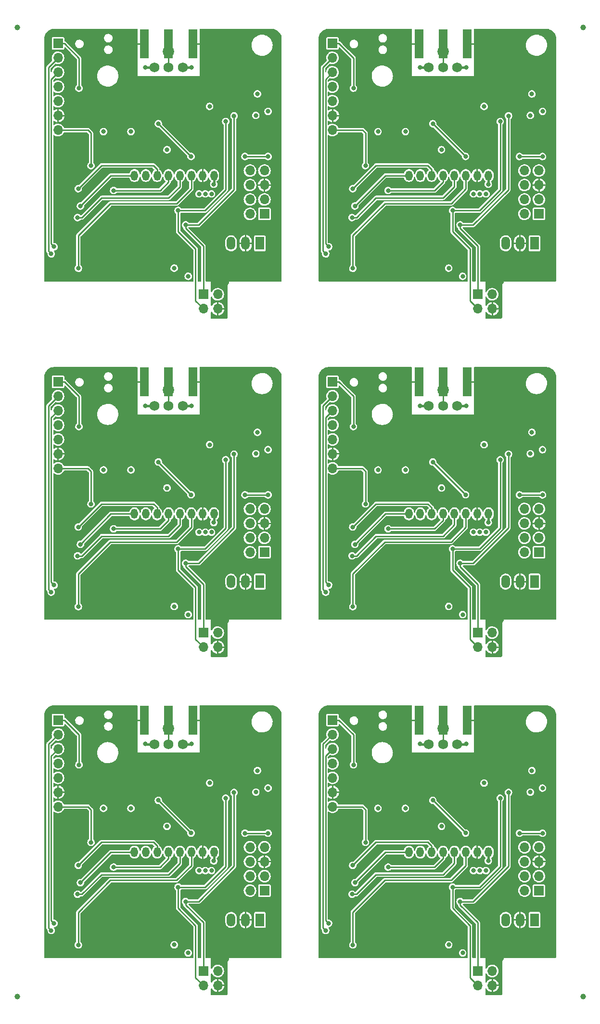
<source format=gbr>
%TF.GenerationSoftware,KiCad,Pcbnew,(6.0.6-0)*%
%TF.CreationDate,2022-06-29T17:43:41+02:00*%
%TF.ProjectId,panel,70616e65-6c2e-46b6-9963-61645f706362,rev?*%
%TF.SameCoordinates,Original*%
%TF.FileFunction,Copper,L4,Bot*%
%TF.FilePolarity,Positive*%
%FSLAX46Y46*%
G04 Gerber Fmt 4.6, Leading zero omitted, Abs format (unit mm)*
G04 Created by KiCad (PCBNEW (6.0.6-0)) date 2022-06-29 17:43:41*
%MOMM*%
%LPD*%
G01*
G04 APERTURE LIST*
%TA.AperFunction,SMDPad,CuDef*%
%ADD10R,1.500000X5.080000*%
%TD*%
%TA.AperFunction,SMDPad,CuDef*%
%ADD11O,1.300000X1.750000*%
%TD*%
%TA.AperFunction,SMDPad,CuDef*%
%ADD12C,1.750000*%
%TD*%
%TA.AperFunction,ComponentPad*%
%ADD13R,1.700000X1.700000*%
%TD*%
%TA.AperFunction,ComponentPad*%
%ADD14O,1.700000X1.700000*%
%TD*%
%TA.AperFunction,SMDPad,CuDef*%
%ADD15C,1.000000*%
%TD*%
%TA.AperFunction,ComponentPad*%
%ADD16R,1.500000X2.300000*%
%TD*%
%TA.AperFunction,ComponentPad*%
%ADD17O,1.500000X2.300000*%
%TD*%
%TA.AperFunction,ComponentPad*%
%ADD18C,2.000000*%
%TD*%
%TA.AperFunction,ViaPad*%
%ADD19C,0.800000*%
%TD*%
%TA.AperFunction,Conductor*%
%ADD20C,0.254000*%
%TD*%
%TA.AperFunction,Conductor*%
%ADD21C,0.293370*%
%TD*%
%TA.AperFunction,Conductor*%
%ADD22C,0.406400*%
%TD*%
%TA.AperFunction,Conductor*%
%ADD23C,0.250000*%
%TD*%
G04 APERTURE END LIST*
D10*
%TO.P,J3,1,In*%
%TO.N,Board_3-Net-(H1-Pad1)*%
X92449400Y-84380400D03*
%TO.P,J3,2,Ext*%
%TO.N,Board_3-GND*%
X88199400Y-84380400D03*
X96699400Y-84380400D03*
%TD*%
%TO.P,J3,1,In*%
%TO.N,Board_2-Net-(H1-Pad1)*%
X44149400Y-84380400D03*
%TO.P,J3,2,Ext*%
%TO.N,Board_2-GND*%
X48399400Y-84380400D03*
X39899400Y-84380400D03*
%TD*%
D11*
%TO.P,U2,1,VCC*%
%TO.N,Board_0-+3V3*%
X52140000Y-48071000D03*
%TO.P,U2,2,GND*%
%TO.N,Board_0-GND*%
X50140000Y-48071000D03*
%TO.P,U2,3,MOSI*%
%TO.N,Board_0-D23_MOSI*%
X48140000Y-48071000D03*
%TO.P,U2,4,SCLK*%
%TO.N,Board_0-D18_SCK*%
X46140000Y-48071000D03*
%TO.P,U2,5,MISO*%
%TO.N,Board_0-D19_MISO*%
X44140000Y-48071000D03*
%TO.P,U2,6,GDO2*%
%TO.N,Board_0-D4_IRQ*%
X42140000Y-48071000D03*
%TO.P,U2,7,GDO0*%
%TO.N,Board_0-unconnected-(U2-Pad7)*%
X40140000Y-48071000D03*
%TO.P,U2,8,CSN*%
%TO.N,Board_0-D5_SS*%
X38140000Y-48071000D03*
D12*
%TO.P,U2,9,GND*%
%TO.N,Board_0-GND*%
X41640000Y-29071000D03*
%TO.P,U2,10,ANT*%
%TO.N,Board_0-Net-(H1-Pad1)*%
X44140000Y-29071000D03*
%TO.P,U2,11,GND*%
%TO.N,Board_0-GND*%
X46640000Y-29071000D03*
%TD*%
D13*
%TO.P,J2,1,Pin_1*%
%TO.N,Board_5-unconnected-(J2-Pad1)*%
X109315000Y-173827000D03*
D14*
%TO.P,J2,2,Pin_2*%
%TO.N,Board_5-+15V*%
X106775000Y-173827000D03*
%TO.P,J2,3,Pin_3*%
%TO.N,Board_5-unconnected-(J2-Pad3)*%
X109315000Y-171287000D03*
%TO.P,J2,4,Pin_4*%
%TO.N,Board_5-unconnected-(J2-Pad4)*%
X106775000Y-171287000D03*
%TO.P,J2,5,Pin_5*%
%TO.N,Board_5-GND*%
X109315000Y-168747000D03*
%TO.P,J2,6,Pin_6*%
%TO.N,Board_5-+5V*%
X106775000Y-168747000D03*
%TO.P,J2,7,Pin_7*%
%TO.N,Board_5-SDA*%
X109315000Y-166207000D03*
%TO.P,J2,8,Pin_8*%
%TO.N,Board_5-SCL*%
X106775000Y-166207000D03*
%TD*%
D10*
%TO.P,J3,1,In*%
%TO.N,Board_0-Net-(H1-Pad1)*%
X44149400Y-24880400D03*
%TO.P,J3,2,Ext*%
%TO.N,Board_0-GND*%
X48399400Y-24880400D03*
X39899400Y-24880400D03*
%TD*%
D13*
%TO.P,J2,1,Pin_1*%
%TO.N,Board_3-unconnected-(J2-Pad1)*%
X109315000Y-114327000D03*
D14*
%TO.P,J2,2,Pin_2*%
%TO.N,Board_3-+15V*%
X106775000Y-114327000D03*
%TO.P,J2,3,Pin_3*%
%TO.N,Board_3-unconnected-(J2-Pad3)*%
X109315000Y-111787000D03*
%TO.P,J2,4,Pin_4*%
%TO.N,Board_3-unconnected-(J2-Pad4)*%
X106775000Y-111787000D03*
%TO.P,J2,5,Pin_5*%
%TO.N,Board_3-GND*%
X109315000Y-109247000D03*
%TO.P,J2,6,Pin_6*%
%TO.N,Board_3-+5V*%
X106775000Y-109247000D03*
%TO.P,J2,7,Pin_7*%
%TO.N,Board_3-SDA*%
X109315000Y-106707000D03*
%TO.P,J2,8,Pin_8*%
%TO.N,Board_3-SCL*%
X106775000Y-106707000D03*
%TD*%
D15*
%TO.P,REF\u002A\u002A,*%
%TO.N,*%
X117100000Y-192500000D03*
%TD*%
D11*
%TO.P,U2,1,VCC*%
%TO.N,Board_5-+3V3*%
X100440000Y-167071000D03*
%TO.P,U2,2,GND*%
%TO.N,Board_5-GND*%
X98440000Y-167071000D03*
%TO.P,U2,3,MOSI*%
%TO.N,Board_5-D23_MOSI*%
X96440000Y-167071000D03*
%TO.P,U2,4,SCLK*%
%TO.N,Board_5-D18_SCK*%
X94440000Y-167071000D03*
%TO.P,U2,5,MISO*%
%TO.N,Board_5-D19_MISO*%
X92440000Y-167071000D03*
%TO.P,U2,6,GDO2*%
%TO.N,Board_5-D4_IRQ*%
X90440000Y-167071000D03*
%TO.P,U2,7,GDO0*%
%TO.N,Board_5-unconnected-(U2-Pad7)*%
X88440000Y-167071000D03*
%TO.P,U2,8,CSN*%
%TO.N,Board_5-D5_SS*%
X86440000Y-167071000D03*
D12*
%TO.P,U2,9,GND*%
%TO.N,Board_5-GND*%
X89940000Y-148071000D03*
%TO.P,U2,10,ANT*%
%TO.N,Board_5-Net-(H1-Pad1)*%
X92440000Y-148071000D03*
%TO.P,U2,11,GND*%
%TO.N,Board_5-GND*%
X94940000Y-148071000D03*
%TD*%
D13*
%TO.P,J2,1,Pin_1*%
%TO.N,Board_1-unconnected-(J2-Pad1)*%
X109315000Y-54827000D03*
D14*
%TO.P,J2,2,Pin_2*%
%TO.N,Board_1-+15V*%
X106775000Y-54827000D03*
%TO.P,J2,3,Pin_3*%
%TO.N,Board_1-unconnected-(J2-Pad3)*%
X109315000Y-52287000D03*
%TO.P,J2,4,Pin_4*%
%TO.N,Board_1-unconnected-(J2-Pad4)*%
X106775000Y-52287000D03*
%TO.P,J2,5,Pin_5*%
%TO.N,Board_1-GND*%
X109315000Y-49747000D03*
%TO.P,J2,6,Pin_6*%
%TO.N,Board_1-+5V*%
X106775000Y-49747000D03*
%TO.P,J2,7,Pin_7*%
%TO.N,Board_1-SDA*%
X109315000Y-47207000D03*
%TO.P,J2,8,Pin_8*%
%TO.N,Board_1-SCL*%
X106775000Y-47207000D03*
%TD*%
D15*
%TO.P,REF\u002A\u002A,*%
%TO.N,*%
X17500000Y-192500000D03*
%TD*%
%TO.P,REF\u002A\u002A,*%
%TO.N,*%
X17500000Y-22000000D03*
%TD*%
D11*
%TO.P,U2,1,VCC*%
%TO.N,Board_3-+3V3*%
X100440000Y-107571000D03*
%TO.P,U2,2,GND*%
%TO.N,Board_3-GND*%
X98440000Y-107571000D03*
%TO.P,U2,3,MOSI*%
%TO.N,Board_3-D23_MOSI*%
X96440000Y-107571000D03*
%TO.P,U2,4,SCLK*%
%TO.N,Board_3-D18_SCK*%
X94440000Y-107571000D03*
%TO.P,U2,5,MISO*%
%TO.N,Board_3-D19_MISO*%
X92440000Y-107571000D03*
%TO.P,U2,6,GDO2*%
%TO.N,Board_3-D4_IRQ*%
X90440000Y-107571000D03*
%TO.P,U2,7,GDO0*%
%TO.N,Board_3-unconnected-(U2-Pad7)*%
X88440000Y-107571000D03*
%TO.P,U2,8,CSN*%
%TO.N,Board_3-D5_SS*%
X86440000Y-107571000D03*
D12*
%TO.P,U2,9,GND*%
%TO.N,Board_3-GND*%
X89940000Y-88571000D03*
%TO.P,U2,10,ANT*%
%TO.N,Board_3-Net-(H1-Pad1)*%
X92440000Y-88571000D03*
%TO.P,U2,11,GND*%
%TO.N,Board_3-GND*%
X94940000Y-88571000D03*
%TD*%
D13*
%TO.P,J2,1,Pin_1*%
%TO.N,Board_0-unconnected-(J2-Pad1)*%
X61015000Y-54827000D03*
D14*
%TO.P,J2,2,Pin_2*%
%TO.N,Board_0-+15V*%
X58475000Y-54827000D03*
%TO.P,J2,3,Pin_3*%
%TO.N,Board_0-unconnected-(J2-Pad3)*%
X61015000Y-52287000D03*
%TO.P,J2,4,Pin_4*%
%TO.N,Board_0-unconnected-(J2-Pad4)*%
X58475000Y-52287000D03*
%TO.P,J2,5,Pin_5*%
%TO.N,Board_0-GND*%
X61015000Y-49747000D03*
%TO.P,J2,6,Pin_6*%
%TO.N,Board_0-+5V*%
X58475000Y-49747000D03*
%TO.P,J2,7,Pin_7*%
%TO.N,Board_0-SDA*%
X61015000Y-47207000D03*
%TO.P,J2,8,Pin_8*%
%TO.N,Board_0-SCL*%
X58475000Y-47207000D03*
%TD*%
D10*
%TO.P,J3,1,In*%
%TO.N,Board_4-Net-(H1-Pad1)*%
X44149400Y-143880400D03*
%TO.P,J3,2,Ext*%
%TO.N,Board_4-GND*%
X48399400Y-143880400D03*
X39899400Y-143880400D03*
%TD*%
D11*
%TO.P,U2,1,VCC*%
%TO.N,Board_2-+3V3*%
X52140000Y-107571000D03*
%TO.P,U2,2,GND*%
%TO.N,Board_2-GND*%
X50140000Y-107571000D03*
%TO.P,U2,3,MOSI*%
%TO.N,Board_2-D23_MOSI*%
X48140000Y-107571000D03*
%TO.P,U2,4,SCLK*%
%TO.N,Board_2-D18_SCK*%
X46140000Y-107571000D03*
%TO.P,U2,5,MISO*%
%TO.N,Board_2-D19_MISO*%
X44140000Y-107571000D03*
%TO.P,U2,6,GDO2*%
%TO.N,Board_2-D4_IRQ*%
X42140000Y-107571000D03*
%TO.P,U2,7,GDO0*%
%TO.N,Board_2-unconnected-(U2-Pad7)*%
X40140000Y-107571000D03*
%TO.P,U2,8,CSN*%
%TO.N,Board_2-D5_SS*%
X38140000Y-107571000D03*
D12*
%TO.P,U2,9,GND*%
%TO.N,Board_2-GND*%
X41640000Y-88571000D03*
%TO.P,U2,10,ANT*%
%TO.N,Board_2-Net-(H1-Pad1)*%
X44140000Y-88571000D03*
%TO.P,U2,11,GND*%
%TO.N,Board_2-GND*%
X46640000Y-88571000D03*
%TD*%
D13*
%TO.P,J2,1,Pin_1*%
%TO.N,Board_2-unconnected-(J2-Pad1)*%
X61015000Y-114327000D03*
D14*
%TO.P,J2,2,Pin_2*%
%TO.N,Board_2-+15V*%
X58475000Y-114327000D03*
%TO.P,J2,3,Pin_3*%
%TO.N,Board_2-unconnected-(J2-Pad3)*%
X61015000Y-111787000D03*
%TO.P,J2,4,Pin_4*%
%TO.N,Board_2-unconnected-(J2-Pad4)*%
X58475000Y-111787000D03*
%TO.P,J2,5,Pin_5*%
%TO.N,Board_2-GND*%
X61015000Y-109247000D03*
%TO.P,J2,6,Pin_6*%
%TO.N,Board_2-+5V*%
X58475000Y-109247000D03*
%TO.P,J2,7,Pin_7*%
%TO.N,Board_2-SDA*%
X61015000Y-106707000D03*
%TO.P,J2,8,Pin_8*%
%TO.N,Board_2-SCL*%
X58475000Y-106707000D03*
%TD*%
D13*
%TO.P,J2,1,Pin_1*%
%TO.N,Board_4-unconnected-(J2-Pad1)*%
X61015000Y-173827000D03*
D14*
%TO.P,J2,2,Pin_2*%
%TO.N,Board_4-+15V*%
X58475000Y-173827000D03*
%TO.P,J2,3,Pin_3*%
%TO.N,Board_4-unconnected-(J2-Pad3)*%
X61015000Y-171287000D03*
%TO.P,J2,4,Pin_4*%
%TO.N,Board_4-unconnected-(J2-Pad4)*%
X58475000Y-171287000D03*
%TO.P,J2,5,Pin_5*%
%TO.N,Board_4-GND*%
X61015000Y-168747000D03*
%TO.P,J2,6,Pin_6*%
%TO.N,Board_4-+5V*%
X58475000Y-168747000D03*
%TO.P,J2,7,Pin_7*%
%TO.N,Board_4-SDA*%
X61015000Y-166207000D03*
%TO.P,J2,8,Pin_8*%
%TO.N,Board_4-SCL*%
X58475000Y-166207000D03*
%TD*%
D15*
%TO.P,REF\u002A\u002A,*%
%TO.N,*%
X117100000Y-22000000D03*
%TD*%
D10*
%TO.P,J3,1,In*%
%TO.N,Board_1-Net-(H1-Pad1)*%
X92449400Y-24880400D03*
%TO.P,J3,2,Ext*%
%TO.N,Board_1-GND*%
X88199400Y-24880400D03*
X96699400Y-24880400D03*
%TD*%
%TO.P,J3,1,In*%
%TO.N,Board_5-Net-(H1-Pad1)*%
X92449400Y-143880400D03*
%TO.P,J3,2,Ext*%
%TO.N,Board_5-GND*%
X88199400Y-143880400D03*
X96699400Y-143880400D03*
%TD*%
D11*
%TO.P,U2,1,VCC*%
%TO.N,Board_1-+3V3*%
X100440000Y-48071000D03*
%TO.P,U2,2,GND*%
%TO.N,Board_1-GND*%
X98440000Y-48071000D03*
%TO.P,U2,3,MOSI*%
%TO.N,Board_1-D23_MOSI*%
X96440000Y-48071000D03*
%TO.P,U2,4,SCLK*%
%TO.N,Board_1-D18_SCK*%
X94440000Y-48071000D03*
%TO.P,U2,5,MISO*%
%TO.N,Board_1-D19_MISO*%
X92440000Y-48071000D03*
%TO.P,U2,6,GDO2*%
%TO.N,Board_1-D4_IRQ*%
X90440000Y-48071000D03*
%TO.P,U2,7,GDO0*%
%TO.N,Board_1-unconnected-(U2-Pad7)*%
X88440000Y-48071000D03*
%TO.P,U2,8,CSN*%
%TO.N,Board_1-D5_SS*%
X86440000Y-48071000D03*
D12*
%TO.P,U2,9,GND*%
%TO.N,Board_1-GND*%
X89940000Y-29071000D03*
%TO.P,U2,10,ANT*%
%TO.N,Board_1-Net-(H1-Pad1)*%
X92440000Y-29071000D03*
%TO.P,U2,11,GND*%
%TO.N,Board_1-GND*%
X94940000Y-29071000D03*
%TD*%
D11*
%TO.P,U2,1,VCC*%
%TO.N,Board_4-+3V3*%
X52140000Y-167071000D03*
%TO.P,U2,2,GND*%
%TO.N,Board_4-GND*%
X50140000Y-167071000D03*
%TO.P,U2,3,MOSI*%
%TO.N,Board_4-D23_MOSI*%
X48140000Y-167071000D03*
%TO.P,U2,4,SCLK*%
%TO.N,Board_4-D18_SCK*%
X46140000Y-167071000D03*
%TO.P,U2,5,MISO*%
%TO.N,Board_4-D19_MISO*%
X44140000Y-167071000D03*
%TO.P,U2,6,GDO2*%
%TO.N,Board_4-D4_IRQ*%
X42140000Y-167071000D03*
%TO.P,U2,7,GDO0*%
%TO.N,Board_4-unconnected-(U2-Pad7)*%
X40140000Y-167071000D03*
%TO.P,U2,8,CSN*%
%TO.N,Board_4-D5_SS*%
X38140000Y-167071000D03*
D12*
%TO.P,U2,9,GND*%
%TO.N,Board_4-GND*%
X41640000Y-148071000D03*
%TO.P,U2,10,ANT*%
%TO.N,Board_4-Net-(H1-Pad1)*%
X44140000Y-148071000D03*
%TO.P,U2,11,GND*%
%TO.N,Board_4-GND*%
X46640000Y-148071000D03*
%TD*%
D13*
%TO.P,J5,1,Pin_1*%
%TO.N,Board_1-SCL_L*%
X98560000Y-68960000D03*
D14*
%TO.P,J5,2,Pin_2*%
%TO.N,Board_1-+3V3*%
X101100000Y-68960000D03*
%TO.P,J5,3,Pin_3*%
%TO.N,Board_1-SDA_L*%
X98560000Y-71500000D03*
%TO.P,J5,4,Pin_4*%
%TO.N,Board_1-GND*%
X101100000Y-71500000D03*
%TD*%
D13*
%TO.P,J5,1,Pin_1*%
%TO.N,Board_3-SCL_L*%
X98560000Y-128460000D03*
D14*
%TO.P,J5,2,Pin_2*%
%TO.N,Board_3-+3V3*%
X101100000Y-128460000D03*
%TO.P,J5,3,Pin_3*%
%TO.N,Board_3-SDA_L*%
X98560000Y-131000000D03*
%TO.P,J5,4,Pin_4*%
%TO.N,Board_3-GND*%
X101100000Y-131000000D03*
%TD*%
D13*
%TO.P,J5,1,Pin_1*%
%TO.N,Board_0-SCL_L*%
X50260000Y-68960000D03*
D14*
%TO.P,J5,2,Pin_2*%
%TO.N,Board_0-+3V3*%
X52800000Y-68960000D03*
%TO.P,J5,3,Pin_3*%
%TO.N,Board_0-SDA_L*%
X50260000Y-71500000D03*
%TO.P,J5,4,Pin_4*%
%TO.N,Board_0-GND*%
X52800000Y-71500000D03*
%TD*%
D13*
%TO.P,J5,1,Pin_1*%
%TO.N,Board_5-SCL_L*%
X98560000Y-187960000D03*
D14*
%TO.P,J5,2,Pin_2*%
%TO.N,Board_5-+3V3*%
X101100000Y-187960000D03*
%TO.P,J5,3,Pin_3*%
%TO.N,Board_5-SDA_L*%
X98560000Y-190500000D03*
%TO.P,J5,4,Pin_4*%
%TO.N,Board_5-GND*%
X101100000Y-190500000D03*
%TD*%
D16*
%TO.P,R-78E3.3,1,IN*%
%TO.N,Board_4-+15V*%
X60227600Y-178983200D03*
D17*
%TO.P,R-78E3.3,2,GND*%
%TO.N,Board_4-GND*%
X57687600Y-178983200D03*
%TO.P,R-78E3.3,3,OUT*%
%TO.N,Board_4-+3V3*%
X55147600Y-178983200D03*
%TD*%
D16*
%TO.P,R-78E3.3,1,IN*%
%TO.N,Board_3-+15V*%
X108527600Y-119483200D03*
D17*
%TO.P,R-78E3.3,2,GND*%
%TO.N,Board_3-GND*%
X105987600Y-119483200D03*
%TO.P,R-78E3.3,3,OUT*%
%TO.N,Board_3-+3V3*%
X103447600Y-119483200D03*
%TD*%
D13*
%TO.P,J1,1,Pin_1*%
%TO.N,Board_5-D0*%
X72993000Y-143829600D03*
D14*
%TO.P,J1,2,Pin_2*%
%TO.N,Board_5-D1{slash}TX0*%
X72993000Y-146369600D03*
%TO.P,J1,3,Pin_3*%
%TO.N,Board_5-D0{slash}RX0*%
X72993000Y-148909600D03*
%TO.P,J1,4,Pin_4*%
%TO.N,Board_5-+3V3*%
X72993000Y-151449600D03*
%TO.P,J1,5,Pin_5*%
%TO.N,Board_5-unconnected-(J1-Pad5)*%
X72993000Y-153989600D03*
%TO.P,J1,6,Pin_6*%
%TO.N,Board_5-GND*%
X72993000Y-156529600D03*
%TO.P,J1,7,Pin_7*%
%TO.N,Board_5-D15*%
X72993000Y-159069600D03*
%TD*%
D16*
%TO.P,R-78E3.3,1,IN*%
%TO.N,Board_1-+15V*%
X108527600Y-59983200D03*
D17*
%TO.P,R-78E3.3,2,GND*%
%TO.N,Board_1-GND*%
X105987600Y-59983200D03*
%TO.P,R-78E3.3,3,OUT*%
%TO.N,Board_1-+3V3*%
X103447600Y-59983200D03*
%TD*%
D16*
%TO.P,R-78E3.3,1,IN*%
%TO.N,Board_2-+15V*%
X60227600Y-119483200D03*
D17*
%TO.P,R-78E3.3,2,GND*%
%TO.N,Board_2-GND*%
X57687600Y-119483200D03*
%TO.P,R-78E3.3,3,OUT*%
%TO.N,Board_2-+3V3*%
X55147600Y-119483200D03*
%TD*%
D18*
%TO.P,H1,1,1*%
%TO.N,Board_5-Net-(H1-Pad1)*%
X92450180Y-145283460D03*
%TD*%
D13*
%TO.P,J5,1,Pin_1*%
%TO.N,Board_4-SCL_L*%
X50260000Y-187960000D03*
D14*
%TO.P,J5,2,Pin_2*%
%TO.N,Board_4-+3V3*%
X52800000Y-187960000D03*
%TO.P,J5,3,Pin_3*%
%TO.N,Board_4-SDA_L*%
X50260000Y-190500000D03*
%TO.P,J5,4,Pin_4*%
%TO.N,Board_4-GND*%
X52800000Y-190500000D03*
%TD*%
D18*
%TO.P,H1,1,1*%
%TO.N,Board_4-Net-(H1-Pad1)*%
X44150180Y-145283460D03*
%TD*%
%TO.P,H1,1,1*%
%TO.N,Board_1-Net-(H1-Pad1)*%
X92450180Y-26283460D03*
%TD*%
%TO.P,H1,1,1*%
%TO.N,Board_3-Net-(H1-Pad1)*%
X92450180Y-85783460D03*
%TD*%
D13*
%TO.P,J1,1,Pin_1*%
%TO.N,Board_4-D0*%
X24693000Y-143829600D03*
D14*
%TO.P,J1,2,Pin_2*%
%TO.N,Board_4-D1{slash}TX0*%
X24693000Y-146369600D03*
%TO.P,J1,3,Pin_3*%
%TO.N,Board_4-D0{slash}RX0*%
X24693000Y-148909600D03*
%TO.P,J1,4,Pin_4*%
%TO.N,Board_4-+3V3*%
X24693000Y-151449600D03*
%TO.P,J1,5,Pin_5*%
%TO.N,Board_4-unconnected-(J1-Pad5)*%
X24693000Y-153989600D03*
%TO.P,J1,6,Pin_6*%
%TO.N,Board_4-GND*%
X24693000Y-156529600D03*
%TO.P,J1,7,Pin_7*%
%TO.N,Board_4-D15*%
X24693000Y-159069600D03*
%TD*%
D16*
%TO.P,R-78E3.3,1,IN*%
%TO.N,Board_0-+15V*%
X60227600Y-59983200D03*
D17*
%TO.P,R-78E3.3,2,GND*%
%TO.N,Board_0-GND*%
X57687600Y-59983200D03*
%TO.P,R-78E3.3,3,OUT*%
%TO.N,Board_0-+3V3*%
X55147600Y-59983200D03*
%TD*%
D18*
%TO.P,H1,1,1*%
%TO.N,Board_2-Net-(H1-Pad1)*%
X44150180Y-85783460D03*
%TD*%
%TO.P,H1,1,1*%
%TO.N,Board_0-Net-(H1-Pad1)*%
X44150180Y-26283460D03*
%TD*%
D13*
%TO.P,J1,1,Pin_1*%
%TO.N,Board_2-D0*%
X24693000Y-84329600D03*
D14*
%TO.P,J1,2,Pin_2*%
%TO.N,Board_2-D1{slash}TX0*%
X24693000Y-86869600D03*
%TO.P,J1,3,Pin_3*%
%TO.N,Board_2-D0{slash}RX0*%
X24693000Y-89409600D03*
%TO.P,J1,4,Pin_4*%
%TO.N,Board_2-+3V3*%
X24693000Y-91949600D03*
%TO.P,J1,5,Pin_5*%
%TO.N,Board_2-unconnected-(J1-Pad5)*%
X24693000Y-94489600D03*
%TO.P,J1,6,Pin_6*%
%TO.N,Board_2-GND*%
X24693000Y-97029600D03*
%TO.P,J1,7,Pin_7*%
%TO.N,Board_2-D15*%
X24693000Y-99569600D03*
%TD*%
D13*
%TO.P,J5,1,Pin_1*%
%TO.N,Board_2-SCL_L*%
X50260000Y-128460000D03*
D14*
%TO.P,J5,2,Pin_2*%
%TO.N,Board_2-+3V3*%
X52800000Y-128460000D03*
%TO.P,J5,3,Pin_3*%
%TO.N,Board_2-SDA_L*%
X50260000Y-131000000D03*
%TO.P,J5,4,Pin_4*%
%TO.N,Board_2-GND*%
X52800000Y-131000000D03*
%TD*%
D13*
%TO.P,J1,1,Pin_1*%
%TO.N,Board_0-D0*%
X24693000Y-24829600D03*
D14*
%TO.P,J1,2,Pin_2*%
%TO.N,Board_0-D1{slash}TX0*%
X24693000Y-27369600D03*
%TO.P,J1,3,Pin_3*%
%TO.N,Board_0-D0{slash}RX0*%
X24693000Y-29909600D03*
%TO.P,J1,4,Pin_4*%
%TO.N,Board_0-+3V3*%
X24693000Y-32449600D03*
%TO.P,J1,5,Pin_5*%
%TO.N,Board_0-unconnected-(J1-Pad5)*%
X24693000Y-34989600D03*
%TO.P,J1,6,Pin_6*%
%TO.N,Board_0-GND*%
X24693000Y-37529600D03*
%TO.P,J1,7,Pin_7*%
%TO.N,Board_0-D15*%
X24693000Y-40069600D03*
%TD*%
D13*
%TO.P,J1,1,Pin_1*%
%TO.N,Board_3-D0*%
X72993000Y-84329600D03*
D14*
%TO.P,J1,2,Pin_2*%
%TO.N,Board_3-D1{slash}TX0*%
X72993000Y-86869600D03*
%TO.P,J1,3,Pin_3*%
%TO.N,Board_3-D0{slash}RX0*%
X72993000Y-89409600D03*
%TO.P,J1,4,Pin_4*%
%TO.N,Board_3-+3V3*%
X72993000Y-91949600D03*
%TO.P,J1,5,Pin_5*%
%TO.N,Board_3-unconnected-(J1-Pad5)*%
X72993000Y-94489600D03*
%TO.P,J1,6,Pin_6*%
%TO.N,Board_3-GND*%
X72993000Y-97029600D03*
%TO.P,J1,7,Pin_7*%
%TO.N,Board_3-D15*%
X72993000Y-99569600D03*
%TD*%
D13*
%TO.P,J1,1,Pin_1*%
%TO.N,Board_1-D0*%
X72993000Y-24829600D03*
D14*
%TO.P,J1,2,Pin_2*%
%TO.N,Board_1-D1{slash}TX0*%
X72993000Y-27369600D03*
%TO.P,J1,3,Pin_3*%
%TO.N,Board_1-D0{slash}RX0*%
X72993000Y-29909600D03*
%TO.P,J1,4,Pin_4*%
%TO.N,Board_1-+3V3*%
X72993000Y-32449600D03*
%TO.P,J1,5,Pin_5*%
%TO.N,Board_1-unconnected-(J1-Pad5)*%
X72993000Y-34989600D03*
%TO.P,J1,6,Pin_6*%
%TO.N,Board_1-GND*%
X72993000Y-37529600D03*
%TO.P,J1,7,Pin_7*%
%TO.N,Board_1-D15*%
X72993000Y-40069600D03*
%TD*%
D16*
%TO.P,R-78E3.3,1,IN*%
%TO.N,Board_5-+15V*%
X108527600Y-178983200D03*
D17*
%TO.P,R-78E3.3,2,GND*%
%TO.N,Board_5-GND*%
X105987600Y-178983200D03*
%TO.P,R-78E3.3,3,OUT*%
%TO.N,Board_5-+3V3*%
X103447600Y-178983200D03*
%TD*%
D19*
%TO.N,Board_5-SDA_L*%
X102500000Y-157570998D03*
X94117400Y-173217400D03*
%TO.N,Board_5-SCL_L*%
X103965000Y-156571000D03*
X95442600Y-175757400D03*
%TO.N,Board_5-Net-(C2-Pad1)*%
X96400000Y-163700006D03*
X90646008Y-157952000D03*
%TO.N,Board_5-GND*%
X85439000Y-177306800D03*
X85439000Y-175782800D03*
X82416400Y-175782800D03*
X82416400Y-177306800D03*
X83915000Y-177306800D03*
X82416400Y-178830800D03*
X85439000Y-178830800D03*
X83915000Y-178830800D03*
X76422000Y-184622000D03*
X93440000Y-184622000D03*
X83915000Y-175782800D03*
X88995000Y-168747000D03*
X98393000Y-145125000D03*
X98393000Y-143474000D03*
X98393000Y-141950000D03*
X74009000Y-164302000D03*
X97800000Y-160200000D03*
X100000000Y-160200000D03*
X98900000Y-160200000D03*
X99300000Y-175400000D03*
X89700000Y-174600000D03*
X86455000Y-150205000D03*
X94837000Y-150205000D03*
X88233000Y-150205000D03*
X91408000Y-150205000D03*
X89757000Y-150205000D03*
X96488000Y-150205000D03*
X93186000Y-150205000D03*
X98393000Y-148554000D03*
X98393000Y-150205000D03*
X98393000Y-146903000D03*
X86455000Y-145125000D03*
X86455000Y-148554000D03*
X86455000Y-146903000D03*
X88360000Y-148046000D03*
X86455000Y-141950000D03*
X86455000Y-143474000D03*
X96488000Y-148046000D03*
%TO.N,Board_5-D5_SS*%
X76930000Y-172429998D03*
%TO.N,Board_5-D4_IRQ*%
X76549000Y-169382000D03*
%TO.N,Board_5-D23_MOSI*%
X76577400Y-183377400D03*
%TO.N,Board_5-D1{slash}TX0*%
X71799209Y-180837391D03*
%TO.N,Board_5-D19_MISO*%
X82772000Y-169700000D03*
%TO.N,Board_5-D18_SCK*%
X76422000Y-174462000D03*
%TO.N,Board_5-D15*%
X78792600Y-165326600D03*
%TO.N,Board_5-D0{slash}RX0*%
X72307200Y-179592804D03*
%TO.N,Board_5-D0*%
X76675998Y-151703600D03*
%TO.N,Board_5-+5V*%
X105886000Y-163730500D03*
X109950000Y-163730500D03*
%TO.N,Board_5-+3V3*%
X107800000Y-156500000D03*
X108081090Y-152718900D03*
X100400002Y-168600000D03*
X92170000Y-162524000D03*
X80994000Y-159349000D03*
X85820000Y-159349000D03*
X99663000Y-154904000D03*
X95899500Y-184783000D03*
X109950000Y-155793000D03*
X97800000Y-170300000D03*
X100000000Y-170300000D03*
X98900000Y-170300000D03*
X93440000Y-183352000D03*
%TO.N,Board_4-SDA_L*%
X54200000Y-157570998D03*
X45817400Y-173217400D03*
%TO.N,Board_4-SCL_L*%
X55665000Y-156571000D03*
X47142600Y-175757400D03*
%TO.N,Board_4-Net-(C2-Pad1)*%
X48100000Y-163700006D03*
X42346008Y-157952000D03*
%TO.N,Board_4-GND*%
X37139000Y-177306800D03*
X37139000Y-175782800D03*
X34116400Y-175782800D03*
X34116400Y-177306800D03*
X35615000Y-177306800D03*
X34116400Y-178830800D03*
X37139000Y-178830800D03*
X35615000Y-178830800D03*
X28122000Y-184622000D03*
X45140000Y-184622000D03*
X35615000Y-175782800D03*
X40695000Y-168747000D03*
X50093000Y-145125000D03*
X50093000Y-143474000D03*
X50093000Y-141950000D03*
X25709000Y-164302000D03*
X49500000Y-160200000D03*
X51700000Y-160200000D03*
X50600000Y-160200000D03*
X51000000Y-175400000D03*
X41400000Y-174600000D03*
X38155000Y-150205000D03*
X46537000Y-150205000D03*
X39933000Y-150205000D03*
X43108000Y-150205000D03*
X41457000Y-150205000D03*
X48188000Y-150205000D03*
X44886000Y-150205000D03*
X50093000Y-148554000D03*
X50093000Y-150205000D03*
X50093000Y-146903000D03*
X38155000Y-145125000D03*
X38155000Y-148554000D03*
X38155000Y-146903000D03*
X40060000Y-148046000D03*
X38155000Y-141950000D03*
X38155000Y-143474000D03*
X48188000Y-148046000D03*
%TO.N,Board_4-D5_SS*%
X28630000Y-172429998D03*
%TO.N,Board_4-D4_IRQ*%
X28249000Y-169382000D03*
%TO.N,Board_4-D23_MOSI*%
X28277400Y-183377400D03*
%TO.N,Board_4-D1{slash}TX0*%
X23499209Y-180837391D03*
%TO.N,Board_4-D19_MISO*%
X34472000Y-169700000D03*
%TO.N,Board_4-D18_SCK*%
X28122000Y-174462000D03*
%TO.N,Board_4-D15*%
X30492600Y-165326600D03*
%TO.N,Board_4-D0{slash}RX0*%
X24007200Y-179592804D03*
%TO.N,Board_4-D0*%
X28375998Y-151703600D03*
%TO.N,Board_4-+5V*%
X57586000Y-163730500D03*
X61650000Y-163730500D03*
%TO.N,Board_4-+3V3*%
X59500000Y-156500000D03*
X59781090Y-152718900D03*
X52100002Y-168600000D03*
X43870000Y-162524000D03*
X32694000Y-159349000D03*
X37520000Y-159349000D03*
X51363000Y-154904000D03*
X47599500Y-184783000D03*
X61650000Y-155793000D03*
X49500000Y-170300000D03*
X51700000Y-170300000D03*
X50600000Y-170300000D03*
X45140000Y-183352000D03*
%TO.N,Board_3-SDA_L*%
X102500000Y-98070998D03*
X94117400Y-113717400D03*
%TO.N,Board_3-SCL_L*%
X103965000Y-97071000D03*
X95442600Y-116257400D03*
%TO.N,Board_3-Net-(C2-Pad1)*%
X96400000Y-104200006D03*
X90646008Y-98452000D03*
%TO.N,Board_3-GND*%
X85439000Y-117806800D03*
X85439000Y-116282800D03*
X82416400Y-116282800D03*
X82416400Y-117806800D03*
X83915000Y-117806800D03*
X82416400Y-119330800D03*
X85439000Y-119330800D03*
X83915000Y-119330800D03*
X76422000Y-125122000D03*
X93440000Y-125122000D03*
X83915000Y-116282800D03*
X88995000Y-109247000D03*
X98393000Y-85625000D03*
X98393000Y-83974000D03*
X98393000Y-82450000D03*
X74009000Y-104802000D03*
X97800000Y-100700000D03*
X100000000Y-100700000D03*
X98900000Y-100700000D03*
X99300000Y-115900000D03*
X89700000Y-115100000D03*
X86455000Y-90705000D03*
X94837000Y-90705000D03*
X88233000Y-90705000D03*
X91408000Y-90705000D03*
X89757000Y-90705000D03*
X96488000Y-90705000D03*
X93186000Y-90705000D03*
X98393000Y-89054000D03*
X98393000Y-90705000D03*
X98393000Y-87403000D03*
X86455000Y-85625000D03*
X86455000Y-89054000D03*
X86455000Y-87403000D03*
X88360000Y-88546000D03*
X86455000Y-82450000D03*
X86455000Y-83974000D03*
X96488000Y-88546000D03*
%TO.N,Board_3-D5_SS*%
X76930000Y-112929998D03*
%TO.N,Board_3-D4_IRQ*%
X76549000Y-109882000D03*
%TO.N,Board_3-D23_MOSI*%
X76577400Y-123877400D03*
%TO.N,Board_3-D1{slash}TX0*%
X71799209Y-121337391D03*
%TO.N,Board_3-D19_MISO*%
X82772000Y-110200000D03*
%TO.N,Board_3-D18_SCK*%
X76422000Y-114962000D03*
%TO.N,Board_3-D15*%
X78792600Y-105826600D03*
%TO.N,Board_3-D0{slash}RX0*%
X72307200Y-120092804D03*
%TO.N,Board_3-D0*%
X76675998Y-92203600D03*
%TO.N,Board_3-+5V*%
X105886000Y-104230500D03*
X109950000Y-104230500D03*
%TO.N,Board_3-+3V3*%
X107800000Y-97000000D03*
X108081090Y-93218900D03*
X100400002Y-109100000D03*
X92170000Y-103024000D03*
X80994000Y-99849000D03*
X85820000Y-99849000D03*
X99663000Y-95404000D03*
X95899500Y-125283000D03*
X109950000Y-96293000D03*
X97800000Y-110800000D03*
X100000000Y-110800000D03*
X98900000Y-110800000D03*
X93440000Y-123852000D03*
%TO.N,Board_2-SDA_L*%
X54200000Y-98070998D03*
X45817400Y-113717400D03*
%TO.N,Board_2-SCL_L*%
X55665000Y-97071000D03*
X47142600Y-116257400D03*
%TO.N,Board_2-Net-(C2-Pad1)*%
X48100000Y-104200006D03*
X42346008Y-98452000D03*
%TO.N,Board_2-GND*%
X37139000Y-117806800D03*
X37139000Y-116282800D03*
X34116400Y-116282800D03*
X34116400Y-117806800D03*
X35615000Y-117806800D03*
X34116400Y-119330800D03*
X37139000Y-119330800D03*
X35615000Y-119330800D03*
X28122000Y-125122000D03*
X45140000Y-125122000D03*
X35615000Y-116282800D03*
X40695000Y-109247000D03*
X50093000Y-85625000D03*
X50093000Y-83974000D03*
X50093000Y-82450000D03*
X25709000Y-104802000D03*
X49500000Y-100700000D03*
X51700000Y-100700000D03*
X50600000Y-100700000D03*
X51000000Y-115900000D03*
X41400000Y-115100000D03*
X38155000Y-90705000D03*
X46537000Y-90705000D03*
X39933000Y-90705000D03*
X43108000Y-90705000D03*
X41457000Y-90705000D03*
X48188000Y-90705000D03*
X44886000Y-90705000D03*
X50093000Y-89054000D03*
X50093000Y-90705000D03*
X50093000Y-87403000D03*
X38155000Y-85625000D03*
X38155000Y-89054000D03*
X38155000Y-87403000D03*
X40060000Y-88546000D03*
X38155000Y-82450000D03*
X38155000Y-83974000D03*
X48188000Y-88546000D03*
%TO.N,Board_2-D5_SS*%
X28630000Y-112929998D03*
%TO.N,Board_2-D4_IRQ*%
X28249000Y-109882000D03*
%TO.N,Board_2-D23_MOSI*%
X28277400Y-123877400D03*
%TO.N,Board_2-D1{slash}TX0*%
X23499209Y-121337391D03*
%TO.N,Board_2-D19_MISO*%
X34472000Y-110200000D03*
%TO.N,Board_2-D18_SCK*%
X28122000Y-114962000D03*
%TO.N,Board_2-D15*%
X30492600Y-105826600D03*
%TO.N,Board_2-D0{slash}RX0*%
X24007200Y-120092804D03*
%TO.N,Board_2-D0*%
X28375998Y-92203600D03*
%TO.N,Board_2-+5V*%
X57586000Y-104230500D03*
X61650000Y-104230500D03*
%TO.N,Board_2-+3V3*%
X59500000Y-97000000D03*
X59781090Y-93218900D03*
X52100002Y-109100000D03*
X43870000Y-103024000D03*
X32694000Y-99849000D03*
X37520000Y-99849000D03*
X51363000Y-95404000D03*
X47599500Y-125283000D03*
X61650000Y-96293000D03*
X49500000Y-110800000D03*
X51700000Y-110800000D03*
X50600000Y-110800000D03*
X45140000Y-123852000D03*
%TO.N,Board_1-SDA_L*%
X102500000Y-38570998D03*
X94117400Y-54217400D03*
%TO.N,Board_1-SCL_L*%
X103965000Y-37571000D03*
X95442600Y-56757400D03*
%TO.N,Board_1-Net-(C2-Pad1)*%
X96400000Y-44700006D03*
X90646008Y-38952000D03*
%TO.N,Board_1-GND*%
X85439000Y-58306800D03*
X85439000Y-56782800D03*
X82416400Y-56782800D03*
X82416400Y-58306800D03*
X83915000Y-58306800D03*
X82416400Y-59830800D03*
X85439000Y-59830800D03*
X83915000Y-59830800D03*
X76422000Y-65622000D03*
X93440000Y-65622000D03*
X83915000Y-56782800D03*
X88995000Y-49747000D03*
X98393000Y-26125000D03*
X98393000Y-24474000D03*
X98393000Y-22950000D03*
X74009000Y-45302000D03*
X97800000Y-41200000D03*
X100000000Y-41200000D03*
X98900000Y-41200000D03*
X99300000Y-56400000D03*
X89700000Y-55600000D03*
X86455000Y-31205000D03*
X94837000Y-31205000D03*
X88233000Y-31205000D03*
X91408000Y-31205000D03*
X89757000Y-31205000D03*
X96488000Y-31205000D03*
X93186000Y-31205000D03*
X98393000Y-29554000D03*
X98393000Y-31205000D03*
X98393000Y-27903000D03*
X86455000Y-26125000D03*
X86455000Y-29554000D03*
X86455000Y-27903000D03*
X88360000Y-29046000D03*
X86455000Y-22950000D03*
X86455000Y-24474000D03*
X96488000Y-29046000D03*
%TO.N,Board_1-D5_SS*%
X76930000Y-53429998D03*
%TO.N,Board_1-D4_IRQ*%
X76549000Y-50382000D03*
%TO.N,Board_1-D23_MOSI*%
X76577400Y-64377400D03*
%TO.N,Board_1-D1{slash}TX0*%
X71799209Y-61837391D03*
%TO.N,Board_1-D19_MISO*%
X82772000Y-50700000D03*
%TO.N,Board_1-D18_SCK*%
X76422000Y-55462000D03*
%TO.N,Board_1-D15*%
X78792600Y-46326600D03*
%TO.N,Board_1-D0{slash}RX0*%
X72307200Y-60592804D03*
%TO.N,Board_1-D0*%
X76675998Y-32703600D03*
%TO.N,Board_1-+5V*%
X105886000Y-44730500D03*
X109950000Y-44730500D03*
%TO.N,Board_1-+3V3*%
X107800000Y-37500000D03*
X108081090Y-33718900D03*
X100400002Y-49600000D03*
X92170000Y-43524000D03*
X80994000Y-40349000D03*
X85820000Y-40349000D03*
X99663000Y-35904000D03*
X95899500Y-65783000D03*
X109950000Y-36793000D03*
X97800000Y-51300000D03*
X100000000Y-51300000D03*
X98900000Y-51300000D03*
X93440000Y-64352000D03*
%TO.N,Board_0-SDA_L*%
X54200000Y-38570998D03*
X45817400Y-54217400D03*
%TO.N,Board_0-SCL_L*%
X55665000Y-37571000D03*
X47142600Y-56757400D03*
%TO.N,Board_0-Net-(C2-Pad1)*%
X48100000Y-44700006D03*
X42346008Y-38952000D03*
%TO.N,Board_0-GND*%
X37139000Y-58306800D03*
X37139000Y-56782800D03*
X34116400Y-56782800D03*
X34116400Y-58306800D03*
X35615000Y-58306800D03*
X34116400Y-59830800D03*
X37139000Y-59830800D03*
X35615000Y-59830800D03*
X28122000Y-65622000D03*
X45140000Y-65622000D03*
X35615000Y-56782800D03*
X40695000Y-49747000D03*
X50093000Y-26125000D03*
X50093000Y-24474000D03*
X50093000Y-22950000D03*
X25709000Y-45302000D03*
X49500000Y-41200000D03*
X51700000Y-41200000D03*
X50600000Y-41200000D03*
X51000000Y-56400000D03*
X41400000Y-55600000D03*
X38155000Y-31205000D03*
X46537000Y-31205000D03*
X39933000Y-31205000D03*
X43108000Y-31205000D03*
X41457000Y-31205000D03*
X48188000Y-31205000D03*
X44886000Y-31205000D03*
X50093000Y-29554000D03*
X50093000Y-31205000D03*
X50093000Y-27903000D03*
X38155000Y-26125000D03*
X38155000Y-29554000D03*
X38155000Y-27903000D03*
X40060000Y-29046000D03*
X38155000Y-22950000D03*
X38155000Y-24474000D03*
X48188000Y-29046000D03*
%TO.N,Board_0-D5_SS*%
X28630000Y-53429998D03*
%TO.N,Board_0-D4_IRQ*%
X28249000Y-50382000D03*
%TO.N,Board_0-D23_MOSI*%
X28277400Y-64377400D03*
%TO.N,Board_0-D1{slash}TX0*%
X23499209Y-61837391D03*
%TO.N,Board_0-D19_MISO*%
X34472000Y-50700000D03*
%TO.N,Board_0-D18_SCK*%
X28122000Y-55462000D03*
%TO.N,Board_0-D15*%
X30492600Y-46326600D03*
%TO.N,Board_0-D0{slash}RX0*%
X24007200Y-60592804D03*
%TO.N,Board_0-D0*%
X28375998Y-32703600D03*
%TO.N,Board_0-+5V*%
X57586000Y-44730500D03*
X61650000Y-44730500D03*
%TO.N,Board_0-+3V3*%
X59500000Y-37500000D03*
X59781090Y-33718900D03*
X52100002Y-49600000D03*
X43870000Y-43524000D03*
X32694000Y-40349000D03*
X37520000Y-40349000D03*
X51363000Y-35904000D03*
X47599500Y-65783000D03*
X61650000Y-36793000D03*
X49500000Y-51300000D03*
X51700000Y-51300000D03*
X50600000Y-51300000D03*
X45140000Y-64352000D03*
%TD*%
D20*
%TO.N,Board_5-SDA_L*%
X98560000Y-190500000D02*
X97200000Y-189140000D01*
X102500000Y-169600000D02*
X102500000Y-157570998D01*
X94117400Y-176917400D02*
X94117400Y-173217400D01*
X97200000Y-180000000D02*
X94117400Y-176917400D01*
X98882600Y-173217400D02*
X102500000Y-169600000D01*
X94117400Y-173217400D02*
X98882600Y-173217400D01*
X97200000Y-189140000D02*
X97200000Y-180000000D01*
%TO.N,Board_5-SCL_L*%
X98560000Y-187960000D02*
X98560000Y-179460000D01*
X97742600Y-175757400D02*
X95442600Y-175757400D01*
X103965000Y-156571000D02*
X103965000Y-169535000D01*
X103965000Y-169535000D02*
X97742600Y-175757400D01*
X95442600Y-176342600D02*
X95442600Y-175757400D01*
X98560000Y-179460000D02*
X95442600Y-176342600D01*
D21*
%TO.N,Board_5-Net-(H1-Pad1)*%
X92440000Y-148071000D02*
X92440000Y-143889800D01*
X92440000Y-143889800D02*
X92449400Y-143880400D01*
D20*
%TO.N,Board_5-Net-(C2-Pad1)*%
X90651994Y-157952000D02*
X90646008Y-157952000D01*
X96400000Y-163700006D02*
X90651994Y-157952000D01*
D22*
%TO.N,Board_5-GND*%
X96463000Y-148071000D02*
X96488000Y-148046000D01*
X89940000Y-148071000D02*
X88385000Y-148071000D01*
D23*
X86861400Y-143880400D02*
X86455000Y-143474000D01*
D22*
X94940000Y-148071000D02*
X96463000Y-148071000D01*
D23*
X97986600Y-143880400D02*
X98393000Y-143474000D01*
X88199400Y-143880400D02*
X86861400Y-143880400D01*
X96699400Y-143880400D02*
X97986600Y-143880400D01*
D22*
X88385000Y-148071000D02*
X88360000Y-148046000D01*
D20*
%TO.N,Board_5-D5_SS*%
X82288998Y-167071000D02*
X76930000Y-172429998D01*
X86440000Y-167071000D02*
X82288998Y-167071000D01*
%TO.N,Board_5-D4_IRQ*%
X80613000Y-165318000D02*
X76549000Y-169382000D01*
X90440000Y-165964500D02*
X89793500Y-165318000D01*
X89793500Y-165318000D02*
X80613000Y-165318000D01*
X90440000Y-167071000D02*
X90440000Y-165964500D01*
%TO.N,Board_5-D23_MOSI*%
X76577400Y-177608600D02*
X76577400Y-183377400D01*
X96440000Y-169430000D02*
X93870000Y-172000000D01*
X93870000Y-172000000D02*
X82186000Y-172000000D01*
X82186000Y-172000000D02*
X76577400Y-177608600D01*
X96440000Y-167071000D02*
X96440000Y-169430000D01*
D23*
%TO.N,Board_5-D1{slash}TX0*%
X71316600Y-148046000D02*
X71316600Y-180354782D01*
X71316600Y-180354782D02*
X71799209Y-180837391D01*
X72993000Y-146369600D02*
X71316600Y-148046000D01*
D20*
%TO.N,Board_5-D19_MISO*%
X90940000Y-169700000D02*
X82772000Y-169700000D01*
X92440000Y-167071000D02*
X92440000Y-168200000D01*
X92440000Y-168200000D02*
X90940000Y-169700000D01*
%TO.N,Board_5-D18_SCK*%
X77184000Y-174462000D02*
X76422000Y-174462000D01*
X92457000Y-171000000D02*
X80646000Y-171000000D01*
X94440000Y-169017000D02*
X92457000Y-171000000D01*
X80646000Y-171000000D02*
X77184000Y-174462000D01*
X94440000Y-167071000D02*
X94440000Y-169017000D01*
D23*
%TO.N,Board_5-D15*%
X72993000Y-159069600D02*
X78250600Y-159069600D01*
X78250600Y-159069600D02*
X78792600Y-159611600D01*
X78792600Y-159611600D02*
X78792600Y-165326600D01*
%TO.N,Board_5-D0{slash}RX0*%
X72307200Y-179592804D02*
X71766611Y-179052215D01*
X72993000Y-148909600D02*
X71766611Y-150135989D01*
X71766611Y-150135989D02*
X71766611Y-179052215D01*
D20*
%TO.N,Board_5-D0*%
X72993000Y-143829600D02*
X74097000Y-143829600D01*
X76675998Y-146408598D02*
X76675998Y-151703600D01*
X74097000Y-143829600D02*
X76675998Y-146408598D01*
%TO.N,Board_5-+5V*%
X109950000Y-163730500D02*
X105886000Y-163730500D01*
D22*
%TO.N,Board_5-+3V3*%
X100440000Y-167071000D02*
X100440000Y-168560002D01*
X100440000Y-168560002D02*
X100400002Y-168600000D01*
D20*
%TO.N,Board_4-SDA_L*%
X50260000Y-190500000D02*
X48900000Y-189140000D01*
X54200000Y-169600000D02*
X54200000Y-157570998D01*
X45817400Y-176917400D02*
X45817400Y-173217400D01*
X48900000Y-180000000D02*
X45817400Y-176917400D01*
X50582600Y-173217400D02*
X54200000Y-169600000D01*
X45817400Y-173217400D02*
X50582600Y-173217400D01*
X48900000Y-189140000D02*
X48900000Y-180000000D01*
%TO.N,Board_4-SCL_L*%
X50260000Y-187960000D02*
X50260000Y-179460000D01*
X49442600Y-175757400D02*
X47142600Y-175757400D01*
X55665000Y-156571000D02*
X55665000Y-169535000D01*
X55665000Y-169535000D02*
X49442600Y-175757400D01*
X47142600Y-176342600D02*
X47142600Y-175757400D01*
X50260000Y-179460000D02*
X47142600Y-176342600D01*
D21*
%TO.N,Board_4-Net-(H1-Pad1)*%
X44140000Y-148071000D02*
X44140000Y-143889800D01*
X44140000Y-143889800D02*
X44149400Y-143880400D01*
D20*
%TO.N,Board_4-Net-(C2-Pad1)*%
X42351994Y-157952000D02*
X42346008Y-157952000D01*
X48100000Y-163700006D02*
X42351994Y-157952000D01*
D22*
%TO.N,Board_4-GND*%
X48163000Y-148071000D02*
X48188000Y-148046000D01*
X41640000Y-148071000D02*
X40085000Y-148071000D01*
D23*
X38561400Y-143880400D02*
X38155000Y-143474000D01*
D22*
X46640000Y-148071000D02*
X48163000Y-148071000D01*
D23*
X49686600Y-143880400D02*
X50093000Y-143474000D01*
X39899400Y-143880400D02*
X38561400Y-143880400D01*
X48399400Y-143880400D02*
X49686600Y-143880400D01*
D22*
X40085000Y-148071000D02*
X40060000Y-148046000D01*
D20*
%TO.N,Board_4-D5_SS*%
X33988998Y-167071000D02*
X28630000Y-172429998D01*
X38140000Y-167071000D02*
X33988998Y-167071000D01*
%TO.N,Board_4-D4_IRQ*%
X32313000Y-165318000D02*
X28249000Y-169382000D01*
X42140000Y-165964500D02*
X41493500Y-165318000D01*
X41493500Y-165318000D02*
X32313000Y-165318000D01*
X42140000Y-167071000D02*
X42140000Y-165964500D01*
%TO.N,Board_4-D23_MOSI*%
X28277400Y-177608600D02*
X28277400Y-183377400D01*
X48140000Y-169430000D02*
X45570000Y-172000000D01*
X45570000Y-172000000D02*
X33886000Y-172000000D01*
X33886000Y-172000000D02*
X28277400Y-177608600D01*
X48140000Y-167071000D02*
X48140000Y-169430000D01*
D23*
%TO.N,Board_4-D1{slash}TX0*%
X23016600Y-148046000D02*
X23016600Y-180354782D01*
X23016600Y-180354782D02*
X23499209Y-180837391D01*
X24693000Y-146369600D02*
X23016600Y-148046000D01*
D20*
%TO.N,Board_4-D19_MISO*%
X42640000Y-169700000D02*
X34472000Y-169700000D01*
X44140000Y-167071000D02*
X44140000Y-168200000D01*
X44140000Y-168200000D02*
X42640000Y-169700000D01*
%TO.N,Board_4-D18_SCK*%
X28884000Y-174462000D02*
X28122000Y-174462000D01*
X44157000Y-171000000D02*
X32346000Y-171000000D01*
X46140000Y-169017000D02*
X44157000Y-171000000D01*
X32346000Y-171000000D02*
X28884000Y-174462000D01*
X46140000Y-167071000D02*
X46140000Y-169017000D01*
D23*
%TO.N,Board_4-D15*%
X24693000Y-159069600D02*
X29950600Y-159069600D01*
X29950600Y-159069600D02*
X30492600Y-159611600D01*
X30492600Y-159611600D02*
X30492600Y-165326600D01*
%TO.N,Board_4-D0{slash}RX0*%
X24007200Y-179592804D02*
X23466611Y-179052215D01*
X24693000Y-148909600D02*
X23466611Y-150135989D01*
X23466611Y-150135989D02*
X23466611Y-179052215D01*
D20*
%TO.N,Board_4-D0*%
X24693000Y-143829600D02*
X25797000Y-143829600D01*
X28375998Y-146408598D02*
X28375998Y-151703600D01*
X25797000Y-143829600D02*
X28375998Y-146408598D01*
%TO.N,Board_4-+5V*%
X61650000Y-163730500D02*
X57586000Y-163730500D01*
D22*
%TO.N,Board_4-+3V3*%
X52140000Y-167071000D02*
X52140000Y-168560002D01*
X52140000Y-168560002D02*
X52100002Y-168600000D01*
D20*
%TO.N,Board_3-SDA_L*%
X98560000Y-131000000D02*
X97200000Y-129640000D01*
X102500000Y-110100000D02*
X102500000Y-98070998D01*
X94117400Y-117417400D02*
X94117400Y-113717400D01*
X97200000Y-120500000D02*
X94117400Y-117417400D01*
X98882600Y-113717400D02*
X102500000Y-110100000D01*
X94117400Y-113717400D02*
X98882600Y-113717400D01*
X97200000Y-129640000D02*
X97200000Y-120500000D01*
%TO.N,Board_3-SCL_L*%
X98560000Y-128460000D02*
X98560000Y-119960000D01*
X97742600Y-116257400D02*
X95442600Y-116257400D01*
X103965000Y-97071000D02*
X103965000Y-110035000D01*
X103965000Y-110035000D02*
X97742600Y-116257400D01*
X95442600Y-116842600D02*
X95442600Y-116257400D01*
X98560000Y-119960000D02*
X95442600Y-116842600D01*
D21*
%TO.N,Board_3-Net-(H1-Pad1)*%
X92440000Y-88571000D02*
X92440000Y-84389800D01*
X92440000Y-84389800D02*
X92449400Y-84380400D01*
D20*
%TO.N,Board_3-Net-(C2-Pad1)*%
X90651994Y-98452000D02*
X90646008Y-98452000D01*
X96400000Y-104200006D02*
X90651994Y-98452000D01*
D22*
%TO.N,Board_3-GND*%
X96463000Y-88571000D02*
X96488000Y-88546000D01*
X89940000Y-88571000D02*
X88385000Y-88571000D01*
D23*
X86861400Y-84380400D02*
X86455000Y-83974000D01*
D22*
X94940000Y-88571000D02*
X96463000Y-88571000D01*
D23*
X97986600Y-84380400D02*
X98393000Y-83974000D01*
X88199400Y-84380400D02*
X86861400Y-84380400D01*
X96699400Y-84380400D02*
X97986600Y-84380400D01*
D22*
X88385000Y-88571000D02*
X88360000Y-88546000D01*
D20*
%TO.N,Board_3-D5_SS*%
X82288998Y-107571000D02*
X76930000Y-112929998D01*
X86440000Y-107571000D02*
X82288998Y-107571000D01*
%TO.N,Board_3-D4_IRQ*%
X80613000Y-105818000D02*
X76549000Y-109882000D01*
X90440000Y-106464500D02*
X89793500Y-105818000D01*
X89793500Y-105818000D02*
X80613000Y-105818000D01*
X90440000Y-107571000D02*
X90440000Y-106464500D01*
%TO.N,Board_3-D23_MOSI*%
X76577400Y-118108600D02*
X76577400Y-123877400D01*
X96440000Y-109930000D02*
X93870000Y-112500000D01*
X93870000Y-112500000D02*
X82186000Y-112500000D01*
X82186000Y-112500000D02*
X76577400Y-118108600D01*
X96440000Y-107571000D02*
X96440000Y-109930000D01*
D23*
%TO.N,Board_3-D1{slash}TX0*%
X71316600Y-88546000D02*
X71316600Y-120854782D01*
X71316600Y-120854782D02*
X71799209Y-121337391D01*
X72993000Y-86869600D02*
X71316600Y-88546000D01*
D20*
%TO.N,Board_3-D19_MISO*%
X90940000Y-110200000D02*
X82772000Y-110200000D01*
X92440000Y-107571000D02*
X92440000Y-108700000D01*
X92440000Y-108700000D02*
X90940000Y-110200000D01*
%TO.N,Board_3-D18_SCK*%
X77184000Y-114962000D02*
X76422000Y-114962000D01*
X92457000Y-111500000D02*
X80646000Y-111500000D01*
X94440000Y-109517000D02*
X92457000Y-111500000D01*
X80646000Y-111500000D02*
X77184000Y-114962000D01*
X94440000Y-107571000D02*
X94440000Y-109517000D01*
D23*
%TO.N,Board_3-D15*%
X72993000Y-99569600D02*
X78250600Y-99569600D01*
X78250600Y-99569600D02*
X78792600Y-100111600D01*
X78792600Y-100111600D02*
X78792600Y-105826600D01*
%TO.N,Board_3-D0{slash}RX0*%
X72307200Y-120092804D02*
X71766611Y-119552215D01*
X72993000Y-89409600D02*
X71766611Y-90635989D01*
X71766611Y-90635989D02*
X71766611Y-119552215D01*
D20*
%TO.N,Board_3-D0*%
X72993000Y-84329600D02*
X74097000Y-84329600D01*
X76675998Y-86908598D02*
X76675998Y-92203600D01*
X74097000Y-84329600D02*
X76675998Y-86908598D01*
%TO.N,Board_3-+5V*%
X109950000Y-104230500D02*
X105886000Y-104230500D01*
D22*
%TO.N,Board_3-+3V3*%
X100440000Y-107571000D02*
X100440000Y-109060002D01*
X100440000Y-109060002D02*
X100400002Y-109100000D01*
D20*
%TO.N,Board_2-SDA_L*%
X50260000Y-131000000D02*
X48900000Y-129640000D01*
X54200000Y-110100000D02*
X54200000Y-98070998D01*
X45817400Y-117417400D02*
X45817400Y-113717400D01*
X48900000Y-120500000D02*
X45817400Y-117417400D01*
X50582600Y-113717400D02*
X54200000Y-110100000D01*
X45817400Y-113717400D02*
X50582600Y-113717400D01*
X48900000Y-129640000D02*
X48900000Y-120500000D01*
%TO.N,Board_2-SCL_L*%
X50260000Y-128460000D02*
X50260000Y-119960000D01*
X49442600Y-116257400D02*
X47142600Y-116257400D01*
X55665000Y-97071000D02*
X55665000Y-110035000D01*
X55665000Y-110035000D02*
X49442600Y-116257400D01*
X47142600Y-116842600D02*
X47142600Y-116257400D01*
X50260000Y-119960000D02*
X47142600Y-116842600D01*
D21*
%TO.N,Board_2-Net-(H1-Pad1)*%
X44140000Y-88571000D02*
X44140000Y-84389800D01*
X44140000Y-84389800D02*
X44149400Y-84380400D01*
D20*
%TO.N,Board_2-Net-(C2-Pad1)*%
X42351994Y-98452000D02*
X42346008Y-98452000D01*
X48100000Y-104200006D02*
X42351994Y-98452000D01*
D22*
%TO.N,Board_2-GND*%
X48163000Y-88571000D02*
X48188000Y-88546000D01*
X41640000Y-88571000D02*
X40085000Y-88571000D01*
D23*
X38561400Y-84380400D02*
X38155000Y-83974000D01*
D22*
X46640000Y-88571000D02*
X48163000Y-88571000D01*
D23*
X49686600Y-84380400D02*
X50093000Y-83974000D01*
X39899400Y-84380400D02*
X38561400Y-84380400D01*
X48399400Y-84380400D02*
X49686600Y-84380400D01*
D22*
X40085000Y-88571000D02*
X40060000Y-88546000D01*
D20*
%TO.N,Board_2-D5_SS*%
X33988998Y-107571000D02*
X28630000Y-112929998D01*
X38140000Y-107571000D02*
X33988998Y-107571000D01*
%TO.N,Board_2-D4_IRQ*%
X32313000Y-105818000D02*
X28249000Y-109882000D01*
X42140000Y-106464500D02*
X41493500Y-105818000D01*
X41493500Y-105818000D02*
X32313000Y-105818000D01*
X42140000Y-107571000D02*
X42140000Y-106464500D01*
%TO.N,Board_2-D23_MOSI*%
X28277400Y-118108600D02*
X28277400Y-123877400D01*
X48140000Y-109930000D02*
X45570000Y-112500000D01*
X45570000Y-112500000D02*
X33886000Y-112500000D01*
X33886000Y-112500000D02*
X28277400Y-118108600D01*
X48140000Y-107571000D02*
X48140000Y-109930000D01*
D23*
%TO.N,Board_2-D1{slash}TX0*%
X23016600Y-88546000D02*
X23016600Y-120854782D01*
X23016600Y-120854782D02*
X23499209Y-121337391D01*
X24693000Y-86869600D02*
X23016600Y-88546000D01*
D20*
%TO.N,Board_2-D19_MISO*%
X42640000Y-110200000D02*
X34472000Y-110200000D01*
X44140000Y-107571000D02*
X44140000Y-108700000D01*
X44140000Y-108700000D02*
X42640000Y-110200000D01*
%TO.N,Board_2-D18_SCK*%
X28884000Y-114962000D02*
X28122000Y-114962000D01*
X44157000Y-111500000D02*
X32346000Y-111500000D01*
X46140000Y-109517000D02*
X44157000Y-111500000D01*
X32346000Y-111500000D02*
X28884000Y-114962000D01*
X46140000Y-107571000D02*
X46140000Y-109517000D01*
D23*
%TO.N,Board_2-D15*%
X24693000Y-99569600D02*
X29950600Y-99569600D01*
X29950600Y-99569600D02*
X30492600Y-100111600D01*
X30492600Y-100111600D02*
X30492600Y-105826600D01*
%TO.N,Board_2-D0{slash}RX0*%
X24007200Y-120092804D02*
X23466611Y-119552215D01*
X24693000Y-89409600D02*
X23466611Y-90635989D01*
X23466611Y-90635989D02*
X23466611Y-119552215D01*
D20*
%TO.N,Board_2-D0*%
X24693000Y-84329600D02*
X25797000Y-84329600D01*
X28375998Y-86908598D02*
X28375998Y-92203600D01*
X25797000Y-84329600D02*
X28375998Y-86908598D01*
%TO.N,Board_2-+5V*%
X61650000Y-104230500D02*
X57586000Y-104230500D01*
D22*
%TO.N,Board_2-+3V3*%
X52140000Y-107571000D02*
X52140000Y-109060002D01*
X52140000Y-109060002D02*
X52100002Y-109100000D01*
D20*
%TO.N,Board_1-SDA_L*%
X98560000Y-71500000D02*
X97200000Y-70140000D01*
X102500000Y-50600000D02*
X102500000Y-38570998D01*
X94117400Y-57917400D02*
X94117400Y-54217400D01*
X97200000Y-61000000D02*
X94117400Y-57917400D01*
X98882600Y-54217400D02*
X102500000Y-50600000D01*
X94117400Y-54217400D02*
X98882600Y-54217400D01*
X97200000Y-70140000D02*
X97200000Y-61000000D01*
%TO.N,Board_1-SCL_L*%
X98560000Y-68960000D02*
X98560000Y-60460000D01*
X97742600Y-56757400D02*
X95442600Y-56757400D01*
X103965000Y-37571000D02*
X103965000Y-50535000D01*
X103965000Y-50535000D02*
X97742600Y-56757400D01*
X95442600Y-57342600D02*
X95442600Y-56757400D01*
X98560000Y-60460000D02*
X95442600Y-57342600D01*
D21*
%TO.N,Board_1-Net-(H1-Pad1)*%
X92440000Y-29071000D02*
X92440000Y-24889800D01*
X92440000Y-24889800D02*
X92449400Y-24880400D01*
D20*
%TO.N,Board_1-Net-(C2-Pad1)*%
X90651994Y-38952000D02*
X90646008Y-38952000D01*
X96400000Y-44700006D02*
X90651994Y-38952000D01*
D22*
%TO.N,Board_1-GND*%
X96463000Y-29071000D02*
X96488000Y-29046000D01*
X89940000Y-29071000D02*
X88385000Y-29071000D01*
D23*
X86861400Y-24880400D02*
X86455000Y-24474000D01*
D22*
X94940000Y-29071000D02*
X96463000Y-29071000D01*
D23*
X97986600Y-24880400D02*
X98393000Y-24474000D01*
X88199400Y-24880400D02*
X86861400Y-24880400D01*
X96699400Y-24880400D02*
X97986600Y-24880400D01*
D22*
X88385000Y-29071000D02*
X88360000Y-29046000D01*
D20*
%TO.N,Board_1-D5_SS*%
X82288998Y-48071000D02*
X76930000Y-53429998D01*
X86440000Y-48071000D02*
X82288998Y-48071000D01*
%TO.N,Board_1-D4_IRQ*%
X80613000Y-46318000D02*
X76549000Y-50382000D01*
X90440000Y-46964500D02*
X89793500Y-46318000D01*
X89793500Y-46318000D02*
X80613000Y-46318000D01*
X90440000Y-48071000D02*
X90440000Y-46964500D01*
%TO.N,Board_1-D23_MOSI*%
X76577400Y-58608600D02*
X76577400Y-64377400D01*
X96440000Y-50430000D02*
X93870000Y-53000000D01*
X93870000Y-53000000D02*
X82186000Y-53000000D01*
X82186000Y-53000000D02*
X76577400Y-58608600D01*
X96440000Y-48071000D02*
X96440000Y-50430000D01*
D23*
%TO.N,Board_1-D1{slash}TX0*%
X71316600Y-29046000D02*
X71316600Y-61354782D01*
X71316600Y-61354782D02*
X71799209Y-61837391D01*
X72993000Y-27369600D02*
X71316600Y-29046000D01*
D20*
%TO.N,Board_1-D19_MISO*%
X90940000Y-50700000D02*
X82772000Y-50700000D01*
X92440000Y-48071000D02*
X92440000Y-49200000D01*
X92440000Y-49200000D02*
X90940000Y-50700000D01*
%TO.N,Board_1-D18_SCK*%
X77184000Y-55462000D02*
X76422000Y-55462000D01*
X92457000Y-52000000D02*
X80646000Y-52000000D01*
X94440000Y-50017000D02*
X92457000Y-52000000D01*
X80646000Y-52000000D02*
X77184000Y-55462000D01*
X94440000Y-48071000D02*
X94440000Y-50017000D01*
D23*
%TO.N,Board_1-D15*%
X72993000Y-40069600D02*
X78250600Y-40069600D01*
X78250600Y-40069600D02*
X78792600Y-40611600D01*
X78792600Y-40611600D02*
X78792600Y-46326600D01*
%TO.N,Board_1-D0{slash}RX0*%
X72307200Y-60592804D02*
X71766611Y-60052215D01*
X72993000Y-29909600D02*
X71766611Y-31135989D01*
X71766611Y-31135989D02*
X71766611Y-60052215D01*
D20*
%TO.N,Board_1-D0*%
X72993000Y-24829600D02*
X74097000Y-24829600D01*
X76675998Y-27408598D02*
X76675998Y-32703600D01*
X74097000Y-24829600D02*
X76675998Y-27408598D01*
%TO.N,Board_1-+5V*%
X109950000Y-44730500D02*
X105886000Y-44730500D01*
D22*
%TO.N,Board_1-+3V3*%
X100440000Y-48071000D02*
X100440000Y-49560002D01*
X100440000Y-49560002D02*
X100400002Y-49600000D01*
D20*
%TO.N,Board_0-SDA_L*%
X50260000Y-71500000D02*
X48900000Y-70140000D01*
X54200000Y-50600000D02*
X54200000Y-38570998D01*
X45817400Y-57917400D02*
X45817400Y-54217400D01*
X48900000Y-61000000D02*
X45817400Y-57917400D01*
X50582600Y-54217400D02*
X54200000Y-50600000D01*
X45817400Y-54217400D02*
X50582600Y-54217400D01*
X48900000Y-70140000D02*
X48900000Y-61000000D01*
%TO.N,Board_0-SCL_L*%
X50260000Y-68960000D02*
X50260000Y-60460000D01*
X49442600Y-56757400D02*
X47142600Y-56757400D01*
X55665000Y-37571000D02*
X55665000Y-50535000D01*
X55665000Y-50535000D02*
X49442600Y-56757400D01*
X47142600Y-57342600D02*
X47142600Y-56757400D01*
X50260000Y-60460000D02*
X47142600Y-57342600D01*
D21*
%TO.N,Board_0-Net-(H1-Pad1)*%
X44140000Y-29071000D02*
X44140000Y-24889800D01*
X44140000Y-24889800D02*
X44149400Y-24880400D01*
D20*
%TO.N,Board_0-Net-(C2-Pad1)*%
X42351994Y-38952000D02*
X42346008Y-38952000D01*
X48100000Y-44700006D02*
X42351994Y-38952000D01*
D22*
%TO.N,Board_0-GND*%
X48163000Y-29071000D02*
X48188000Y-29046000D01*
X41640000Y-29071000D02*
X40085000Y-29071000D01*
D23*
X38561400Y-24880400D02*
X38155000Y-24474000D01*
D22*
X46640000Y-29071000D02*
X48163000Y-29071000D01*
D23*
X49686600Y-24880400D02*
X50093000Y-24474000D01*
X39899400Y-24880400D02*
X38561400Y-24880400D01*
X48399400Y-24880400D02*
X49686600Y-24880400D01*
D22*
X40085000Y-29071000D02*
X40060000Y-29046000D01*
D20*
%TO.N,Board_0-D5_SS*%
X33988998Y-48071000D02*
X28630000Y-53429998D01*
X38140000Y-48071000D02*
X33988998Y-48071000D01*
%TO.N,Board_0-D4_IRQ*%
X32313000Y-46318000D02*
X28249000Y-50382000D01*
X42140000Y-46964500D02*
X41493500Y-46318000D01*
X41493500Y-46318000D02*
X32313000Y-46318000D01*
X42140000Y-48071000D02*
X42140000Y-46964500D01*
%TO.N,Board_0-D23_MOSI*%
X28277400Y-58608600D02*
X28277400Y-64377400D01*
X48140000Y-50430000D02*
X45570000Y-53000000D01*
X45570000Y-53000000D02*
X33886000Y-53000000D01*
X33886000Y-53000000D02*
X28277400Y-58608600D01*
X48140000Y-48071000D02*
X48140000Y-50430000D01*
D23*
%TO.N,Board_0-D1{slash}TX0*%
X23016600Y-29046000D02*
X23016600Y-61354782D01*
X23016600Y-61354782D02*
X23499209Y-61837391D01*
X24693000Y-27369600D02*
X23016600Y-29046000D01*
D20*
%TO.N,Board_0-D19_MISO*%
X42640000Y-50700000D02*
X34472000Y-50700000D01*
X44140000Y-48071000D02*
X44140000Y-49200000D01*
X44140000Y-49200000D02*
X42640000Y-50700000D01*
%TO.N,Board_0-D18_SCK*%
X28884000Y-55462000D02*
X28122000Y-55462000D01*
X44157000Y-52000000D02*
X32346000Y-52000000D01*
X46140000Y-50017000D02*
X44157000Y-52000000D01*
X32346000Y-52000000D02*
X28884000Y-55462000D01*
X46140000Y-48071000D02*
X46140000Y-50017000D01*
D23*
%TO.N,Board_0-D15*%
X24693000Y-40069600D02*
X29950600Y-40069600D01*
X29950600Y-40069600D02*
X30492600Y-40611600D01*
X30492600Y-40611600D02*
X30492600Y-46326600D01*
%TO.N,Board_0-D0{slash}RX0*%
X24007200Y-60592804D02*
X23466611Y-60052215D01*
X24693000Y-29909600D02*
X23466611Y-31135989D01*
X23466611Y-31135989D02*
X23466611Y-60052215D01*
D20*
%TO.N,Board_0-D0*%
X24693000Y-24829600D02*
X25797000Y-24829600D01*
X28375998Y-27408598D02*
X28375998Y-32703600D01*
X25797000Y-24829600D02*
X28375998Y-27408598D01*
%TO.N,Board_0-+5V*%
X61650000Y-44730500D02*
X57586000Y-44730500D01*
D22*
%TO.N,Board_0-+3V3*%
X52140000Y-48071000D02*
X52140000Y-49560002D01*
X52140000Y-49560002D02*
X52100002Y-49600000D01*
%TD*%
%TA.AperFunction,Conductor*%
%TO.N,Board_1-GND*%
G36*
X86921531Y-22273213D02*
G01*
X86958076Y-22323513D01*
X86963000Y-22354600D01*
X86963000Y-30570000D01*
X97885000Y-30570000D01*
X97885000Y-25194186D01*
X107039018Y-25194186D01*
X107039364Y-25197812D01*
X107039364Y-25197815D01*
X107061590Y-25430774D01*
X107064579Y-25462100D01*
X107065443Y-25465631D01*
X107065444Y-25465637D01*
X107118253Y-25681449D01*
X107128547Y-25723518D01*
X107129914Y-25726893D01*
X107228217Y-25969592D01*
X107228220Y-25969599D01*
X107229583Y-25972963D01*
X107231421Y-25976103D01*
X107231423Y-25976106D01*
X107243063Y-25995986D01*
X107365569Y-26205210D01*
X107447577Y-26307756D01*
X107480761Y-26349250D01*
X107533658Y-26415395D01*
X107536320Y-26417881D01*
X107536323Y-26417885D01*
X107613080Y-26489587D01*
X107730327Y-26599113D01*
X107733317Y-26601187D01*
X107733318Y-26601188D01*
X107948461Y-26750438D01*
X107948465Y-26750440D01*
X107951457Y-26752516D01*
X107954719Y-26754139D01*
X107954721Y-26754140D01*
X107985693Y-26769548D01*
X108192416Y-26872391D01*
X108195874Y-26873525D01*
X108195875Y-26873525D01*
X108444693Y-26955092D01*
X108444696Y-26955093D01*
X108448156Y-26956227D01*
X108451750Y-26956851D01*
X108710299Y-27001743D01*
X108710305Y-27001744D01*
X108713319Y-27002267D01*
X108749922Y-27004089D01*
X108797116Y-27006439D01*
X108797129Y-27006439D01*
X108798348Y-27006500D01*
X108966374Y-27006500D01*
X108968188Y-27006368D01*
X108968199Y-27006368D01*
X109162788Y-26992249D01*
X109162790Y-26992249D01*
X109166425Y-26991985D01*
X109169983Y-26991199D01*
X109169986Y-26991199D01*
X109425667Y-26934749D01*
X109425670Y-26934748D01*
X109429226Y-26933963D01*
X109596025Y-26870769D01*
X109677501Y-26839901D01*
X109677504Y-26839900D01*
X109680900Y-26838613D01*
X109760933Y-26794159D01*
X109912989Y-26709699D01*
X109916172Y-26707931D01*
X110023008Y-26626396D01*
X110127210Y-26546872D01*
X110127212Y-26546870D01*
X110130116Y-26544654D01*
X110265809Y-26405847D01*
X110315696Y-26354815D01*
X110315699Y-26354812D01*
X110318249Y-26352203D01*
X110320395Y-26349255D01*
X110320399Y-26349250D01*
X110452383Y-26167922D01*
X110476630Y-26134610D01*
X110601941Y-25896433D01*
X110617365Y-25852757D01*
X110690345Y-25646095D01*
X110690346Y-25646091D01*
X110691557Y-25642662D01*
X110743601Y-25378611D01*
X110756982Y-25109814D01*
X110753439Y-25072673D01*
X110731767Y-24845525D01*
X110731767Y-24845523D01*
X110731421Y-24841900D01*
X110721100Y-24799718D01*
X110668319Y-24584021D01*
X110667453Y-24580482D01*
X110662922Y-24569296D01*
X110567783Y-24334408D01*
X110567780Y-24334401D01*
X110566417Y-24331037D01*
X110545980Y-24296132D01*
X110480490Y-24184285D01*
X110430431Y-24098790D01*
X110318018Y-23958224D01*
X110264619Y-23891452D01*
X110264618Y-23891450D01*
X110262342Y-23888605D01*
X110259680Y-23886119D01*
X110259677Y-23886115D01*
X110123271Y-23758692D01*
X110065673Y-23704887D01*
X110057011Y-23698878D01*
X109847539Y-23553562D01*
X109847535Y-23553560D01*
X109844543Y-23551484D01*
X109839056Y-23548754D01*
X109743773Y-23501352D01*
X109603584Y-23431609D01*
X109600125Y-23430475D01*
X109351307Y-23348908D01*
X109351304Y-23348907D01*
X109347844Y-23347773D01*
X109274596Y-23335055D01*
X109085701Y-23302257D01*
X109085695Y-23302256D01*
X109082681Y-23301733D01*
X109046078Y-23299911D01*
X108998884Y-23297561D01*
X108998871Y-23297561D01*
X108997652Y-23297500D01*
X108829626Y-23297500D01*
X108827812Y-23297632D01*
X108827801Y-23297632D01*
X108633212Y-23311751D01*
X108633210Y-23311751D01*
X108629575Y-23312015D01*
X108626017Y-23312801D01*
X108626014Y-23312801D01*
X108370333Y-23369251D01*
X108370330Y-23369252D01*
X108366774Y-23370037D01*
X108363369Y-23371327D01*
X108118499Y-23464099D01*
X108118496Y-23464100D01*
X108115100Y-23465387D01*
X108111924Y-23467151D01*
X108111922Y-23467152D01*
X107983169Y-23538668D01*
X107879828Y-23596069D01*
X107876930Y-23598280D01*
X107876931Y-23598280D01*
X107684196Y-23745371D01*
X107665884Y-23759346D01*
X107477751Y-23951797D01*
X107475605Y-23954745D01*
X107475601Y-23954750D01*
X107431529Y-24015299D01*
X107319370Y-24169390D01*
X107317671Y-24172620D01*
X107317670Y-24172621D01*
X107304283Y-24198066D01*
X107194059Y-24407567D01*
X107192846Y-24411001D01*
X107192845Y-24411004D01*
X107108425Y-24650063D01*
X107104443Y-24661338D01*
X107052399Y-24925389D01*
X107039018Y-25194186D01*
X97885000Y-25194186D01*
X97885000Y-22354600D01*
X97904213Y-22295469D01*
X97954513Y-22258924D01*
X97985600Y-22254000D01*
X110565076Y-22254000D01*
X110584701Y-22255933D01*
X110600000Y-22258976D01*
X110609718Y-22257043D01*
X110619626Y-22257043D01*
X110619626Y-22257051D01*
X110631913Y-22256283D01*
X110841308Y-22271259D01*
X110855515Y-22273302D01*
X111084876Y-22323196D01*
X111098648Y-22327240D01*
X111318574Y-22409268D01*
X111331627Y-22415229D01*
X111537655Y-22527729D01*
X111549717Y-22535482D01*
X111737623Y-22676146D01*
X111748471Y-22685545D01*
X111914455Y-22851529D01*
X111923854Y-22862377D01*
X112064516Y-23050279D01*
X112072271Y-23062345D01*
X112172340Y-23245606D01*
X112184770Y-23268370D01*
X112190732Y-23281426D01*
X112272760Y-23501352D01*
X112276804Y-23515124D01*
X112326698Y-23744485D01*
X112328741Y-23758692D01*
X112343717Y-23968087D01*
X112342949Y-23980374D01*
X112342957Y-23980374D01*
X112342957Y-23990282D01*
X112341024Y-24000000D01*
X112342957Y-24009718D01*
X112344067Y-24015299D01*
X112346000Y-24034924D01*
X112346000Y-66465075D01*
X112344067Y-66484701D01*
X112341024Y-66499999D01*
X112342957Y-66509718D01*
X112342957Y-66511291D01*
X112341718Y-66527029D01*
X112336451Y-66560283D01*
X112326725Y-66590216D01*
X112306252Y-66630397D01*
X112287752Y-66655861D01*
X112273078Y-66670535D01*
X112217680Y-66698761D01*
X112201943Y-66700000D01*
X103100000Y-66700000D01*
X103100000Y-66887540D01*
X103080787Y-66946671D01*
X103070532Y-66958678D01*
X103068086Y-66961124D01*
X103064262Y-66964262D01*
X102970039Y-67079073D01*
X102900025Y-67210061D01*
X102856910Y-67352190D01*
X102856426Y-67357106D01*
X102856425Y-67357110D01*
X102844139Y-67481862D01*
X102842958Y-67489823D01*
X102842958Y-67490278D01*
X102841024Y-67499999D01*
X102842957Y-67509717D01*
X102842957Y-67509719D01*
X102844067Y-67515298D01*
X102846000Y-67534923D01*
X102846000Y-72965075D01*
X102844067Y-72984701D01*
X102841024Y-72999999D01*
X102842957Y-73009718D01*
X102842957Y-73011291D01*
X102841718Y-73027029D01*
X102836451Y-73060283D01*
X102826725Y-73090216D01*
X102806252Y-73130397D01*
X102787752Y-73155861D01*
X102755861Y-73187752D01*
X102730397Y-73206252D01*
X102690216Y-73226725D01*
X102660283Y-73236451D01*
X102627029Y-73241718D01*
X102611291Y-73242957D01*
X102609718Y-73242957D01*
X102599999Y-73241024D01*
X102590281Y-73242957D01*
X102584701Y-73244067D01*
X102565075Y-73246000D01*
X100000600Y-73246000D01*
X99941469Y-73226787D01*
X99904924Y-73176487D01*
X99900000Y-73145400D01*
X99900000Y-72114028D01*
X99919213Y-72054897D01*
X99969513Y-72018352D01*
X100031687Y-72018352D01*
X100081987Y-72054897D01*
X100091959Y-72071911D01*
X100093700Y-72075687D01*
X100098289Y-72083635D01*
X100215456Y-72249424D01*
X100221428Y-72256416D01*
X100366846Y-72398077D01*
X100373982Y-72403855D01*
X100542782Y-72516644D01*
X100550857Y-72521027D01*
X100737379Y-72601164D01*
X100746118Y-72604003D01*
X100944123Y-72648807D01*
X100953233Y-72650006D01*
X100957079Y-72650157D01*
X100970124Y-72646478D01*
X100972779Y-72643110D01*
X100973000Y-72641873D01*
X100973000Y-72632611D01*
X101227000Y-72632611D01*
X101231188Y-72645501D01*
X101232378Y-72646365D01*
X101238453Y-72646883D01*
X101366176Y-72628364D01*
X101375103Y-72626221D01*
X101567349Y-72560963D01*
X101575733Y-72557230D01*
X101752865Y-72458031D01*
X101760433Y-72452830D01*
X101916518Y-72323015D01*
X101923015Y-72316518D01*
X102052830Y-72160433D01*
X102058031Y-72152865D01*
X102157230Y-71975733D01*
X102160963Y-71967349D01*
X102226221Y-71775103D01*
X102228364Y-71766176D01*
X102246258Y-71642768D01*
X102243963Y-71629411D01*
X102242909Y-71628385D01*
X102236969Y-71627000D01*
X101242933Y-71627000D01*
X101230043Y-71631188D01*
X101227000Y-71635377D01*
X101227000Y-72632611D01*
X100973000Y-72632611D01*
X100973000Y-71357067D01*
X101227000Y-71357067D01*
X101231188Y-71369957D01*
X101235377Y-71373000D01*
X102232144Y-71373000D01*
X102245034Y-71368812D01*
X102246729Y-71366479D01*
X102247140Y-71362801D01*
X102240749Y-71293241D01*
X102239076Y-71284219D01*
X102183968Y-71088821D01*
X102180677Y-71080247D01*
X102090886Y-70898168D01*
X102086091Y-70890343D01*
X101964618Y-70727672D01*
X101958473Y-70720847D01*
X101809397Y-70583043D01*
X101802108Y-70577449D01*
X101630415Y-70469120D01*
X101622228Y-70464948D01*
X101433668Y-70389720D01*
X101424867Y-70387113D01*
X101242628Y-70350863D01*
X101229168Y-70352456D01*
X101229134Y-70352487D01*
X101227000Y-70360665D01*
X101227000Y-71357067D01*
X100973000Y-71357067D01*
X100973000Y-70365948D01*
X100968812Y-70353058D01*
X100968197Y-70352611D01*
X100960937Y-70352088D01*
X100804380Y-70378989D01*
X100795508Y-70381366D01*
X100605047Y-70451631D01*
X100596748Y-70455590D01*
X100422282Y-70559386D01*
X100414850Y-70564786D01*
X100262216Y-70698642D01*
X100255895Y-70705303D01*
X100130208Y-70864737D01*
X100125208Y-70872436D01*
X100089630Y-70940058D01*
X100045094Y-70983443D01*
X99983563Y-70992364D01*
X99928540Y-70963415D01*
X99901041Y-70907652D01*
X99900000Y-70893217D01*
X99900000Y-69453875D01*
X99919213Y-69394744D01*
X99969513Y-69358199D01*
X100031687Y-69358199D01*
X100081987Y-69394744D01*
X100091958Y-69411757D01*
X100139377Y-69514616D01*
X100256533Y-69680389D01*
X100401938Y-69822035D01*
X100405774Y-69824598D01*
X100405775Y-69824599D01*
X100475517Y-69871199D01*
X100570720Y-69934812D01*
X100574956Y-69936632D01*
X100574958Y-69936633D01*
X100707283Y-69993484D01*
X100757228Y-70014942D01*
X100855161Y-70037102D01*
X100950716Y-70058724D01*
X100950719Y-70058724D01*
X100955216Y-70059742D01*
X101056635Y-70063727D01*
X101153444Y-70067531D01*
X101153445Y-70067531D01*
X101158053Y-70067712D01*
X101162610Y-70067051D01*
X101162615Y-70067051D01*
X101258499Y-70053148D01*
X101358945Y-70038584D01*
X101551165Y-69973334D01*
X101728276Y-69874147D01*
X101775265Y-69835067D01*
X101880798Y-69747295D01*
X101884345Y-69744345D01*
X101895737Y-69730648D01*
X102011199Y-69591821D01*
X102011201Y-69591818D01*
X102014147Y-69588276D01*
X102113334Y-69411165D01*
X102178584Y-69218945D01*
X102207712Y-69018053D01*
X102209232Y-68960000D01*
X102190658Y-68757859D01*
X102135557Y-68562487D01*
X102045776Y-68380428D01*
X101924320Y-68217779D01*
X101775258Y-68079987D01*
X101771362Y-68077529D01*
X101771357Y-68077525D01*
X101665443Y-68010699D01*
X101603581Y-67971667D01*
X101415039Y-67896446D01*
X101215946Y-67856844D01*
X101113351Y-67855501D01*
X101017585Y-67854247D01*
X101017581Y-67854247D01*
X101012971Y-67854187D01*
X100812910Y-67888564D01*
X100808588Y-67890158D01*
X100808586Y-67890159D01*
X100626791Y-67957227D01*
X100626788Y-67957228D01*
X100622463Y-67958824D01*
X100448010Y-68062612D01*
X100444544Y-68065651D01*
X100444542Y-68065653D01*
X100298859Y-68193414D01*
X100298856Y-68193417D01*
X100295392Y-68196455D01*
X100169720Y-68355869D01*
X100167574Y-68359948D01*
X100089630Y-68508094D01*
X100045094Y-68551479D01*
X99983563Y-68560400D01*
X99928540Y-68531451D01*
X99901041Y-68475688D01*
X99900000Y-68461253D01*
X99900000Y-66700000D01*
X99042100Y-66700000D01*
X98982969Y-66680787D01*
X98946424Y-66630487D01*
X98941500Y-66599400D01*
X98941500Y-60511433D01*
X98943754Y-60490259D01*
X98944596Y-60486350D01*
X98944596Y-60486342D01*
X98946345Y-60478220D01*
X98942197Y-60443173D01*
X98941728Y-60435209D01*
X98941644Y-60434197D01*
X102443100Y-60434197D01*
X102443357Y-60436726D01*
X102443357Y-60436728D01*
X102443456Y-60437700D01*
X102458542Y-60586224D01*
X102519567Y-60780955D01*
X102522033Y-60785404D01*
X102522034Y-60785406D01*
X102575159Y-60881245D01*
X102618502Y-60959438D01*
X102751305Y-61114382D01*
X102755335Y-61117508D01*
X102891054Y-61222782D01*
X102912551Y-61239457D01*
X103095654Y-61329555D01*
X103293133Y-61380994D01*
X103298218Y-61381261D01*
X103298221Y-61381261D01*
X103402669Y-61386735D01*
X103496923Y-61391675D01*
X103698697Y-61361159D01*
X103703482Y-61359399D01*
X103703484Y-61359398D01*
X103885432Y-61292454D01*
X103885434Y-61292453D01*
X103890215Y-61290694D01*
X103894543Y-61288010D01*
X103894546Y-61288009D01*
X104059318Y-61185846D01*
X104059321Y-61185844D01*
X104063651Y-61183159D01*
X104211923Y-61042946D01*
X104257612Y-60977695D01*
X104326053Y-60879951D01*
X104326054Y-60879950D01*
X104328972Y-60875782D01*
X104410018Y-60688497D01*
X104447008Y-60511433D01*
X104450959Y-60492523D01*
X104450959Y-60492519D01*
X104451749Y-60488740D01*
X104452100Y-60482042D01*
X104452100Y-60432795D01*
X104932800Y-60432795D01*
X104933040Y-60437700D01*
X104947402Y-60584171D01*
X104949305Y-60593785D01*
X105006246Y-60782383D01*
X105009981Y-60791444D01*
X105102476Y-60965403D01*
X105107892Y-60973554D01*
X105232412Y-61126230D01*
X105239313Y-61133180D01*
X105391121Y-61258767D01*
X105399233Y-61264238D01*
X105572542Y-61357945D01*
X105581573Y-61361742D01*
X105769780Y-61420002D01*
X105779367Y-61421970D01*
X105844753Y-61428842D01*
X105858012Y-61426024D01*
X105859705Y-61424144D01*
X105860600Y-61419934D01*
X105860600Y-61414914D01*
X106114600Y-61414914D01*
X106118788Y-61427804D01*
X106121141Y-61429513D01*
X106124777Y-61429921D01*
X106181307Y-61424776D01*
X106190926Y-61422941D01*
X106379928Y-61367315D01*
X106389005Y-61363648D01*
X106563599Y-61272372D01*
X106571805Y-61267002D01*
X106725339Y-61143557D01*
X106732338Y-61136704D01*
X106858978Y-60985780D01*
X106864513Y-60977695D01*
X106959425Y-60805051D01*
X106963281Y-60796056D01*
X107022855Y-60608256D01*
X107024892Y-60598675D01*
X107042087Y-60445375D01*
X107042400Y-60439776D01*
X107042400Y-60126133D01*
X107038212Y-60113243D01*
X107034023Y-60110200D01*
X106130533Y-60110200D01*
X106117643Y-60114388D01*
X106114600Y-60118577D01*
X106114600Y-61414914D01*
X105860600Y-61414914D01*
X105860600Y-60126133D01*
X105856412Y-60113243D01*
X105852223Y-60110200D01*
X104948733Y-60110200D01*
X104935843Y-60114388D01*
X104932800Y-60118577D01*
X104932800Y-60432795D01*
X104452100Y-60432795D01*
X104452100Y-59840267D01*
X104932800Y-59840267D01*
X104936988Y-59853157D01*
X104941177Y-59856200D01*
X105844667Y-59856200D01*
X105857557Y-59852012D01*
X105860600Y-59847823D01*
X105860600Y-59840267D01*
X106114600Y-59840267D01*
X106118788Y-59853157D01*
X106122977Y-59856200D01*
X107026467Y-59856200D01*
X107039357Y-59852012D01*
X107042400Y-59847823D01*
X107042400Y-59533605D01*
X107042160Y-59528700D01*
X107027798Y-59382229D01*
X107025895Y-59372615D01*
X106968954Y-59184017D01*
X106965219Y-59174956D01*
X106872724Y-59000997D01*
X106867308Y-58992846D01*
X106742788Y-58840170D01*
X106735887Y-58833220D01*
X106705562Y-58808133D01*
X107523100Y-58808133D01*
X107523101Y-61158266D01*
X107528587Y-61185846D01*
X107535753Y-61221875D01*
X107537866Y-61232501D01*
X107543369Y-61240736D01*
X107543369Y-61240737D01*
X107585351Y-61303566D01*
X107594116Y-61316684D01*
X107602353Y-61322188D01*
X107610011Y-61327305D01*
X107678299Y-61372934D01*
X107718820Y-61380994D01*
X107747681Y-61386735D01*
X107747682Y-61386735D01*
X107752533Y-61387700D01*
X107757480Y-61387700D01*
X108528305Y-61387699D01*
X109302666Y-61387699D01*
X109354543Y-61377381D01*
X109367184Y-61374867D01*
X109367186Y-61374866D01*
X109376901Y-61372934D01*
X109385311Y-61367315D01*
X109452847Y-61322188D01*
X109461084Y-61316684D01*
X109517334Y-61232501D01*
X109532100Y-61158267D01*
X109532099Y-58808134D01*
X109525042Y-58772652D01*
X109519267Y-58743616D01*
X109519266Y-58743614D01*
X109517334Y-58733899D01*
X109511830Y-58725661D01*
X109466588Y-58657953D01*
X109461084Y-58649716D01*
X109376901Y-58593466D01*
X109328361Y-58583811D01*
X109307519Y-58579665D01*
X109307518Y-58579665D01*
X109302667Y-58578700D01*
X109297720Y-58578700D01*
X108526895Y-58578701D01*
X107752534Y-58578701D01*
X107720165Y-58585139D01*
X107688016Y-58591533D01*
X107688014Y-58591534D01*
X107678299Y-58593466D01*
X107670064Y-58598969D01*
X107670063Y-58598969D01*
X107610011Y-58639095D01*
X107594116Y-58649716D01*
X107537866Y-58733899D01*
X107523100Y-58808133D01*
X106705562Y-58808133D01*
X106584079Y-58707633D01*
X106575967Y-58702162D01*
X106402658Y-58608455D01*
X106393627Y-58604658D01*
X106205420Y-58546398D01*
X106195833Y-58544430D01*
X106130447Y-58537558D01*
X106117188Y-58540376D01*
X106115495Y-58542256D01*
X106114600Y-58546466D01*
X106114600Y-59840267D01*
X105860600Y-59840267D01*
X105860600Y-58551486D01*
X105856412Y-58538596D01*
X105854059Y-58536887D01*
X105850423Y-58536479D01*
X105793893Y-58541624D01*
X105784274Y-58543459D01*
X105595272Y-58599085D01*
X105586195Y-58602752D01*
X105411601Y-58694028D01*
X105403395Y-58699398D01*
X105249861Y-58822843D01*
X105242862Y-58829696D01*
X105116222Y-58980620D01*
X105110687Y-58988705D01*
X105015775Y-59161349D01*
X105011919Y-59170344D01*
X104952345Y-59358144D01*
X104950308Y-59367725D01*
X104933113Y-59521025D01*
X104932800Y-59526624D01*
X104932800Y-59840267D01*
X104452100Y-59840267D01*
X104452100Y-59532203D01*
X104436658Y-59380176D01*
X104375633Y-59185445D01*
X104367263Y-59170344D01*
X104279169Y-59011420D01*
X104276698Y-59006962D01*
X104143895Y-58852018D01*
X104033803Y-58766622D01*
X103986678Y-58730068D01*
X103986677Y-58730067D01*
X103982649Y-58726943D01*
X103799546Y-58636845D01*
X103602067Y-58585406D01*
X103596982Y-58585139D01*
X103596979Y-58585139D01*
X103481814Y-58579103D01*
X103398277Y-58574725D01*
X103196503Y-58605241D01*
X103191718Y-58607001D01*
X103191716Y-58607002D01*
X103009768Y-58673946D01*
X103009766Y-58673947D01*
X103004985Y-58675706D01*
X103000657Y-58678390D01*
X103000654Y-58678391D01*
X102835882Y-58780554D01*
X102835879Y-58780556D01*
X102831549Y-58783241D01*
X102683277Y-58923454D01*
X102566228Y-59090618D01*
X102485182Y-59277903D01*
X102443451Y-59477660D01*
X102443100Y-59484358D01*
X102443100Y-60434197D01*
X98941644Y-60434197D01*
X98941500Y-60432451D01*
X98941500Y-60428308D01*
X98940820Y-60424220D01*
X98940819Y-60424213D01*
X98938213Y-60408555D01*
X98937545Y-60403865D01*
X98932394Y-60360349D01*
X98931417Y-60352092D01*
X98928053Y-60345086D01*
X98927198Y-60342385D01*
X98925922Y-60334717D01*
X98921975Y-60327402D01*
X98921974Y-60327399D01*
X98901169Y-60288842D01*
X98899016Y-60284618D01*
X98876440Y-60237602D01*
X98872830Y-60233308D01*
X98871285Y-60231763D01*
X98870464Y-60230868D01*
X98868867Y-60228976D01*
X98865612Y-60222943D01*
X98859506Y-60217299D01*
X98859504Y-60217296D01*
X98825448Y-60185816D01*
X98822600Y-60183078D01*
X95952924Y-57313401D01*
X95924698Y-57258003D01*
X95934424Y-57196595D01*
X95942355Y-57183573D01*
X95944342Y-57180807D01*
X95994445Y-57143992D01*
X96026046Y-57138900D01*
X97691167Y-57138900D01*
X97712339Y-57141153D01*
X97716254Y-57141996D01*
X97716256Y-57141996D01*
X97724380Y-57143745D01*
X97759428Y-57139597D01*
X97767388Y-57139128D01*
X97770147Y-57138900D01*
X97774292Y-57138900D01*
X97778380Y-57138220D01*
X97778387Y-57138219D01*
X97794033Y-57135615D01*
X97798724Y-57134947D01*
X97842254Y-57129795D01*
X97842255Y-57129795D01*
X97850507Y-57128818D01*
X97857516Y-57125452D01*
X97860217Y-57124598D01*
X97867883Y-57123322D01*
X97913781Y-57098556D01*
X97917970Y-57096422D01*
X97932150Y-57089613D01*
X97959293Y-57076580D01*
X97959296Y-57076578D01*
X97964998Y-57073840D01*
X97969292Y-57070230D01*
X97970837Y-57068685D01*
X97971732Y-57067864D01*
X97973624Y-57066267D01*
X97979657Y-57063012D01*
X98016785Y-57022847D01*
X98019523Y-57019999D01*
X100241558Y-54797964D01*
X105666148Y-54797964D01*
X105679424Y-55000522D01*
X105680557Y-55004983D01*
X105702228Y-55090310D01*
X105729392Y-55197269D01*
X105814377Y-55381616D01*
X105931533Y-55547389D01*
X106076938Y-55689035D01*
X106080774Y-55691598D01*
X106080775Y-55691599D01*
X106132249Y-55725993D01*
X106245720Y-55801812D01*
X106249956Y-55803632D01*
X106249958Y-55803633D01*
X106427989Y-55880121D01*
X106432228Y-55881942D01*
X106480236Y-55892805D01*
X106625716Y-55925724D01*
X106625719Y-55925724D01*
X106630216Y-55926742D01*
X106726748Y-55930535D01*
X106828444Y-55934531D01*
X106828445Y-55934531D01*
X106833053Y-55934712D01*
X106837610Y-55934051D01*
X106837615Y-55934051D01*
X106943713Y-55918667D01*
X107033945Y-55905584D01*
X107226165Y-55840334D01*
X107403276Y-55741147D01*
X107419748Y-55727448D01*
X107555798Y-55614295D01*
X107559345Y-55611345D01*
X107570737Y-55597648D01*
X107686199Y-55458821D01*
X107686201Y-55458818D01*
X107689147Y-55455276D01*
X107788334Y-55278165D01*
X107853584Y-55085945D01*
X107882712Y-54885053D01*
X107884232Y-54827000D01*
X107877371Y-54752335D01*
X107866080Y-54629447D01*
X107866079Y-54629442D01*
X107865658Y-54624859D01*
X107810557Y-54429487D01*
X107720776Y-54247428D01*
X107599320Y-54084779D01*
X107460960Y-53956880D01*
X108210500Y-53956880D01*
X108210501Y-54827797D01*
X108210501Y-55702066D01*
X108214983Y-55724600D01*
X108221153Y-55755620D01*
X108225266Y-55776301D01*
X108230769Y-55784536D01*
X108230769Y-55784537D01*
X108270320Y-55843728D01*
X108281516Y-55860484D01*
X108365699Y-55916734D01*
X108410895Y-55925724D01*
X108435081Y-55930535D01*
X108435082Y-55930535D01*
X108439933Y-55931500D01*
X108444880Y-55931500D01*
X109315796Y-55931499D01*
X110190066Y-55931499D01*
X110225548Y-55924442D01*
X110254584Y-55918667D01*
X110254586Y-55918666D01*
X110264301Y-55916734D01*
X110284347Y-55903340D01*
X110340247Y-55865988D01*
X110348484Y-55860484D01*
X110359833Y-55843500D01*
X110370159Y-55828045D01*
X110404734Y-55776301D01*
X110419500Y-55702067D01*
X110419500Y-54827000D01*
X110419499Y-53956872D01*
X110419499Y-53951934D01*
X110410332Y-53905844D01*
X110406667Y-53887416D01*
X110406666Y-53887414D01*
X110404734Y-53877699D01*
X110399230Y-53869461D01*
X110353988Y-53801753D01*
X110348484Y-53793516D01*
X110264301Y-53737266D01*
X110215761Y-53727611D01*
X110194919Y-53723465D01*
X110194918Y-53723465D01*
X110190067Y-53722500D01*
X110185120Y-53722500D01*
X109314204Y-53722501D01*
X108439934Y-53722501D01*
X108405665Y-53729317D01*
X108375416Y-53735333D01*
X108375414Y-53735334D01*
X108365699Y-53737266D01*
X108357464Y-53742769D01*
X108357463Y-53742769D01*
X108292185Y-53786387D01*
X108281516Y-53793516D01*
X108225266Y-53877699D01*
X108223333Y-53887418D01*
X108211974Y-53944525D01*
X108210500Y-53951933D01*
X108210500Y-53956880D01*
X107460960Y-53956880D01*
X107450258Y-53946987D01*
X107446362Y-53944529D01*
X107446357Y-53944525D01*
X107355847Y-53887418D01*
X107278581Y-53838667D01*
X107271646Y-53835900D01*
X107135021Y-53781392D01*
X107090039Y-53763446D01*
X106890946Y-53723844D01*
X106788351Y-53722501D01*
X106692585Y-53721247D01*
X106692581Y-53721247D01*
X106687971Y-53721187D01*
X106487910Y-53755564D01*
X106483588Y-53757158D01*
X106483586Y-53757159D01*
X106301791Y-53824227D01*
X106301788Y-53824228D01*
X106297463Y-53825824D01*
X106123010Y-53929612D01*
X106119544Y-53932651D01*
X106119542Y-53932653D01*
X105973859Y-54060414D01*
X105973856Y-54060417D01*
X105970392Y-54063455D01*
X105967539Y-54067074D01*
X105967538Y-54067075D01*
X105954822Y-54083205D01*
X105844720Y-54222869D01*
X105750203Y-54402515D01*
X105748836Y-54406918D01*
X105709426Y-54533840D01*
X105690007Y-54596378D01*
X105666148Y-54797964D01*
X100241558Y-54797964D01*
X102781559Y-52257964D01*
X105666148Y-52257964D01*
X105679424Y-52460522D01*
X105680557Y-52464983D01*
X105718974Y-52616247D01*
X105729392Y-52657269D01*
X105814377Y-52841616D01*
X105931533Y-53007389D01*
X106076938Y-53149035D01*
X106245720Y-53261812D01*
X106249956Y-53263632D01*
X106249958Y-53263633D01*
X106427989Y-53340121D01*
X106432228Y-53341942D01*
X106520753Y-53361973D01*
X106625716Y-53385724D01*
X106625719Y-53385724D01*
X106630216Y-53386742D01*
X106731635Y-53390727D01*
X106828444Y-53394531D01*
X106828445Y-53394531D01*
X106833053Y-53394712D01*
X106837610Y-53394051D01*
X106837615Y-53394051D01*
X106933499Y-53380148D01*
X107033945Y-53365584D01*
X107226165Y-53300334D01*
X107403276Y-53201147D01*
X107465934Y-53149035D01*
X107555798Y-53074295D01*
X107559345Y-53071345D01*
X107570737Y-53057648D01*
X107686199Y-52918821D01*
X107686201Y-52918818D01*
X107689147Y-52915276D01*
X107788334Y-52738165D01*
X107853584Y-52545945D01*
X107882712Y-52345053D01*
X107882844Y-52340042D01*
X107884155Y-52289956D01*
X107884155Y-52289949D01*
X107884232Y-52287000D01*
X107881564Y-52257964D01*
X108206148Y-52257964D01*
X108219424Y-52460522D01*
X108220557Y-52464983D01*
X108258974Y-52616247D01*
X108269392Y-52657269D01*
X108354377Y-52841616D01*
X108471533Y-53007389D01*
X108616938Y-53149035D01*
X108785720Y-53261812D01*
X108789956Y-53263632D01*
X108789958Y-53263633D01*
X108967989Y-53340121D01*
X108972228Y-53341942D01*
X109060753Y-53361973D01*
X109165716Y-53385724D01*
X109165719Y-53385724D01*
X109170216Y-53386742D01*
X109271635Y-53390727D01*
X109368444Y-53394531D01*
X109368445Y-53394531D01*
X109373053Y-53394712D01*
X109377610Y-53394051D01*
X109377615Y-53394051D01*
X109473499Y-53380148D01*
X109573945Y-53365584D01*
X109766165Y-53300334D01*
X109943276Y-53201147D01*
X110005934Y-53149035D01*
X110095798Y-53074295D01*
X110099345Y-53071345D01*
X110110737Y-53057648D01*
X110226199Y-52918821D01*
X110226201Y-52918818D01*
X110229147Y-52915276D01*
X110328334Y-52738165D01*
X110393584Y-52545945D01*
X110422712Y-52345053D01*
X110422844Y-52340042D01*
X110424155Y-52289956D01*
X110424155Y-52289949D01*
X110424232Y-52287000D01*
X110405658Y-52084859D01*
X110350557Y-51889487D01*
X110260776Y-51707428D01*
X110139320Y-51544779D01*
X109990258Y-51406987D01*
X109986362Y-51404529D01*
X109986357Y-51404525D01*
X109848594Y-51317604D01*
X109818581Y-51298667D01*
X109630039Y-51223446D01*
X109430946Y-51183844D01*
X109329459Y-51182516D01*
X109232585Y-51181247D01*
X109232581Y-51181247D01*
X109227971Y-51181187D01*
X109027910Y-51215564D01*
X109023588Y-51217158D01*
X109023586Y-51217159D01*
X108841791Y-51284227D01*
X108841788Y-51284228D01*
X108837463Y-51285824D01*
X108833497Y-51288184D01*
X108833496Y-51288184D01*
X108813635Y-51300000D01*
X108663010Y-51389612D01*
X108659544Y-51392651D01*
X108659542Y-51392653D01*
X108513859Y-51520414D01*
X108513856Y-51520417D01*
X108510392Y-51523455D01*
X108384720Y-51682869D01*
X108290203Y-51862515D01*
X108230007Y-52056378D01*
X108206148Y-52257964D01*
X107881564Y-52257964D01*
X107865658Y-52084859D01*
X107810557Y-51889487D01*
X107720776Y-51707428D01*
X107599320Y-51544779D01*
X107450258Y-51406987D01*
X107446362Y-51404529D01*
X107446357Y-51404525D01*
X107308594Y-51317604D01*
X107278581Y-51298667D01*
X107090039Y-51223446D01*
X106890946Y-51183844D01*
X106789459Y-51182516D01*
X106692585Y-51181247D01*
X106692581Y-51181247D01*
X106687971Y-51181187D01*
X106487910Y-51215564D01*
X106483588Y-51217158D01*
X106483586Y-51217159D01*
X106301791Y-51284227D01*
X106301788Y-51284228D01*
X106297463Y-51285824D01*
X106293497Y-51288184D01*
X106293496Y-51288184D01*
X106273635Y-51300000D01*
X106123010Y-51389612D01*
X106119544Y-51392651D01*
X106119542Y-51392653D01*
X105973859Y-51520414D01*
X105973856Y-51520417D01*
X105970392Y-51523455D01*
X105844720Y-51682869D01*
X105750203Y-51862515D01*
X105690007Y-52056378D01*
X105666148Y-52257964D01*
X102781559Y-52257964D01*
X104198395Y-50841128D01*
X104214959Y-50827751D01*
X104225304Y-50821071D01*
X104231821Y-50812805D01*
X104247153Y-50793356D01*
X104252449Y-50787396D01*
X104254236Y-50785287D01*
X104257171Y-50782352D01*
X104268834Y-50766032D01*
X104271627Y-50762312D01*
X104303934Y-50721330D01*
X104306509Y-50713997D01*
X104307818Y-50711478D01*
X104312334Y-50705158D01*
X104326096Y-50659139D01*
X104327269Y-50655218D01*
X104328727Y-50650730D01*
X104346016Y-50601498D01*
X104346500Y-50595909D01*
X104346500Y-50593744D01*
X104346554Y-50592495D01*
X104346762Y-50590041D01*
X104348725Y-50583476D01*
X104346578Y-50528839D01*
X104346500Y-50524889D01*
X104346500Y-49717964D01*
X105666148Y-49717964D01*
X105679424Y-49920522D01*
X105680557Y-49924983D01*
X105722331Y-50089465D01*
X105729392Y-50117269D01*
X105814377Y-50301616D01*
X105931533Y-50467389D01*
X106076938Y-50609035D01*
X106080774Y-50611598D01*
X106080775Y-50611599D01*
X106097628Y-50622860D01*
X106245720Y-50721812D01*
X106249956Y-50723632D01*
X106249958Y-50723633D01*
X106427989Y-50800121D01*
X106432228Y-50801942D01*
X106480236Y-50812805D01*
X106625716Y-50845724D01*
X106625719Y-50845724D01*
X106630216Y-50846742D01*
X106727206Y-50850553D01*
X106828444Y-50854531D01*
X106828445Y-50854531D01*
X106833053Y-50854712D01*
X106837610Y-50854051D01*
X106837615Y-50854051D01*
X106933499Y-50840148D01*
X107033945Y-50825584D01*
X107226165Y-50760334D01*
X107403276Y-50661147D01*
X107407924Y-50657282D01*
X107551046Y-50538247D01*
X107559345Y-50531345D01*
X107592967Y-50490919D01*
X107686199Y-50378821D01*
X107686201Y-50378818D01*
X107689147Y-50375276D01*
X107788334Y-50198165D01*
X107853584Y-50005945D01*
X107871330Y-49883555D01*
X108166590Y-49883555D01*
X108169230Y-49923831D01*
X108170664Y-49932885D01*
X108220640Y-50129668D01*
X108223703Y-50138315D01*
X108308702Y-50322691D01*
X108313289Y-50330635D01*
X108430456Y-50496424D01*
X108436428Y-50503416D01*
X108581846Y-50645077D01*
X108588982Y-50650855D01*
X108757782Y-50763644D01*
X108765857Y-50768027D01*
X108952379Y-50848164D01*
X108961118Y-50851003D01*
X109159123Y-50895807D01*
X109168233Y-50897006D01*
X109172079Y-50897157D01*
X109185124Y-50893478D01*
X109187779Y-50890110D01*
X109188000Y-50888873D01*
X109188000Y-50879611D01*
X109442000Y-50879611D01*
X109446188Y-50892501D01*
X109447378Y-50893365D01*
X109453453Y-50893883D01*
X109581176Y-50875364D01*
X109590103Y-50873221D01*
X109782349Y-50807963D01*
X109790733Y-50804230D01*
X109967865Y-50705031D01*
X109975433Y-50699830D01*
X110131518Y-50570015D01*
X110138015Y-50563518D01*
X110267830Y-50407433D01*
X110273031Y-50399865D01*
X110372230Y-50222733D01*
X110375963Y-50214349D01*
X110441221Y-50022103D01*
X110443364Y-50013176D01*
X110461258Y-49889768D01*
X110458963Y-49876411D01*
X110457909Y-49875385D01*
X110451969Y-49874000D01*
X109457933Y-49874000D01*
X109445043Y-49878188D01*
X109442000Y-49882377D01*
X109442000Y-50879611D01*
X109188000Y-50879611D01*
X109188000Y-49889933D01*
X109183812Y-49877043D01*
X109179623Y-49874000D01*
X108181897Y-49874000D01*
X108169007Y-49878188D01*
X108166898Y-49881091D01*
X108166590Y-49883555D01*
X107871330Y-49883555D01*
X107882712Y-49805053D01*
X107883771Y-49764637D01*
X107884155Y-49749956D01*
X107884155Y-49749949D01*
X107884232Y-49747000D01*
X107879764Y-49698375D01*
X107871109Y-49604177D01*
X108168961Y-49604177D01*
X108171605Y-49617470D01*
X108173204Y-49618948D01*
X108177997Y-49620000D01*
X109172067Y-49620000D01*
X109184957Y-49615812D01*
X109188000Y-49611623D01*
X109188000Y-49604067D01*
X109442000Y-49604067D01*
X109446188Y-49616957D01*
X109450377Y-49620000D01*
X110447144Y-49620000D01*
X110460034Y-49615812D01*
X110461729Y-49613479D01*
X110462140Y-49609801D01*
X110455749Y-49540241D01*
X110454076Y-49531219D01*
X110398968Y-49335821D01*
X110395677Y-49327247D01*
X110305886Y-49145168D01*
X110301091Y-49137343D01*
X110179618Y-48974672D01*
X110173473Y-48967847D01*
X110024397Y-48830043D01*
X110017108Y-48824449D01*
X109845415Y-48716120D01*
X109837228Y-48711948D01*
X109648668Y-48636720D01*
X109639867Y-48634113D01*
X109457628Y-48597863D01*
X109444168Y-48599456D01*
X109444134Y-48599487D01*
X109442000Y-48607665D01*
X109442000Y-49604067D01*
X109188000Y-49604067D01*
X109188000Y-48612948D01*
X109183812Y-48600058D01*
X109183197Y-48599611D01*
X109175937Y-48599088D01*
X109019380Y-48625989D01*
X109010508Y-48628366D01*
X108820047Y-48698631D01*
X108811748Y-48702590D01*
X108637282Y-48806386D01*
X108629850Y-48811786D01*
X108477216Y-48945642D01*
X108470895Y-48952303D01*
X108345208Y-49111737D01*
X108340208Y-49119436D01*
X108245679Y-49299105D01*
X108242166Y-49307587D01*
X108181963Y-49501473D01*
X108180055Y-49510450D01*
X108168961Y-49604177D01*
X107871109Y-49604177D01*
X107866080Y-49549447D01*
X107866079Y-49549442D01*
X107865658Y-49544859D01*
X107816387Y-49370158D01*
X107811809Y-49353926D01*
X107811809Y-49353925D01*
X107810557Y-49349487D01*
X107720776Y-49167428D01*
X107599320Y-49004779D01*
X107450258Y-48866987D01*
X107446362Y-48864529D01*
X107446357Y-48864525D01*
X107354211Y-48806386D01*
X107278581Y-48758667D01*
X107090039Y-48683446D01*
X106890946Y-48643844D01*
X106789459Y-48642516D01*
X106692585Y-48641247D01*
X106692581Y-48641247D01*
X106687971Y-48641187D01*
X106487910Y-48675564D01*
X106483588Y-48677158D01*
X106483586Y-48677159D01*
X106301791Y-48744227D01*
X106301788Y-48744228D01*
X106297463Y-48745824D01*
X106123010Y-48849612D01*
X106119544Y-48852651D01*
X106119542Y-48852653D01*
X105973859Y-48980414D01*
X105973856Y-48980417D01*
X105970392Y-48983455D01*
X105844720Y-49142869D01*
X105750203Y-49322515D01*
X105734374Y-49373493D01*
X105691848Y-49510450D01*
X105690007Y-49516378D01*
X105666148Y-49717964D01*
X104346500Y-49717964D01*
X104346500Y-47177964D01*
X105666148Y-47177964D01*
X105679424Y-47380522D01*
X105680557Y-47384983D01*
X105702855Y-47472779D01*
X105729392Y-47577269D01*
X105814377Y-47761616D01*
X105931533Y-47927389D01*
X106076938Y-48069035D01*
X106245720Y-48181812D01*
X106249956Y-48183632D01*
X106249958Y-48183633D01*
X106427989Y-48260121D01*
X106432228Y-48261942D01*
X106530161Y-48284102D01*
X106625716Y-48305724D01*
X106625719Y-48305724D01*
X106630216Y-48306742D01*
X106731634Y-48310727D01*
X106828444Y-48314531D01*
X106828445Y-48314531D01*
X106833053Y-48314712D01*
X106837610Y-48314051D01*
X106837615Y-48314051D01*
X106933499Y-48300148D01*
X107033945Y-48285584D01*
X107226165Y-48220334D01*
X107403276Y-48121147D01*
X107465934Y-48069035D01*
X107555798Y-47994295D01*
X107559345Y-47991345D01*
X107570737Y-47977648D01*
X107686199Y-47838821D01*
X107686201Y-47838818D01*
X107689147Y-47835276D01*
X107788334Y-47658165D01*
X107853584Y-47465945D01*
X107882712Y-47265053D01*
X107883812Y-47223075D01*
X107884155Y-47209956D01*
X107884155Y-47209949D01*
X107884232Y-47207000D01*
X107881564Y-47177964D01*
X108206148Y-47177964D01*
X108219424Y-47380522D01*
X108220557Y-47384983D01*
X108242855Y-47472779D01*
X108269392Y-47577269D01*
X108354377Y-47761616D01*
X108471533Y-47927389D01*
X108616938Y-48069035D01*
X108785720Y-48181812D01*
X108789956Y-48183632D01*
X108789958Y-48183633D01*
X108967989Y-48260121D01*
X108972228Y-48261942D01*
X109070161Y-48284102D01*
X109165716Y-48305724D01*
X109165719Y-48305724D01*
X109170216Y-48306742D01*
X109271634Y-48310727D01*
X109368444Y-48314531D01*
X109368445Y-48314531D01*
X109373053Y-48314712D01*
X109377610Y-48314051D01*
X109377615Y-48314051D01*
X109473499Y-48300148D01*
X109573945Y-48285584D01*
X109766165Y-48220334D01*
X109943276Y-48121147D01*
X110005934Y-48069035D01*
X110095798Y-47994295D01*
X110099345Y-47991345D01*
X110110737Y-47977648D01*
X110226199Y-47838821D01*
X110226201Y-47838818D01*
X110229147Y-47835276D01*
X110328334Y-47658165D01*
X110393584Y-47465945D01*
X110422712Y-47265053D01*
X110423812Y-47223075D01*
X110424155Y-47209956D01*
X110424155Y-47209949D01*
X110424232Y-47207000D01*
X110420559Y-47167022D01*
X110406080Y-47009447D01*
X110406079Y-47009442D01*
X110405658Y-47004859D01*
X110350557Y-46809487D01*
X110260776Y-46627428D01*
X110139320Y-46464779D01*
X109990258Y-46326987D01*
X109986362Y-46324529D01*
X109986357Y-46324525D01*
X109904419Y-46272827D01*
X109818581Y-46218667D01*
X109630039Y-46143446D01*
X109430946Y-46103844D01*
X109329458Y-46102515D01*
X109232585Y-46101247D01*
X109232581Y-46101247D01*
X109227971Y-46101187D01*
X109027910Y-46135564D01*
X109023588Y-46137158D01*
X109023586Y-46137159D01*
X108841791Y-46204227D01*
X108841788Y-46204228D01*
X108837463Y-46205824D01*
X108663010Y-46309612D01*
X108659544Y-46312651D01*
X108659542Y-46312653D01*
X108513859Y-46440414D01*
X108513856Y-46440417D01*
X108510392Y-46443455D01*
X108507539Y-46447074D01*
X108507538Y-46447075D01*
X108479338Y-46482847D01*
X108384720Y-46602869D01*
X108290203Y-46782515D01*
X108286840Y-46793346D01*
X108231598Y-46971255D01*
X108230007Y-46976378D01*
X108206148Y-47177964D01*
X107881564Y-47177964D01*
X107880559Y-47167022D01*
X107866080Y-47009447D01*
X107866079Y-47009442D01*
X107865658Y-47004859D01*
X107810557Y-46809487D01*
X107720776Y-46627428D01*
X107599320Y-46464779D01*
X107450258Y-46326987D01*
X107446362Y-46324529D01*
X107446357Y-46324525D01*
X107364419Y-46272827D01*
X107278581Y-46218667D01*
X107090039Y-46143446D01*
X106890946Y-46103844D01*
X106789458Y-46102515D01*
X106692585Y-46101247D01*
X106692581Y-46101247D01*
X106687971Y-46101187D01*
X106487910Y-46135564D01*
X106483588Y-46137158D01*
X106483586Y-46137159D01*
X106301791Y-46204227D01*
X106301788Y-46204228D01*
X106297463Y-46205824D01*
X106123010Y-46309612D01*
X106119544Y-46312651D01*
X106119542Y-46312653D01*
X105973859Y-46440414D01*
X105973856Y-46440417D01*
X105970392Y-46443455D01*
X105967539Y-46447074D01*
X105967538Y-46447075D01*
X105939338Y-46482847D01*
X105844720Y-46602869D01*
X105750203Y-46782515D01*
X105746840Y-46793346D01*
X105691598Y-46971255D01*
X105690007Y-46976378D01*
X105666148Y-47177964D01*
X104346500Y-47177964D01*
X104346500Y-44723596D01*
X105226729Y-44723596D01*
X105227394Y-44729620D01*
X105227394Y-44729624D01*
X105229376Y-44747571D01*
X105244113Y-44881053D01*
X105246197Y-44886747D01*
X105294093Y-45017630D01*
X105298553Y-45029819D01*
X105301939Y-45034858D01*
X105369161Y-45134894D01*
X105386908Y-45161305D01*
X105504076Y-45267919D01*
X105509403Y-45270811D01*
X105509404Y-45270812D01*
X105530704Y-45282377D01*
X105643293Y-45343508D01*
X105649163Y-45345048D01*
X105790655Y-45382168D01*
X105790656Y-45382168D01*
X105796522Y-45383707D01*
X105868716Y-45384841D01*
X105948852Y-45386100D01*
X105948854Y-45386100D01*
X105954916Y-45386195D01*
X105960827Y-45384841D01*
X105960829Y-45384841D01*
X106103422Y-45352183D01*
X106103425Y-45352182D01*
X106109332Y-45350829D01*
X106250855Y-45279651D01*
X106317806Y-45222470D01*
X106366705Y-45180706D01*
X106366707Y-45180704D01*
X106371314Y-45176769D01*
X106374852Y-45171845D01*
X106374857Y-45171840D01*
X106387751Y-45153896D01*
X106437859Y-45117088D01*
X106469446Y-45112000D01*
X109364173Y-45112000D01*
X109423304Y-45131213D01*
X109443275Y-45151928D01*
X109443562Y-45151680D01*
X109447526Y-45156273D01*
X109450908Y-45161305D01*
X109455393Y-45165386D01*
X109550453Y-45251883D01*
X109568076Y-45267919D01*
X109573403Y-45270811D01*
X109573404Y-45270812D01*
X109594704Y-45282377D01*
X109707293Y-45343508D01*
X109713163Y-45345048D01*
X109854655Y-45382168D01*
X109854656Y-45382168D01*
X109860522Y-45383707D01*
X109932716Y-45384841D01*
X110012852Y-45386100D01*
X110012854Y-45386100D01*
X110018916Y-45386195D01*
X110024827Y-45384841D01*
X110024829Y-45384841D01*
X110167422Y-45352183D01*
X110167425Y-45352182D01*
X110173332Y-45350829D01*
X110314855Y-45279651D01*
X110381806Y-45222470D01*
X110430705Y-45180706D01*
X110430707Y-45180704D01*
X110435314Y-45176769D01*
X110481855Y-45112000D01*
X110524218Y-45053047D01*
X110524220Y-45053044D01*
X110527755Y-45048124D01*
X110545347Y-45004364D01*
X110584580Y-44906767D01*
X110586842Y-44901141D01*
X110609162Y-44744307D01*
X110609307Y-44730500D01*
X110604782Y-44693102D01*
X110591005Y-44579255D01*
X110591004Y-44579253D01*
X110590276Y-44573233D01*
X110584636Y-44558306D01*
X110536425Y-44430722D01*
X110536424Y-44430721D01*
X110534280Y-44425046D01*
X110444553Y-44294492D01*
X110326275Y-44189111D01*
X110236550Y-44141604D01*
X110191636Y-44117823D01*
X110186274Y-44114984D01*
X110032633Y-44076392D01*
X110026576Y-44076360D01*
X110026574Y-44076360D01*
X109949450Y-44075956D01*
X109874221Y-44075562D01*
X109868324Y-44076978D01*
X109868322Y-44076978D01*
X109726082Y-44111127D01*
X109720184Y-44112543D01*
X109714798Y-44115323D01*
X109714795Y-44115324D01*
X109636416Y-44155779D01*
X109579414Y-44185200D01*
X109535663Y-44223367D01*
X109464611Y-44285349D01*
X109464609Y-44285351D01*
X109460039Y-44289338D01*
X109448157Y-44306245D01*
X109398439Y-44343576D01*
X109365851Y-44349000D01*
X106470943Y-44349000D01*
X106411812Y-44329787D01*
X106388039Y-44305384D01*
X106380553Y-44294492D01*
X106262275Y-44189111D01*
X106172550Y-44141604D01*
X106127636Y-44117823D01*
X106122274Y-44114984D01*
X105968633Y-44076392D01*
X105962576Y-44076360D01*
X105962574Y-44076360D01*
X105885450Y-44075956D01*
X105810221Y-44075562D01*
X105804324Y-44076978D01*
X105804322Y-44076978D01*
X105662082Y-44111127D01*
X105656184Y-44112543D01*
X105650798Y-44115323D01*
X105650795Y-44115324D01*
X105572416Y-44155779D01*
X105515414Y-44185200D01*
X105455727Y-44237269D01*
X105400612Y-44285349D01*
X105396039Y-44289338D01*
X105304950Y-44418944D01*
X105302747Y-44424595D01*
X105254337Y-44548761D01*
X105247406Y-44566537D01*
X105226729Y-44723596D01*
X104346500Y-44723596D01*
X104346500Y-38152313D01*
X104365713Y-38093182D01*
X104381765Y-38075817D01*
X104445700Y-38021210D01*
X104445701Y-38021209D01*
X104450314Y-38017269D01*
X104512445Y-37930805D01*
X104539218Y-37893547D01*
X104539220Y-37893544D01*
X104542755Y-37888624D01*
X104601842Y-37741641D01*
X104624162Y-37584807D01*
X104624307Y-37571000D01*
X104616115Y-37503298D01*
X104614880Y-37493096D01*
X107140729Y-37493096D01*
X107141394Y-37499120D01*
X107141394Y-37499124D01*
X107143376Y-37517071D01*
X107158113Y-37650553D01*
X107212553Y-37799319D01*
X107215939Y-37804358D01*
X107291558Y-37916890D01*
X107300908Y-37930805D01*
X107418076Y-38037419D01*
X107423403Y-38040311D01*
X107423404Y-38040312D01*
X107444704Y-38051877D01*
X107557293Y-38113008D01*
X107563163Y-38114548D01*
X107704655Y-38151668D01*
X107704656Y-38151668D01*
X107710522Y-38153207D01*
X107782716Y-38154341D01*
X107862852Y-38155600D01*
X107862854Y-38155600D01*
X107868916Y-38155695D01*
X107874827Y-38154341D01*
X107874829Y-38154341D01*
X108017422Y-38121683D01*
X108017425Y-38121682D01*
X108023332Y-38120329D01*
X108164855Y-38049151D01*
X108274129Y-37955822D01*
X108280705Y-37950206D01*
X108280707Y-37950204D01*
X108285314Y-37946269D01*
X108343985Y-37864620D01*
X108374218Y-37822547D01*
X108374220Y-37822544D01*
X108377755Y-37817624D01*
X108382950Y-37804703D01*
X108434580Y-37676267D01*
X108436842Y-37670641D01*
X108459162Y-37513807D01*
X108459307Y-37500000D01*
X108452798Y-37446207D01*
X108441005Y-37348755D01*
X108441004Y-37348753D01*
X108440276Y-37342733D01*
X108432760Y-37322841D01*
X108386425Y-37200222D01*
X108386424Y-37200221D01*
X108384280Y-37194546D01*
X108294553Y-37063992D01*
X108176275Y-36958611D01*
X108158590Y-36949247D01*
X108041636Y-36887323D01*
X108036274Y-36884484D01*
X107882633Y-36845892D01*
X107876576Y-36845860D01*
X107876574Y-36845860D01*
X107799450Y-36845456D01*
X107724221Y-36845062D01*
X107718324Y-36846478D01*
X107718322Y-36846478D01*
X107576082Y-36880627D01*
X107570184Y-36882043D01*
X107564798Y-36884823D01*
X107564795Y-36884824D01*
X107462690Y-36937525D01*
X107429414Y-36954700D01*
X107419165Y-36963641D01*
X107346796Y-37026773D01*
X107310039Y-37058838D01*
X107218950Y-37188444D01*
X107161406Y-37336037D01*
X107140729Y-37493096D01*
X104614880Y-37493096D01*
X104606005Y-37419755D01*
X104606004Y-37419753D01*
X104605276Y-37413733D01*
X104599920Y-37399557D01*
X104551425Y-37271222D01*
X104551424Y-37271221D01*
X104549280Y-37265546D01*
X104459553Y-37134992D01*
X104341275Y-37029611D01*
X104328636Y-37022919D01*
X104206636Y-36958323D01*
X104201274Y-36955484D01*
X104047633Y-36916892D01*
X104041576Y-36916860D01*
X104041574Y-36916860D01*
X103964450Y-36916456D01*
X103889221Y-36916062D01*
X103883324Y-36917478D01*
X103883322Y-36917478D01*
X103750995Y-36949247D01*
X103735184Y-36953043D01*
X103729798Y-36955823D01*
X103729795Y-36955824D01*
X103599802Y-37022919D01*
X103594414Y-37025700D01*
X103475039Y-37129838D01*
X103383950Y-37259444D01*
X103326406Y-37407037D01*
X103305729Y-37564096D01*
X103306394Y-37570120D01*
X103306394Y-37570124D01*
X103308376Y-37588071D01*
X103323113Y-37721553D01*
X103325197Y-37727247D01*
X103358270Y-37817624D01*
X103377553Y-37870319D01*
X103380939Y-37875358D01*
X103435009Y-37955822D01*
X103465908Y-38001805D01*
X103496548Y-38029685D01*
X103550605Y-38078873D01*
X103581410Y-38132879D01*
X103583500Y-38153280D01*
X103583500Y-50335308D01*
X103564287Y-50394439D01*
X103554035Y-50406443D01*
X97614042Y-56346435D01*
X97558644Y-56374661D01*
X97542907Y-56375900D01*
X96027543Y-56375900D01*
X95968412Y-56356687D01*
X95944639Y-56332284D01*
X95937153Y-56321392D01*
X95818875Y-56216011D01*
X95678874Y-56141884D01*
X95525233Y-56103292D01*
X95519176Y-56103260D01*
X95519174Y-56103260D01*
X95442050Y-56102856D01*
X95366821Y-56102462D01*
X95360924Y-56103878D01*
X95360922Y-56103878D01*
X95218682Y-56138027D01*
X95212784Y-56139443D01*
X95207398Y-56142223D01*
X95207395Y-56142224D01*
X95077402Y-56209319D01*
X95072014Y-56212100D01*
X94952639Y-56316238D01*
X94861550Y-56445844D01*
X94804006Y-56593437D01*
X94783329Y-56750496D01*
X94783994Y-56756520D01*
X94783994Y-56756524D01*
X94792021Y-56829224D01*
X94800713Y-56907953D01*
X94802797Y-56913647D01*
X94842758Y-57022847D01*
X94855153Y-57056719D01*
X94858539Y-57061758D01*
X94938537Y-57180807D01*
X94943508Y-57188205D01*
X94952729Y-57196595D01*
X95024070Y-57261511D01*
X95054875Y-57315518D01*
X95055586Y-57324459D01*
X95056255Y-57324380D01*
X95060403Y-57359429D01*
X95060872Y-57367388D01*
X95061100Y-57370147D01*
X95061100Y-57374292D01*
X95061780Y-57378380D01*
X95061781Y-57378387D01*
X95064385Y-57394033D01*
X95065053Y-57398724D01*
X95071182Y-57450507D01*
X95074548Y-57457516D01*
X95075402Y-57460217D01*
X95076678Y-57467883D01*
X95101444Y-57513781D01*
X95103583Y-57517980D01*
X95123420Y-57559293D01*
X95123422Y-57559296D01*
X95126160Y-57564998D01*
X95129770Y-57569292D01*
X95131315Y-57570837D01*
X95132136Y-57571732D01*
X95133733Y-57573624D01*
X95136988Y-57579657D01*
X95143094Y-57585301D01*
X95143096Y-57585304D01*
X95177152Y-57616784D01*
X95180000Y-57619522D01*
X98149035Y-60588558D01*
X98177261Y-60643956D01*
X98178500Y-60659693D01*
X98178500Y-66599400D01*
X98159287Y-66658531D01*
X98108987Y-66695076D01*
X98077900Y-66700000D01*
X97682100Y-66700000D01*
X97622969Y-66680787D01*
X97586424Y-66630487D01*
X97581500Y-66599400D01*
X97581500Y-61051437D01*
X97583753Y-61030264D01*
X97584597Y-61026345D01*
X97584597Y-61026344D01*
X97586346Y-61018220D01*
X97582197Y-60983165D01*
X97581729Y-60975225D01*
X97581500Y-60972455D01*
X97581500Y-60968308D01*
X97580668Y-60963308D01*
X97578215Y-60948570D01*
X97577547Y-60943877D01*
X97572395Y-60900346D01*
X97572395Y-60900345D01*
X97571418Y-60892093D01*
X97568052Y-60885084D01*
X97567198Y-60882383D01*
X97565922Y-60874717D01*
X97541156Y-60828819D01*
X97539017Y-60824620D01*
X97529621Y-60805051D01*
X97516440Y-60777602D01*
X97512831Y-60773308D01*
X97511298Y-60771775D01*
X97510457Y-60770858D01*
X97508865Y-60768972D01*
X97505612Y-60762943D01*
X97465460Y-60725828D01*
X97462613Y-60723090D01*
X94528365Y-57788842D01*
X94500139Y-57733444D01*
X94498900Y-57717707D01*
X94498900Y-54798713D01*
X94518113Y-54739582D01*
X94534165Y-54722217D01*
X94598100Y-54667610D01*
X94598101Y-54667609D01*
X94602714Y-54663669D01*
X94606252Y-54658746D01*
X94606257Y-54658740D01*
X94619151Y-54640796D01*
X94669259Y-54603988D01*
X94700846Y-54598900D01*
X98831167Y-54598900D01*
X98852339Y-54601153D01*
X98856254Y-54601996D01*
X98856256Y-54601996D01*
X98864380Y-54603745D01*
X98899428Y-54599597D01*
X98907388Y-54599128D01*
X98910147Y-54598900D01*
X98914292Y-54598900D01*
X98918380Y-54598220D01*
X98918387Y-54598219D01*
X98934033Y-54595615D01*
X98938724Y-54594947D01*
X98982254Y-54589795D01*
X98982255Y-54589795D01*
X98990507Y-54588818D01*
X98997516Y-54585452D01*
X99000217Y-54584598D01*
X99007883Y-54583322D01*
X99053781Y-54558556D01*
X99057970Y-54556422D01*
X99072150Y-54549613D01*
X99099293Y-54536580D01*
X99099296Y-54536578D01*
X99104998Y-54533840D01*
X99109292Y-54530230D01*
X99110837Y-54528685D01*
X99111732Y-54527864D01*
X99113624Y-54526267D01*
X99119657Y-54523012D01*
X99125301Y-54516906D01*
X99125304Y-54516904D01*
X99156784Y-54482848D01*
X99159522Y-54480000D01*
X102733395Y-50906128D01*
X102749959Y-50892751D01*
X102760304Y-50886071D01*
X102782153Y-50858356D01*
X102787449Y-50852396D01*
X102789236Y-50850287D01*
X102792171Y-50847352D01*
X102803834Y-50831032D01*
X102806627Y-50827312D01*
X102838934Y-50786330D01*
X102841509Y-50778997D01*
X102842818Y-50776478D01*
X102847334Y-50770158D01*
X102850272Y-50760334D01*
X102862269Y-50720218D01*
X102863727Y-50715730D01*
X102881016Y-50666498D01*
X102881500Y-50660909D01*
X102881500Y-50658744D01*
X102881554Y-50657495D01*
X102881762Y-50655041D01*
X102883725Y-50648476D01*
X102881578Y-50593839D01*
X102881500Y-50589889D01*
X102881500Y-39152311D01*
X102900713Y-39093180D01*
X102916765Y-39075815D01*
X102980700Y-39021208D01*
X102980701Y-39021207D01*
X102985314Y-39017267D01*
X103037174Y-38945096D01*
X103074218Y-38893545D01*
X103074220Y-38893542D01*
X103077755Y-38888622D01*
X103136842Y-38741639D01*
X103159162Y-38584805D01*
X103159307Y-38570998D01*
X103156312Y-38546244D01*
X103141005Y-38419753D01*
X103141004Y-38419751D01*
X103140276Y-38413731D01*
X103136569Y-38403919D01*
X103086425Y-38271220D01*
X103086424Y-38271219D01*
X103084280Y-38265544D01*
X102994553Y-38134990D01*
X102876275Y-38029609D01*
X102736274Y-37955482D01*
X102582633Y-37916890D01*
X102576576Y-37916858D01*
X102576574Y-37916858D01*
X102499450Y-37916454D01*
X102424221Y-37916060D01*
X102418324Y-37917476D01*
X102418322Y-37917476D01*
X102318901Y-37941345D01*
X102270184Y-37953041D01*
X102264798Y-37955821D01*
X102264795Y-37955822D01*
X102168870Y-38005333D01*
X102129414Y-38025698D01*
X102099405Y-38051877D01*
X102024061Y-38117604D01*
X102010039Y-38129836D01*
X102006553Y-38134796D01*
X101991932Y-38155600D01*
X101918950Y-38259442D01*
X101903959Y-38297892D01*
X101885157Y-38346118D01*
X101861406Y-38407035D01*
X101840729Y-38564094D01*
X101841394Y-38570118D01*
X101841394Y-38570122D01*
X101843239Y-38586830D01*
X101858113Y-38721551D01*
X101860197Y-38727245D01*
X101884894Y-38794733D01*
X101912553Y-38870317D01*
X101915939Y-38875356D01*
X101977148Y-38966444D01*
X102000908Y-39001803D01*
X102035589Y-39033360D01*
X102085605Y-39078871D01*
X102116410Y-39132877D01*
X102118500Y-39153278D01*
X102118500Y-50400308D01*
X102099287Y-50459439D01*
X102089035Y-50471443D01*
X98754042Y-53806435D01*
X98698644Y-53834661D01*
X98682907Y-53835900D01*
X94702343Y-53835900D01*
X94643212Y-53816687D01*
X94619439Y-53792284D01*
X94611953Y-53781392D01*
X94493675Y-53676011D01*
X94353674Y-53601884D01*
X94200033Y-53563292D01*
X94193976Y-53563260D01*
X94193974Y-53563260D01*
X94116850Y-53562856D01*
X94041621Y-53562462D01*
X94035724Y-53563878D01*
X94035722Y-53563878D01*
X93907611Y-53594635D01*
X93887584Y-53599443D01*
X93882198Y-53602223D01*
X93882195Y-53602224D01*
X93752202Y-53669319D01*
X93746814Y-53672100D01*
X93690545Y-53721187D01*
X93642103Y-53763446D01*
X93627439Y-53776238D01*
X93536350Y-53905844D01*
X93478806Y-54053437D01*
X93458129Y-54210496D01*
X93458794Y-54216520D01*
X93458794Y-54216524D01*
X93466821Y-54289224D01*
X93475513Y-54367953D01*
X93477597Y-54373647D01*
X93517026Y-54481393D01*
X93529953Y-54516719D01*
X93533339Y-54521758D01*
X93599641Y-54620425D01*
X93618308Y-54648205D01*
X93689554Y-54713034D01*
X93703005Y-54725273D01*
X93733810Y-54779279D01*
X93735900Y-54799680D01*
X93735900Y-57865967D01*
X93733647Y-57887139D01*
X93731055Y-57899180D01*
X93732032Y-57907434D01*
X93735203Y-57934229D01*
X93735672Y-57942188D01*
X93735900Y-57944947D01*
X93735900Y-57949092D01*
X93736580Y-57953180D01*
X93736581Y-57953187D01*
X93739185Y-57968833D01*
X93739853Y-57973524D01*
X93745982Y-58025307D01*
X93749348Y-58032316D01*
X93750202Y-58035017D01*
X93751478Y-58042683D01*
X93776244Y-58088581D01*
X93778383Y-58092780D01*
X93798220Y-58134093D01*
X93798222Y-58134096D01*
X93800960Y-58139798D01*
X93804570Y-58144092D01*
X93806115Y-58145637D01*
X93806936Y-58146532D01*
X93808533Y-58148424D01*
X93811788Y-58154457D01*
X93817897Y-58160104D01*
X93851953Y-58191585D01*
X93854801Y-58194323D01*
X96789035Y-61128557D01*
X96817261Y-61183955D01*
X96818500Y-61199692D01*
X96818500Y-66599400D01*
X96799287Y-66658531D01*
X96748987Y-66695076D01*
X96717900Y-66700000D01*
X70654600Y-66700000D01*
X70595469Y-66680787D01*
X70558924Y-66630487D01*
X70554000Y-66599400D01*
X70554000Y-65776096D01*
X95240229Y-65776096D01*
X95240894Y-65782120D01*
X95240894Y-65782124D01*
X95242876Y-65800071D01*
X95257613Y-65933553D01*
X95312053Y-66082319D01*
X95315439Y-66087358D01*
X95327662Y-66105547D01*
X95400408Y-66213805D01*
X95517576Y-66320419D01*
X95522903Y-66323311D01*
X95522904Y-66323312D01*
X95544204Y-66334877D01*
X95656793Y-66396008D01*
X95662663Y-66397548D01*
X95804155Y-66434668D01*
X95804156Y-66434668D01*
X95810022Y-66436207D01*
X95882216Y-66437341D01*
X95962352Y-66438600D01*
X95962354Y-66438600D01*
X95968416Y-66438695D01*
X95974327Y-66437341D01*
X95974329Y-66437341D01*
X96116922Y-66404683D01*
X96116925Y-66404682D01*
X96122832Y-66403329D01*
X96264355Y-66332151D01*
X96331306Y-66274970D01*
X96380205Y-66233206D01*
X96380207Y-66233204D01*
X96384814Y-66229269D01*
X96416054Y-66185794D01*
X96473718Y-66105547D01*
X96473720Y-66105544D01*
X96477255Y-66100624D01*
X96536342Y-65953641D01*
X96558662Y-65796807D01*
X96558807Y-65783000D01*
X96539776Y-65625733D01*
X96483780Y-65477546D01*
X96394053Y-65346992D01*
X96275775Y-65241611D01*
X96135774Y-65167484D01*
X95982133Y-65128892D01*
X95976076Y-65128860D01*
X95976074Y-65128860D01*
X95898950Y-65128456D01*
X95823721Y-65128062D01*
X95817824Y-65129478D01*
X95817822Y-65129478D01*
X95675582Y-65163627D01*
X95669684Y-65165043D01*
X95664298Y-65167823D01*
X95664295Y-65167824D01*
X95534302Y-65234919D01*
X95528914Y-65237700D01*
X95409539Y-65341838D01*
X95318450Y-65471444D01*
X95260906Y-65619037D01*
X95240229Y-65776096D01*
X70554000Y-65776096D01*
X70554000Y-61336658D01*
X70932280Y-61336658D01*
X70933257Y-61344913D01*
X70936403Y-61371492D01*
X70936862Y-61379281D01*
X70937100Y-61382160D01*
X70937100Y-61386306D01*
X70937781Y-61390396D01*
X70937781Y-61390398D01*
X70940368Y-61405942D01*
X70941036Y-61410635D01*
X70946152Y-61453864D01*
X70946153Y-61453867D01*
X70947130Y-61462123D01*
X70950498Y-61469136D01*
X70951319Y-61471731D01*
X70952596Y-61479408D01*
X70956546Y-61486728D01*
X70977213Y-61525031D01*
X70979366Y-61529256D01*
X70983379Y-61537613D01*
X71001819Y-61576014D01*
X71005414Y-61580290D01*
X71006959Y-61581835D01*
X71007810Y-61582763D01*
X71009345Y-61584583D01*
X71012590Y-61590596D01*
X71018696Y-61596240D01*
X71052530Y-61627516D01*
X71055378Y-61630254D01*
X71118315Y-61693191D01*
X71146541Y-61748589D01*
X71146919Y-61777456D01*
X71142373Y-61811991D01*
X71139938Y-61830487D01*
X71140603Y-61836511D01*
X71140603Y-61836515D01*
X71142585Y-61854462D01*
X71157322Y-61987944D01*
X71211762Y-62136710D01*
X71215148Y-62141749D01*
X71227371Y-62159938D01*
X71300117Y-62268196D01*
X71417285Y-62374810D01*
X71422612Y-62377702D01*
X71422613Y-62377703D01*
X71443913Y-62389268D01*
X71556502Y-62450399D01*
X71562372Y-62451939D01*
X71703864Y-62489059D01*
X71703865Y-62489059D01*
X71709731Y-62490598D01*
X71781925Y-62491732D01*
X71862061Y-62492991D01*
X71862063Y-62492991D01*
X71868125Y-62493086D01*
X71874036Y-62491732D01*
X71874038Y-62491732D01*
X72016631Y-62459074D01*
X72016634Y-62459073D01*
X72022541Y-62457720D01*
X72164064Y-62386542D01*
X72231015Y-62329361D01*
X72279914Y-62287597D01*
X72279916Y-62287595D01*
X72284523Y-62283660D01*
X72315763Y-62240185D01*
X72373427Y-62159938D01*
X72373429Y-62159935D01*
X72376964Y-62155015D01*
X72436051Y-62008032D01*
X72458371Y-61851198D01*
X72458516Y-61837391D01*
X72451264Y-61777456D01*
X72440214Y-61686146D01*
X72440213Y-61686144D01*
X72439485Y-61680124D01*
X72420641Y-61630254D01*
X72385634Y-61537613D01*
X72385633Y-61537612D01*
X72383489Y-61531937D01*
X72313376Y-61429921D01*
X72296621Y-61405542D01*
X72278962Y-61345928D01*
X72299717Y-61287320D01*
X72350957Y-61252105D01*
X72369012Y-61248513D01*
X72370052Y-61248404D01*
X72376116Y-61248499D01*
X72410007Y-61240737D01*
X72524622Y-61214487D01*
X72524625Y-61214486D01*
X72530532Y-61213133D01*
X72672055Y-61141955D01*
X72778038Y-61051437D01*
X72787905Y-61043010D01*
X72787907Y-61043008D01*
X72792514Y-61039073D01*
X72843364Y-60968308D01*
X72881418Y-60915351D01*
X72881420Y-60915348D01*
X72884955Y-60910428D01*
X72896587Y-60881494D01*
X72932786Y-60791444D01*
X72944042Y-60763445D01*
X72966362Y-60606611D01*
X72966507Y-60592804D01*
X72965463Y-60584171D01*
X72948205Y-60441559D01*
X72948204Y-60441557D01*
X72947476Y-60435537D01*
X72944745Y-60428308D01*
X72893625Y-60293026D01*
X72893624Y-60293025D01*
X72891480Y-60287350D01*
X72801753Y-60156796D01*
X72683475Y-60051415D01*
X72543474Y-59977288D01*
X72389833Y-59938696D01*
X72383776Y-59938664D01*
X72383774Y-59938664D01*
X72246184Y-59937943D01*
X72187154Y-59918420D01*
X72150873Y-59867929D01*
X72146111Y-59837344D01*
X72146111Y-55455096D01*
X75762729Y-55455096D01*
X75763394Y-55461120D01*
X75763394Y-55461124D01*
X75771421Y-55533825D01*
X75780113Y-55612553D01*
X75782197Y-55618247D01*
X75827996Y-55743400D01*
X75834553Y-55761319D01*
X75837939Y-55766358D01*
X75914385Y-55880121D01*
X75922908Y-55892805D01*
X76040076Y-55999419D01*
X76045403Y-56002311D01*
X76045404Y-56002312D01*
X76066704Y-56013877D01*
X76179293Y-56075008D01*
X76185163Y-56076548D01*
X76326655Y-56113668D01*
X76326656Y-56113668D01*
X76332522Y-56115207D01*
X76404716Y-56116341D01*
X76484852Y-56117600D01*
X76484854Y-56117600D01*
X76490916Y-56117695D01*
X76496827Y-56116341D01*
X76496829Y-56116341D01*
X76639422Y-56083683D01*
X76639425Y-56083682D01*
X76645332Y-56082329D01*
X76786855Y-56011151D01*
X76853806Y-55953970D01*
X76902705Y-55912206D01*
X76902707Y-55912204D01*
X76907314Y-55908269D01*
X76910852Y-55903346D01*
X76910857Y-55903340D01*
X76923751Y-55885396D01*
X76973859Y-55848588D01*
X77005446Y-55843500D01*
X77132567Y-55843500D01*
X77153739Y-55845753D01*
X77157654Y-55846596D01*
X77157656Y-55846596D01*
X77165780Y-55848345D01*
X77200828Y-55844197D01*
X77208788Y-55843728D01*
X77211547Y-55843500D01*
X77215692Y-55843500D01*
X77219780Y-55842820D01*
X77219787Y-55842819D01*
X77235433Y-55840215D01*
X77240124Y-55839547D01*
X77283654Y-55834395D01*
X77283655Y-55834395D01*
X77291907Y-55833418D01*
X77298916Y-55830052D01*
X77301617Y-55829198D01*
X77309283Y-55827922D01*
X77355181Y-55803156D01*
X77359370Y-55801022D01*
X77393697Y-55784539D01*
X77400693Y-55781180D01*
X77400696Y-55781178D01*
X77406398Y-55778440D01*
X77410692Y-55774830D01*
X77412237Y-55773285D01*
X77413132Y-55772464D01*
X77415024Y-55770867D01*
X77421057Y-55767612D01*
X77426701Y-55761506D01*
X77426704Y-55761504D01*
X77458184Y-55727448D01*
X77460922Y-55724600D01*
X80774558Y-52410965D01*
X80829956Y-52382739D01*
X80845693Y-52381500D01*
X92405567Y-52381500D01*
X92426739Y-52383753D01*
X92430654Y-52384596D01*
X92430656Y-52384596D01*
X92438780Y-52386345D01*
X92473828Y-52382197D01*
X92481788Y-52381728D01*
X92484547Y-52381500D01*
X92488692Y-52381500D01*
X92492780Y-52380820D01*
X92492787Y-52380819D01*
X92508433Y-52378215D01*
X92513124Y-52377547D01*
X92556654Y-52372395D01*
X92556655Y-52372395D01*
X92564907Y-52371418D01*
X92571916Y-52368052D01*
X92574617Y-52367198D01*
X92582283Y-52365922D01*
X92628181Y-52341156D01*
X92632370Y-52339022D01*
X92646550Y-52332213D01*
X92673693Y-52319180D01*
X92673696Y-52319178D01*
X92679398Y-52316440D01*
X92683692Y-52312830D01*
X92685237Y-52311285D01*
X92686132Y-52310464D01*
X92688024Y-52308867D01*
X92694057Y-52305612D01*
X92699701Y-52299506D01*
X92699704Y-52299504D01*
X92731184Y-52265448D01*
X92733922Y-52262600D01*
X94673395Y-50323128D01*
X94689959Y-50309751D01*
X94700304Y-50303071D01*
X94711052Y-50289438D01*
X94722153Y-50275356D01*
X94727449Y-50269396D01*
X94729236Y-50267287D01*
X94732171Y-50264352D01*
X94743834Y-50248032D01*
X94746627Y-50244312D01*
X94778934Y-50203330D01*
X94781509Y-50195997D01*
X94782818Y-50193478D01*
X94787334Y-50187158D01*
X94794665Y-50162646D01*
X94802269Y-50137218D01*
X94803727Y-50132730D01*
X94821016Y-50083498D01*
X94821500Y-50077909D01*
X94821500Y-50075744D01*
X94821554Y-50074495D01*
X94821762Y-50072041D01*
X94823725Y-50065476D01*
X94821578Y-50010839D01*
X94821500Y-50006889D01*
X94821500Y-49181575D01*
X94840713Y-49122444D01*
X94881181Y-49089673D01*
X94889918Y-49085783D01*
X94889923Y-49085780D01*
X94894741Y-49083635D01*
X95048562Y-48971877D01*
X95145222Y-48864525D01*
X95172254Y-48834503D01*
X95172255Y-48834501D01*
X95175786Y-48830580D01*
X95189755Y-48806386D01*
X95241870Y-48716120D01*
X95270853Y-48665920D01*
X95329608Y-48485092D01*
X95330732Y-48474403D01*
X95339951Y-48386683D01*
X95365239Y-48329884D01*
X95419084Y-48298796D01*
X95480918Y-48305295D01*
X95527122Y-48346898D01*
X95540049Y-48386683D01*
X95549269Y-48474403D01*
X95550392Y-48485092D01*
X95609147Y-48665920D01*
X95638130Y-48716120D01*
X95690246Y-48806386D01*
X95704214Y-48830580D01*
X95707745Y-48834501D01*
X95707746Y-48834503D01*
X95734778Y-48864525D01*
X95831438Y-48971877D01*
X95985259Y-49083635D01*
X95990077Y-49085780D01*
X95990082Y-49085783D01*
X95998819Y-49089673D01*
X96045023Y-49131276D01*
X96058500Y-49181575D01*
X96058500Y-50230307D01*
X96039287Y-50289438D01*
X96029035Y-50301442D01*
X93741442Y-52589035D01*
X93686044Y-52617261D01*
X93670307Y-52618500D01*
X82237433Y-52618500D01*
X82216261Y-52616247D01*
X82212346Y-52615404D01*
X82212344Y-52615404D01*
X82204220Y-52613655D01*
X82182319Y-52616247D01*
X82169171Y-52617803D01*
X82161212Y-52618272D01*
X82158453Y-52618500D01*
X82154308Y-52618500D01*
X82150220Y-52619180D01*
X82150213Y-52619181D01*
X82134567Y-52621785D01*
X82129876Y-52622453D01*
X82086346Y-52627605D01*
X82086345Y-52627605D01*
X82078093Y-52628582D01*
X82071084Y-52631948D01*
X82068383Y-52632802D01*
X82060717Y-52634078D01*
X82014819Y-52658844D01*
X82010630Y-52660978D01*
X82009622Y-52661462D01*
X81969307Y-52680820D01*
X81969304Y-52680822D01*
X81963602Y-52683560D01*
X81959308Y-52687170D01*
X81957763Y-52688715D01*
X81956868Y-52689536D01*
X81954976Y-52691133D01*
X81948943Y-52694388D01*
X81943296Y-52700497D01*
X81911815Y-52734553D01*
X81909077Y-52737401D01*
X76344005Y-58302472D01*
X76327441Y-58315849D01*
X76317096Y-58322529D01*
X76311948Y-58329059D01*
X76295247Y-58350244D01*
X76289969Y-58356184D01*
X76288171Y-58358306D01*
X76285229Y-58361248D01*
X76282812Y-58364631D01*
X76273596Y-58377527D01*
X76270750Y-58381318D01*
X76238466Y-58422270D01*
X76235890Y-58429604D01*
X76234581Y-58432125D01*
X76230066Y-58438443D01*
X76227685Y-58446406D01*
X76227684Y-58446407D01*
X76215132Y-58488380D01*
X76213674Y-58492867D01*
X76196384Y-58542102D01*
X76195900Y-58547691D01*
X76195900Y-58549856D01*
X76195846Y-58551105D01*
X76195638Y-58553559D01*
X76193675Y-58560124D01*
X76195202Y-58598971D01*
X76195822Y-58614761D01*
X76195900Y-58618711D01*
X76195900Y-63795881D01*
X76176687Y-63855012D01*
X76161432Y-63871689D01*
X76092009Y-63932251D01*
X76087439Y-63936238D01*
X75996350Y-64065844D01*
X75938806Y-64213437D01*
X75918129Y-64370496D01*
X75918794Y-64376520D01*
X75918794Y-64376524D01*
X75920776Y-64394471D01*
X75935513Y-64527953D01*
X75937597Y-64533647D01*
X75987357Y-64669624D01*
X75989953Y-64676719D01*
X75993339Y-64681758D01*
X76063984Y-64786888D01*
X76078308Y-64808205D01*
X76195476Y-64914819D01*
X76200803Y-64917711D01*
X76200804Y-64917712D01*
X76222104Y-64929277D01*
X76334693Y-64990408D01*
X76340563Y-64991948D01*
X76482055Y-65029068D01*
X76482056Y-65029068D01*
X76487922Y-65030607D01*
X76560116Y-65031741D01*
X76640252Y-65033000D01*
X76640254Y-65033000D01*
X76646316Y-65033095D01*
X76652227Y-65031741D01*
X76652229Y-65031741D01*
X76794822Y-64999083D01*
X76794825Y-64999082D01*
X76800732Y-64997729D01*
X76942255Y-64926551D01*
X77009206Y-64869370D01*
X77058105Y-64827606D01*
X77058107Y-64827604D01*
X77062714Y-64823669D01*
X77095697Y-64777768D01*
X77151618Y-64699947D01*
X77151620Y-64699944D01*
X77155155Y-64695024D01*
X77167628Y-64663998D01*
X77211980Y-64553667D01*
X77214242Y-64548041D01*
X77236562Y-64391207D01*
X77236707Y-64377400D01*
X77234033Y-64355298D01*
X77232798Y-64345096D01*
X92780729Y-64345096D01*
X92781394Y-64351120D01*
X92781394Y-64351124D01*
X92785456Y-64387910D01*
X92798113Y-64502553D01*
X92852553Y-64651319D01*
X92855939Y-64656358D01*
X92881922Y-64695024D01*
X92940908Y-64782805D01*
X93058076Y-64889419D01*
X93063403Y-64892311D01*
X93063404Y-64892312D01*
X93084704Y-64903877D01*
X93197293Y-64965008D01*
X93203163Y-64966548D01*
X93344655Y-65003668D01*
X93344656Y-65003668D01*
X93350522Y-65005207D01*
X93422716Y-65006341D01*
X93502852Y-65007600D01*
X93502854Y-65007600D01*
X93508916Y-65007695D01*
X93514827Y-65006341D01*
X93514829Y-65006341D01*
X93657422Y-64973683D01*
X93657425Y-64973682D01*
X93663332Y-64972329D01*
X93804855Y-64901151D01*
X93908900Y-64812288D01*
X93920705Y-64802206D01*
X93920707Y-64802204D01*
X93925314Y-64798269D01*
X93995966Y-64699947D01*
X94014218Y-64674547D01*
X94014220Y-64674544D01*
X94017755Y-64669624D01*
X94076842Y-64522641D01*
X94099162Y-64365807D01*
X94099307Y-64352000D01*
X94084079Y-64226155D01*
X94081005Y-64200755D01*
X94081004Y-64200753D01*
X94080276Y-64194733D01*
X94031988Y-64066943D01*
X94026425Y-64052222D01*
X94026424Y-64052221D01*
X94024280Y-64046546D01*
X93934553Y-63915992D01*
X93816275Y-63810611D01*
X93676274Y-63736484D01*
X93522633Y-63697892D01*
X93516576Y-63697860D01*
X93516574Y-63697860D01*
X93439450Y-63697456D01*
X93364221Y-63697062D01*
X93358324Y-63698478D01*
X93358322Y-63698478D01*
X93216082Y-63732627D01*
X93210184Y-63734043D01*
X93204798Y-63736823D01*
X93204795Y-63736824D01*
X93090997Y-63795560D01*
X93069414Y-63806700D01*
X92950039Y-63910838D01*
X92946553Y-63915798D01*
X92931401Y-63937357D01*
X92858950Y-64040444D01*
X92801406Y-64188037D01*
X92780729Y-64345096D01*
X77232798Y-64345096D01*
X77218405Y-64226155D01*
X77218404Y-64226153D01*
X77217676Y-64220133D01*
X77161680Y-64071946D01*
X77071953Y-63941392D01*
X76992578Y-63870672D01*
X76961209Y-63816991D01*
X76958900Y-63795560D01*
X76958900Y-58808292D01*
X76978113Y-58749161D01*
X76988365Y-58737157D01*
X82314558Y-53410965D01*
X82369956Y-53382739D01*
X82385693Y-53381500D01*
X93818567Y-53381500D01*
X93839739Y-53383753D01*
X93843654Y-53384596D01*
X93843656Y-53384596D01*
X93851780Y-53386345D01*
X93886828Y-53382197D01*
X93894788Y-53381728D01*
X93897547Y-53381500D01*
X93901692Y-53381500D01*
X93905780Y-53380820D01*
X93905787Y-53380819D01*
X93921433Y-53378215D01*
X93926124Y-53377547D01*
X93969654Y-53372395D01*
X93969655Y-53372395D01*
X93977907Y-53371418D01*
X93984916Y-53368052D01*
X93987617Y-53367198D01*
X93995283Y-53365922D01*
X94041181Y-53341156D01*
X94045370Y-53339022D01*
X94078437Y-53323144D01*
X94086693Y-53319180D01*
X94086696Y-53319178D01*
X94092398Y-53316440D01*
X94096692Y-53312830D01*
X94098237Y-53311285D01*
X94099132Y-53310464D01*
X94101024Y-53308867D01*
X94107057Y-53305612D01*
X94112701Y-53299506D01*
X94112704Y-53299504D01*
X94144184Y-53265448D01*
X94146922Y-53262600D01*
X96116427Y-51293096D01*
X97140729Y-51293096D01*
X97141394Y-51299120D01*
X97141394Y-51299124D01*
X97147376Y-51353302D01*
X97158113Y-51450553D01*
X97160197Y-51456247D01*
X97208790Y-51589035D01*
X97212553Y-51599319D01*
X97215939Y-51604358D01*
X97273959Y-51690700D01*
X97300908Y-51730805D01*
X97418076Y-51837419D01*
X97423403Y-51840311D01*
X97423404Y-51840312D01*
X97444704Y-51851877D01*
X97557293Y-51913008D01*
X97563163Y-51914548D01*
X97704655Y-51951668D01*
X97704656Y-51951668D01*
X97710522Y-51953207D01*
X97782716Y-51954341D01*
X97862852Y-51955600D01*
X97862854Y-51955600D01*
X97868916Y-51955695D01*
X97874827Y-51954341D01*
X97874829Y-51954341D01*
X98017422Y-51921683D01*
X98017425Y-51921682D01*
X98023332Y-51920329D01*
X98164855Y-51849151D01*
X98285314Y-51746269D01*
X98287069Y-51748324D01*
X98331637Y-51723230D01*
X98393397Y-51730396D01*
X98419195Y-51747445D01*
X98513592Y-51833339D01*
X98518076Y-51837419D01*
X98523403Y-51840311D01*
X98523404Y-51840312D01*
X98544704Y-51851877D01*
X98657293Y-51913008D01*
X98663163Y-51914548D01*
X98804655Y-51951668D01*
X98804656Y-51951668D01*
X98810522Y-51953207D01*
X98882716Y-51954341D01*
X98962852Y-51955600D01*
X98962854Y-51955600D01*
X98968916Y-51955695D01*
X98974827Y-51954341D01*
X98974829Y-51954341D01*
X99117422Y-51921683D01*
X99117425Y-51921682D01*
X99123332Y-51920329D01*
X99264855Y-51849151D01*
X99385314Y-51746269D01*
X99387069Y-51748324D01*
X99431637Y-51723230D01*
X99493397Y-51730396D01*
X99519195Y-51747445D01*
X99613592Y-51833339D01*
X99618076Y-51837419D01*
X99623403Y-51840311D01*
X99623404Y-51840312D01*
X99644704Y-51851877D01*
X99757293Y-51913008D01*
X99763163Y-51914548D01*
X99904655Y-51951668D01*
X99904656Y-51951668D01*
X99910522Y-51953207D01*
X99982716Y-51954341D01*
X100062852Y-51955600D01*
X100062854Y-51955600D01*
X100068916Y-51955695D01*
X100074827Y-51954341D01*
X100074829Y-51954341D01*
X100217422Y-51921683D01*
X100217425Y-51921682D01*
X100223332Y-51920329D01*
X100364855Y-51849151D01*
X100431806Y-51791970D01*
X100480705Y-51750206D01*
X100480707Y-51750204D01*
X100485314Y-51746269D01*
X100522594Y-51694388D01*
X100574218Y-51622547D01*
X100574220Y-51622544D01*
X100577755Y-51617624D01*
X100636842Y-51470641D01*
X100659162Y-51313807D01*
X100659307Y-51300000D01*
X100657399Y-51284227D01*
X100641005Y-51148755D01*
X100641004Y-51148753D01*
X100640276Y-51142733D01*
X100633866Y-51125768D01*
X100586425Y-51000222D01*
X100586424Y-51000221D01*
X100584280Y-50994546D01*
X100494553Y-50863992D01*
X100399137Y-50778980D01*
X100380804Y-50762646D01*
X100380803Y-50762645D01*
X100376275Y-50758611D01*
X100274166Y-50704547D01*
X100241636Y-50687323D01*
X100236274Y-50684484D01*
X100082633Y-50645892D01*
X100076576Y-50645860D01*
X100076574Y-50645860D01*
X99999450Y-50645456D01*
X99924221Y-50645062D01*
X99918324Y-50646478D01*
X99918322Y-50646478D01*
X99796938Y-50675620D01*
X99770184Y-50682043D01*
X99764798Y-50684823D01*
X99764795Y-50684824D01*
X99689605Y-50723633D01*
X99629414Y-50754700D01*
X99515597Y-50853989D01*
X99458409Y-50878383D01*
X99397804Y-50864503D01*
X99382547Y-50853296D01*
X99299137Y-50778980D01*
X99280804Y-50762646D01*
X99280803Y-50762645D01*
X99276275Y-50758611D01*
X99174166Y-50704547D01*
X99141636Y-50687323D01*
X99136274Y-50684484D01*
X98982633Y-50645892D01*
X98976576Y-50645860D01*
X98976574Y-50645860D01*
X98899450Y-50645456D01*
X98824221Y-50645062D01*
X98818324Y-50646478D01*
X98818322Y-50646478D01*
X98696938Y-50675620D01*
X98670184Y-50682043D01*
X98664798Y-50684823D01*
X98664795Y-50684824D01*
X98589605Y-50723633D01*
X98529414Y-50754700D01*
X98415597Y-50853989D01*
X98358409Y-50878383D01*
X98297804Y-50864503D01*
X98282547Y-50853296D01*
X98199137Y-50778980D01*
X98180804Y-50762646D01*
X98180803Y-50762645D01*
X98176275Y-50758611D01*
X98074166Y-50704547D01*
X98041636Y-50687323D01*
X98036274Y-50684484D01*
X97882633Y-50645892D01*
X97876576Y-50645860D01*
X97876574Y-50645860D01*
X97799450Y-50645456D01*
X97724221Y-50645062D01*
X97718324Y-50646478D01*
X97718322Y-50646478D01*
X97596938Y-50675620D01*
X97570184Y-50682043D01*
X97564798Y-50684823D01*
X97564795Y-50684824D01*
X97489605Y-50723633D01*
X97429414Y-50754700D01*
X97400334Y-50780068D01*
X97314769Y-50854712D01*
X97310039Y-50858838D01*
X97218950Y-50988444D01*
X97198833Y-51040042D01*
X97166335Y-51123396D01*
X97161406Y-51136037D01*
X97140729Y-51293096D01*
X96116427Y-51293096D01*
X96673395Y-50736128D01*
X96689959Y-50722751D01*
X96700304Y-50716071D01*
X96713108Y-50699830D01*
X96722153Y-50688356D01*
X96727431Y-50682416D01*
X96729229Y-50680294D01*
X96732171Y-50677352D01*
X96743804Y-50661073D01*
X96746650Y-50657282D01*
X96773786Y-50622860D01*
X96778934Y-50616330D01*
X96781510Y-50608996D01*
X96782819Y-50606475D01*
X96787334Y-50600157D01*
X96792096Y-50584236D01*
X96802268Y-50550220D01*
X96803726Y-50545733D01*
X96821016Y-50496498D01*
X96821500Y-50490909D01*
X96821500Y-50488744D01*
X96821554Y-50487495D01*
X96821762Y-50485041D01*
X96823725Y-50478476D01*
X96823290Y-50467389D01*
X96821578Y-50423828D01*
X96821500Y-50419879D01*
X96821500Y-49181575D01*
X96840713Y-49122444D01*
X96881181Y-49089673D01*
X96889918Y-49085783D01*
X96889923Y-49085780D01*
X96894741Y-49083635D01*
X97048562Y-48971877D01*
X97145222Y-48864525D01*
X97172254Y-48834503D01*
X97172255Y-48834501D01*
X97175786Y-48830580D01*
X97189755Y-48806386D01*
X97241870Y-48716120D01*
X97270853Y-48665920D01*
X97318253Y-48520039D01*
X97354798Y-48469739D01*
X97413929Y-48450526D01*
X97473060Y-48469739D01*
X97509926Y-48521042D01*
X97556363Y-48669221D01*
X97560351Y-48678527D01*
X97649454Y-48839274D01*
X97655239Y-48847597D01*
X97774840Y-48987136D01*
X97782181Y-48994127D01*
X97927395Y-49106767D01*
X97935999Y-49112143D01*
X98100895Y-49193282D01*
X98110396Y-49196816D01*
X98288248Y-49243142D01*
X98297372Y-49244555D01*
X98310181Y-49241123D01*
X98312659Y-49238062D01*
X98313000Y-49236223D01*
X98313000Y-49226529D01*
X98567000Y-49226529D01*
X98571188Y-49239419D01*
X98572243Y-49240185D01*
X98578598Y-49240708D01*
X98673635Y-49226335D01*
X98683459Y-49223812D01*
X98855931Y-49160354D01*
X98865046Y-49155909D01*
X99021241Y-49059064D01*
X99029274Y-49052877D01*
X99162798Y-48926609D01*
X99169431Y-48918925D01*
X99274845Y-48768380D01*
X99279786Y-48759537D01*
X99352776Y-48590869D01*
X99355842Y-48581205D01*
X99366883Y-48528355D01*
X99397782Y-48474403D01*
X99454493Y-48448916D01*
X99515353Y-48461631D01*
X99557117Y-48507690D01*
X99561032Y-48517839D01*
X99609147Y-48665920D01*
X99638130Y-48716120D01*
X99690246Y-48806386D01*
X99704214Y-48830580D01*
X99707745Y-48834501D01*
X99707746Y-48834503D01*
X99734778Y-48864525D01*
X99831438Y-48971877D01*
X99835705Y-48974977D01*
X99835706Y-48974978D01*
X99890925Y-49015097D01*
X99927470Y-49065397D01*
X99927470Y-49127571D01*
X99909598Y-49158527D01*
X99910041Y-49158838D01*
X99818952Y-49288444D01*
X99761408Y-49436037D01*
X99740731Y-49593096D01*
X99741396Y-49599120D01*
X99741396Y-49599124D01*
X99743239Y-49615812D01*
X99758115Y-49750553D01*
X99765466Y-49770641D01*
X99809060Y-49889768D01*
X99812555Y-49899319D01*
X99815941Y-49904358D01*
X99886160Y-50008854D01*
X99900910Y-50030805D01*
X99963023Y-50087323D01*
X100012900Y-50132707D01*
X100018078Y-50137419D01*
X100023405Y-50140311D01*
X100023406Y-50140312D01*
X100051882Y-50155773D01*
X100157295Y-50213008D01*
X100163165Y-50214548D01*
X100304657Y-50251668D01*
X100304658Y-50251668D01*
X100310524Y-50253207D01*
X100382718Y-50254341D01*
X100462854Y-50255600D01*
X100462856Y-50255600D01*
X100468918Y-50255695D01*
X100474829Y-50254341D01*
X100474831Y-50254341D01*
X100617424Y-50221683D01*
X100617427Y-50221682D01*
X100623334Y-50220329D01*
X100746048Y-50158611D01*
X100759437Y-50151877D01*
X100764857Y-50149151D01*
X100848259Y-50077919D01*
X100880707Y-50050206D01*
X100880709Y-50050204D01*
X100885316Y-50046269D01*
X100966791Y-49932885D01*
X100974220Y-49922547D01*
X100974222Y-49922544D01*
X100977757Y-49917624D01*
X101036844Y-49770641D01*
X101059164Y-49613807D01*
X101059309Y-49600000D01*
X101052637Y-49544859D01*
X101041007Y-49448755D01*
X101041006Y-49448753D01*
X101040278Y-49442733D01*
X101035141Y-49429137D01*
X100986427Y-49300222D01*
X100986426Y-49300221D01*
X100984282Y-49294546D01*
X100915392Y-49194310D01*
X100897700Y-49137332D01*
X100897700Y-49132743D01*
X100916913Y-49073612D01*
X100939169Y-49051356D01*
X101044294Y-48974978D01*
X101044295Y-48974977D01*
X101048562Y-48971877D01*
X101145222Y-48864525D01*
X101172254Y-48834503D01*
X101172255Y-48834501D01*
X101175786Y-48830580D01*
X101189755Y-48806386D01*
X101241870Y-48716120D01*
X101270853Y-48665920D01*
X101329608Y-48485092D01*
X101330732Y-48474403D01*
X101344225Y-48346017D01*
X101344500Y-48343401D01*
X101344500Y-47798599D01*
X101334093Y-47699582D01*
X101330159Y-47662148D01*
X101330158Y-47662146D01*
X101329608Y-47656908D01*
X101270853Y-47476080D01*
X101175786Y-47311420D01*
X101048562Y-47170123D01*
X100894741Y-47058365D01*
X100721045Y-46981031D01*
X100715895Y-46979936D01*
X100715894Y-46979936D01*
X100540221Y-46942595D01*
X100540216Y-46942594D01*
X100535067Y-46941500D01*
X100344933Y-46941500D01*
X100339784Y-46942594D01*
X100339779Y-46942595D01*
X100164106Y-46979936D01*
X100164105Y-46979936D01*
X100158955Y-46981031D01*
X99985259Y-47058365D01*
X99831438Y-47170123D01*
X99704214Y-47311420D01*
X99609147Y-47476080D01*
X99607518Y-47481094D01*
X99607517Y-47481097D01*
X99561747Y-47621961D01*
X99525202Y-47672261D01*
X99466071Y-47691474D01*
X99406940Y-47672261D01*
X99370074Y-47620958D01*
X99323637Y-47472779D01*
X99319649Y-47463473D01*
X99230546Y-47302726D01*
X99224761Y-47294403D01*
X99105160Y-47154864D01*
X99097819Y-47147873D01*
X98952605Y-47035233D01*
X98944001Y-47029857D01*
X98779105Y-46948718D01*
X98769604Y-46945184D01*
X98591752Y-46898858D01*
X98582628Y-46897445D01*
X98569819Y-46900877D01*
X98567341Y-46903938D01*
X98567000Y-46905777D01*
X98567000Y-49226529D01*
X98313000Y-49226529D01*
X98313000Y-46915471D01*
X98308812Y-46902581D01*
X98307757Y-46901815D01*
X98301402Y-46901292D01*
X98206365Y-46915665D01*
X98196541Y-46918188D01*
X98024069Y-46981646D01*
X98014954Y-46986091D01*
X97858759Y-47082936D01*
X97850726Y-47089123D01*
X97717202Y-47215391D01*
X97710569Y-47223075D01*
X97605155Y-47373620D01*
X97600214Y-47382463D01*
X97527224Y-47551131D01*
X97524158Y-47560795D01*
X97513117Y-47613645D01*
X97482218Y-47667597D01*
X97425507Y-47693084D01*
X97364647Y-47680369D01*
X97322883Y-47634310D01*
X97318967Y-47624159D01*
X97305094Y-47581462D01*
X97270853Y-47476080D01*
X97175786Y-47311420D01*
X97048562Y-47170123D01*
X96894741Y-47058365D01*
X96721045Y-46981031D01*
X96715895Y-46979936D01*
X96715894Y-46979936D01*
X96540221Y-46942595D01*
X96540216Y-46942594D01*
X96535067Y-46941500D01*
X96344933Y-46941500D01*
X96339784Y-46942594D01*
X96339779Y-46942595D01*
X96164106Y-46979936D01*
X96164105Y-46979936D01*
X96158955Y-46981031D01*
X95985259Y-47058365D01*
X95831438Y-47170123D01*
X95704214Y-47311420D01*
X95609147Y-47476080D01*
X95550392Y-47656908D01*
X95549842Y-47662146D01*
X95549841Y-47662148D01*
X95540049Y-47755317D01*
X95514761Y-47812116D01*
X95460916Y-47843204D01*
X95399082Y-47836705D01*
X95352878Y-47795102D01*
X95339951Y-47755317D01*
X95330159Y-47662148D01*
X95330158Y-47662146D01*
X95329608Y-47656908D01*
X95270853Y-47476080D01*
X95175786Y-47311420D01*
X95048562Y-47170123D01*
X94894741Y-47058365D01*
X94721045Y-46981031D01*
X94715895Y-46979936D01*
X94715894Y-46979936D01*
X94540221Y-46942595D01*
X94540216Y-46942594D01*
X94535067Y-46941500D01*
X94344933Y-46941500D01*
X94339784Y-46942594D01*
X94339779Y-46942595D01*
X94164106Y-46979936D01*
X94164105Y-46979936D01*
X94158955Y-46981031D01*
X93985259Y-47058365D01*
X93831438Y-47170123D01*
X93704214Y-47311420D01*
X93609147Y-47476080D01*
X93550392Y-47656908D01*
X93549842Y-47662146D01*
X93549841Y-47662148D01*
X93540049Y-47755317D01*
X93514761Y-47812116D01*
X93460916Y-47843204D01*
X93399082Y-47836705D01*
X93352878Y-47795102D01*
X93339951Y-47755317D01*
X93330159Y-47662148D01*
X93330158Y-47662146D01*
X93329608Y-47656908D01*
X93270853Y-47476080D01*
X93175786Y-47311420D01*
X93048562Y-47170123D01*
X92894741Y-47058365D01*
X92721045Y-46981031D01*
X92715895Y-46979936D01*
X92715894Y-46979936D01*
X92540221Y-46942595D01*
X92540216Y-46942594D01*
X92535067Y-46941500D01*
X92344933Y-46941500D01*
X92339784Y-46942594D01*
X92339779Y-46942595D01*
X92164106Y-46979936D01*
X92164105Y-46979936D01*
X92158955Y-46981031D01*
X91985259Y-47058365D01*
X91831438Y-47170123D01*
X91704214Y-47311420D01*
X91609147Y-47476080D01*
X91550392Y-47656908D01*
X91549842Y-47662146D01*
X91549841Y-47662148D01*
X91540049Y-47755317D01*
X91514761Y-47812116D01*
X91460916Y-47843204D01*
X91399082Y-47836705D01*
X91352878Y-47795102D01*
X91339951Y-47755317D01*
X91330159Y-47662148D01*
X91330158Y-47662146D01*
X91329608Y-47656908D01*
X91270853Y-47476080D01*
X91175786Y-47311420D01*
X91048562Y-47170123D01*
X90894741Y-47058365D01*
X90884252Y-47053695D01*
X90838048Y-47012092D01*
X90825267Y-46973614D01*
X90825074Y-46971978D01*
X90822321Y-46948718D01*
X90822197Y-46947670D01*
X90821728Y-46939713D01*
X90821500Y-46936954D01*
X90821500Y-46932808D01*
X90820820Y-46928720D01*
X90820819Y-46928713D01*
X90818215Y-46913067D01*
X90817547Y-46908376D01*
X90812395Y-46864846D01*
X90812395Y-46864845D01*
X90811418Y-46856593D01*
X90808052Y-46849584D01*
X90807198Y-46846883D01*
X90805922Y-46839217D01*
X90781156Y-46793319D01*
X90779017Y-46789120D01*
X90759180Y-46747807D01*
X90759178Y-46747804D01*
X90756440Y-46742102D01*
X90752830Y-46737808D01*
X90751285Y-46736263D01*
X90750464Y-46735368D01*
X90748867Y-46733476D01*
X90745612Y-46727443D01*
X90739506Y-46721799D01*
X90739504Y-46721796D01*
X90705448Y-46690316D01*
X90702600Y-46687578D01*
X90099630Y-46084607D01*
X90086252Y-46068042D01*
X90084082Y-46064681D01*
X90084079Y-46064678D01*
X90079571Y-46057696D01*
X90051856Y-46035847D01*
X90045916Y-46030569D01*
X90043794Y-46028771D01*
X90040852Y-46025829D01*
X90024573Y-46014196D01*
X90020782Y-46011350D01*
X89986360Y-45984214D01*
X89986361Y-45984214D01*
X89979830Y-45979066D01*
X89972496Y-45976490D01*
X89969975Y-45975181D01*
X89963657Y-45970666D01*
X89955694Y-45968285D01*
X89955693Y-45968284D01*
X89933007Y-45961500D01*
X89913711Y-45955729D01*
X89909233Y-45954274D01*
X89859998Y-45936984D01*
X89854409Y-45936500D01*
X89852244Y-45936500D01*
X89850995Y-45936446D01*
X89848541Y-45936238D01*
X89841976Y-45934275D01*
X89787339Y-45936422D01*
X89783389Y-45936500D01*
X80664437Y-45936500D01*
X80643264Y-45934247D01*
X80639345Y-45933403D01*
X80639344Y-45933403D01*
X80631220Y-45931654D01*
X80596638Y-45935747D01*
X80596165Y-45935803D01*
X80588225Y-45936271D01*
X80585455Y-45936500D01*
X80581308Y-45936500D01*
X80577218Y-45937181D01*
X80577216Y-45937181D01*
X80561570Y-45939785D01*
X80556877Y-45940453D01*
X80513346Y-45945605D01*
X80513345Y-45945605D01*
X80505093Y-45946582D01*
X80498084Y-45949948D01*
X80495383Y-45950802D01*
X80487717Y-45952078D01*
X80441819Y-45976844D01*
X80437630Y-45978978D01*
X80437447Y-45979066D01*
X80396307Y-45998820D01*
X80396304Y-45998822D01*
X80390602Y-46001560D01*
X80386308Y-46005170D01*
X80384766Y-46006712D01*
X80383861Y-46007542D01*
X80381975Y-46009133D01*
X80375943Y-46012388D01*
X80370301Y-46018492D01*
X80370299Y-46018493D01*
X80338815Y-46052552D01*
X80336078Y-46055399D01*
X76693103Y-49698375D01*
X76637705Y-49726601D01*
X76621446Y-49727839D01*
X76473221Y-49727062D01*
X76467324Y-49728478D01*
X76467322Y-49728478D01*
X76325082Y-49762627D01*
X76319184Y-49764043D01*
X76313798Y-49766823D01*
X76313795Y-49766824D01*
X76234042Y-49807988D01*
X76178414Y-49836700D01*
X76134069Y-49875385D01*
X76068156Y-49932885D01*
X76059039Y-49940838D01*
X75967950Y-50070444D01*
X75910406Y-50218037D01*
X75889729Y-50375096D01*
X75890394Y-50381120D01*
X75890394Y-50381124D01*
X75893190Y-50406443D01*
X75907113Y-50532553D01*
X75920822Y-50570015D01*
X75958313Y-50672465D01*
X75961553Y-50681319D01*
X75964939Y-50686358D01*
X76041385Y-50800121D01*
X76049908Y-50812805D01*
X76167076Y-50919419D01*
X76172403Y-50922311D01*
X76172404Y-50922312D01*
X76193704Y-50933877D01*
X76306293Y-50995008D01*
X76312163Y-50996548D01*
X76453655Y-51033668D01*
X76453656Y-51033668D01*
X76459522Y-51035207D01*
X76531716Y-51036341D01*
X76611852Y-51037600D01*
X76611854Y-51037600D01*
X76617916Y-51037695D01*
X76623827Y-51036341D01*
X76623829Y-51036341D01*
X76766422Y-51003683D01*
X76766425Y-51003682D01*
X76772332Y-51002329D01*
X76913855Y-50931151D01*
X76997212Y-50859957D01*
X77029705Y-50832206D01*
X77029707Y-50832204D01*
X77034314Y-50828269D01*
X77082066Y-50761815D01*
X77123218Y-50704547D01*
X77123220Y-50704544D01*
X77126755Y-50699624D01*
X77129380Y-50693096D01*
X77165402Y-50603487D01*
X77185842Y-50552641D01*
X77208162Y-50395807D01*
X77208307Y-50382000D01*
X77207700Y-50376978D01*
X77201258Y-50323749D01*
X77213228Y-50262737D01*
X77229994Y-50240528D01*
X78985431Y-48485092D01*
X80741558Y-46728965D01*
X80796956Y-46700739D01*
X80812693Y-46699500D01*
X89593808Y-46699500D01*
X89652939Y-46718713D01*
X89664943Y-46728965D01*
X89907232Y-46971255D01*
X89935458Y-47026653D01*
X89925732Y-47088062D01*
X89895229Y-47123776D01*
X89831438Y-47170123D01*
X89704214Y-47311420D01*
X89609147Y-47476080D01*
X89550392Y-47656908D01*
X89549842Y-47662146D01*
X89549841Y-47662148D01*
X89540049Y-47755317D01*
X89514761Y-47812116D01*
X89460916Y-47843204D01*
X89399082Y-47836705D01*
X89352878Y-47795102D01*
X89339951Y-47755317D01*
X89330159Y-47662148D01*
X89330158Y-47662146D01*
X89329608Y-47656908D01*
X89270853Y-47476080D01*
X89175786Y-47311420D01*
X89048562Y-47170123D01*
X88894741Y-47058365D01*
X88721045Y-46981031D01*
X88715895Y-46979936D01*
X88715894Y-46979936D01*
X88540221Y-46942595D01*
X88540216Y-46942594D01*
X88535067Y-46941500D01*
X88344933Y-46941500D01*
X88339784Y-46942594D01*
X88339779Y-46942595D01*
X88164106Y-46979936D01*
X88164105Y-46979936D01*
X88158955Y-46981031D01*
X87985259Y-47058365D01*
X87831438Y-47170123D01*
X87704214Y-47311420D01*
X87609147Y-47476080D01*
X87550392Y-47656908D01*
X87549842Y-47662146D01*
X87549841Y-47662148D01*
X87540049Y-47755317D01*
X87514761Y-47812116D01*
X87460916Y-47843204D01*
X87399082Y-47836705D01*
X87352878Y-47795102D01*
X87339951Y-47755317D01*
X87330159Y-47662148D01*
X87330158Y-47662146D01*
X87329608Y-47656908D01*
X87270853Y-47476080D01*
X87175786Y-47311420D01*
X87048562Y-47170123D01*
X86894741Y-47058365D01*
X86721045Y-46981031D01*
X86715895Y-46979936D01*
X86715894Y-46979936D01*
X86540221Y-46942595D01*
X86540216Y-46942594D01*
X86535067Y-46941500D01*
X86344933Y-46941500D01*
X86339784Y-46942594D01*
X86339779Y-46942595D01*
X86164106Y-46979936D01*
X86164105Y-46979936D01*
X86158955Y-46981031D01*
X85985259Y-47058365D01*
X85831438Y-47170123D01*
X85704214Y-47311420D01*
X85609147Y-47476080D01*
X85607518Y-47481094D01*
X85562388Y-47619988D01*
X85525843Y-47670287D01*
X85466712Y-47689500D01*
X82340435Y-47689500D01*
X82319262Y-47687247D01*
X82315343Y-47686403D01*
X82315342Y-47686403D01*
X82307218Y-47684654D01*
X82272163Y-47688803D01*
X82264223Y-47689271D01*
X82261453Y-47689500D01*
X82257306Y-47689500D01*
X82253216Y-47690181D01*
X82253214Y-47690181D01*
X82237568Y-47692785D01*
X82232875Y-47693453D01*
X82189344Y-47698605D01*
X82189343Y-47698605D01*
X82181091Y-47699582D01*
X82174082Y-47702948D01*
X82171381Y-47703802D01*
X82163715Y-47705078D01*
X82117817Y-47729844D01*
X82113628Y-47731978D01*
X82066600Y-47754560D01*
X82062306Y-47758169D01*
X82060773Y-47759702D01*
X82059856Y-47760543D01*
X82057970Y-47762135D01*
X82051941Y-47765388D01*
X82046296Y-47771495D01*
X82014826Y-47805539D01*
X82012088Y-47808387D01*
X77074102Y-52746373D01*
X77018704Y-52774599D01*
X77002445Y-52775837D01*
X76854221Y-52775060D01*
X76848324Y-52776476D01*
X76848322Y-52776476D01*
X76824043Y-52782305D01*
X76700184Y-52812041D01*
X76694798Y-52814821D01*
X76694795Y-52814822D01*
X76635581Y-52845385D01*
X76559414Y-52884698D01*
X76440039Y-52988836D01*
X76436553Y-52993796D01*
X76394494Y-53053639D01*
X76348950Y-53118442D01*
X76346747Y-53124093D01*
X76294051Y-53259252D01*
X76291406Y-53266035D01*
X76270729Y-53423094D01*
X76271394Y-53429118D01*
X76271394Y-53429122D01*
X76273376Y-53447069D01*
X76288113Y-53580551D01*
X76295379Y-53600406D01*
X76340059Y-53722501D01*
X76342553Y-53729317D01*
X76345939Y-53734356D01*
X76417688Y-53841129D01*
X76430908Y-53860803D01*
X76548076Y-53967417D01*
X76553403Y-53970309D01*
X76553404Y-53970310D01*
X76574704Y-53981875D01*
X76687293Y-54043006D01*
X76693163Y-54044546D01*
X76834655Y-54081666D01*
X76834656Y-54081666D01*
X76840522Y-54083205D01*
X76912716Y-54084339D01*
X76992852Y-54085598D01*
X76992854Y-54085598D01*
X76998916Y-54085693D01*
X77004827Y-54084339D01*
X77004829Y-54084339D01*
X77147422Y-54051681D01*
X77147425Y-54051680D01*
X77153332Y-54050327D01*
X77294855Y-53979149D01*
X77361806Y-53921968D01*
X77410705Y-53880204D01*
X77410707Y-53880202D01*
X77415314Y-53876267D01*
X77458127Y-53816687D01*
X77504218Y-53752545D01*
X77504220Y-53752542D01*
X77507755Y-53747622D01*
X77534921Y-53680046D01*
X77564580Y-53606265D01*
X77566842Y-53600639D01*
X77589162Y-53443805D01*
X77589307Y-53429998D01*
X77584095Y-53386923D01*
X77582258Y-53371747D01*
X77594228Y-53310735D01*
X77610994Y-53288526D01*
X82417555Y-48481965D01*
X82472953Y-48453739D01*
X82488690Y-48452500D01*
X85466712Y-48452500D01*
X85525843Y-48471713D01*
X85562388Y-48522012D01*
X85609147Y-48665920D01*
X85638130Y-48716120D01*
X85690246Y-48806386D01*
X85704214Y-48830580D01*
X85707745Y-48834501D01*
X85707746Y-48834503D01*
X85734778Y-48864525D01*
X85831438Y-48971877D01*
X85985259Y-49083635D01*
X86158955Y-49160969D01*
X86164105Y-49162064D01*
X86164106Y-49162064D01*
X86339779Y-49199405D01*
X86339784Y-49199406D01*
X86344933Y-49200500D01*
X86535067Y-49200500D01*
X86540216Y-49199406D01*
X86540221Y-49199405D01*
X86715894Y-49162064D01*
X86715895Y-49162064D01*
X86721045Y-49160969D01*
X86894741Y-49083635D01*
X87048562Y-48971877D01*
X87145222Y-48864525D01*
X87172254Y-48834503D01*
X87172255Y-48834501D01*
X87175786Y-48830580D01*
X87189755Y-48806386D01*
X87241870Y-48716120D01*
X87270853Y-48665920D01*
X87329608Y-48485092D01*
X87330732Y-48474403D01*
X87339951Y-48386683D01*
X87365239Y-48329884D01*
X87419084Y-48298796D01*
X87480918Y-48305295D01*
X87527122Y-48346898D01*
X87540049Y-48386683D01*
X87549269Y-48474403D01*
X87550392Y-48485092D01*
X87609147Y-48665920D01*
X87638130Y-48716120D01*
X87690246Y-48806386D01*
X87704214Y-48830580D01*
X87707745Y-48834501D01*
X87707746Y-48834503D01*
X87734778Y-48864525D01*
X87831438Y-48971877D01*
X87985259Y-49083635D01*
X88158955Y-49160969D01*
X88164105Y-49162064D01*
X88164106Y-49162064D01*
X88339779Y-49199405D01*
X88339784Y-49199406D01*
X88344933Y-49200500D01*
X88535067Y-49200500D01*
X88540216Y-49199406D01*
X88540221Y-49199405D01*
X88715894Y-49162064D01*
X88715895Y-49162064D01*
X88721045Y-49160969D01*
X88894741Y-49083635D01*
X89048562Y-48971877D01*
X89145222Y-48864525D01*
X89172254Y-48834503D01*
X89172255Y-48834501D01*
X89175786Y-48830580D01*
X89189755Y-48806386D01*
X89241870Y-48716120D01*
X89270853Y-48665920D01*
X89329608Y-48485092D01*
X89330732Y-48474403D01*
X89339951Y-48386683D01*
X89365239Y-48329884D01*
X89419084Y-48298796D01*
X89480918Y-48305295D01*
X89527122Y-48346898D01*
X89540049Y-48386683D01*
X89549269Y-48474403D01*
X89550392Y-48485092D01*
X89609147Y-48665920D01*
X89638130Y-48716120D01*
X89690246Y-48806386D01*
X89704214Y-48830580D01*
X89707745Y-48834501D01*
X89707746Y-48834503D01*
X89734778Y-48864525D01*
X89831438Y-48971877D01*
X89985259Y-49083635D01*
X90158955Y-49160969D01*
X90164105Y-49162064D01*
X90164106Y-49162064D01*
X90339779Y-49199405D01*
X90339784Y-49199406D01*
X90344933Y-49200500D01*
X90535067Y-49200500D01*
X90540216Y-49199406D01*
X90540221Y-49199405D01*
X90715894Y-49162064D01*
X90715895Y-49162064D01*
X90721045Y-49160969D01*
X90894741Y-49083635D01*
X91048562Y-48971877D01*
X91145222Y-48864525D01*
X91172254Y-48834503D01*
X91172255Y-48834501D01*
X91175786Y-48830580D01*
X91189755Y-48806386D01*
X91241870Y-48716120D01*
X91270853Y-48665920D01*
X91329608Y-48485092D01*
X91330732Y-48474403D01*
X91339951Y-48386683D01*
X91365239Y-48329884D01*
X91419084Y-48298796D01*
X91480918Y-48305295D01*
X91527122Y-48346898D01*
X91540049Y-48386683D01*
X91549269Y-48474403D01*
X91550392Y-48485092D01*
X91609147Y-48665920D01*
X91638130Y-48716120D01*
X91690246Y-48806386D01*
X91704214Y-48830580D01*
X91707745Y-48834501D01*
X91707746Y-48834503D01*
X91734778Y-48864525D01*
X91831438Y-48971877D01*
X91908262Y-49027693D01*
X91944805Y-49077992D01*
X91944805Y-49140167D01*
X91920264Y-49180214D01*
X91356426Y-49744051D01*
X90811442Y-50289035D01*
X90756044Y-50317261D01*
X90740307Y-50318500D01*
X83356943Y-50318500D01*
X83297812Y-50299287D01*
X83274039Y-50274884D01*
X83266553Y-50263992D01*
X83148275Y-50158611D01*
X83061748Y-50112797D01*
X83013636Y-50087323D01*
X83008274Y-50084484D01*
X82854633Y-50045892D01*
X82848576Y-50045860D01*
X82848574Y-50045860D01*
X82771450Y-50045456D01*
X82696221Y-50045062D01*
X82690324Y-50046478D01*
X82690322Y-50046478D01*
X82566959Y-50076095D01*
X82542184Y-50082043D01*
X82536798Y-50084823D01*
X82536795Y-50084824D01*
X82434895Y-50137419D01*
X82401414Y-50154700D01*
X82353099Y-50196848D01*
X82314745Y-50230307D01*
X82282039Y-50258838D01*
X82190950Y-50388444D01*
X82170078Y-50441978D01*
X82137115Y-50526525D01*
X82133406Y-50536037D01*
X82112729Y-50693096D01*
X82113394Y-50699120D01*
X82113394Y-50699124D01*
X82120152Y-50760334D01*
X82130113Y-50850553D01*
X82147680Y-50898558D01*
X82181916Y-50992112D01*
X82184553Y-50999319D01*
X82187939Y-51004358D01*
X82242376Y-51085368D01*
X82272908Y-51130805D01*
X82390076Y-51237419D01*
X82395403Y-51240311D01*
X82395404Y-51240312D01*
X82416704Y-51251877D01*
X82529293Y-51313008D01*
X82535163Y-51314548D01*
X82676655Y-51351668D01*
X82676656Y-51351668D01*
X82682522Y-51353207D01*
X82754716Y-51354341D01*
X82834852Y-51355600D01*
X82834854Y-51355600D01*
X82840916Y-51355695D01*
X82846827Y-51354341D01*
X82846829Y-51354341D01*
X82989422Y-51321683D01*
X82989425Y-51321682D01*
X82995332Y-51320329D01*
X83136855Y-51249151D01*
X83212266Y-51184744D01*
X83252705Y-51150206D01*
X83252707Y-51150204D01*
X83257314Y-51146269D01*
X83260852Y-51141346D01*
X83260857Y-51141340D01*
X83273751Y-51123396D01*
X83323859Y-51086588D01*
X83355446Y-51081500D01*
X90888567Y-51081500D01*
X90909739Y-51083753D01*
X90913654Y-51084596D01*
X90913656Y-51084596D01*
X90921780Y-51086345D01*
X90956828Y-51082197D01*
X90964788Y-51081728D01*
X90967547Y-51081500D01*
X90971692Y-51081500D01*
X90975780Y-51080820D01*
X90975787Y-51080819D01*
X90991433Y-51078215D01*
X90996124Y-51077547D01*
X91039654Y-51072395D01*
X91039655Y-51072395D01*
X91047907Y-51071418D01*
X91054916Y-51068052D01*
X91057617Y-51067198D01*
X91065283Y-51065922D01*
X91111181Y-51041156D01*
X91115370Y-51039022D01*
X91129550Y-51032213D01*
X91156693Y-51019180D01*
X91156696Y-51019178D01*
X91162398Y-51016440D01*
X91166692Y-51012830D01*
X91168237Y-51011285D01*
X91169132Y-51010464D01*
X91171024Y-51008867D01*
X91177057Y-51005612D01*
X91182701Y-50999506D01*
X91182704Y-50999504D01*
X91214184Y-50965448D01*
X91216922Y-50962600D01*
X92673391Y-49506131D01*
X92689958Y-49492751D01*
X92693320Y-49490580D01*
X92700304Y-49486071D01*
X92722153Y-49458356D01*
X92727449Y-49452396D01*
X92729236Y-49450287D01*
X92732171Y-49447352D01*
X92743834Y-49431032D01*
X92746627Y-49427312D01*
X92778934Y-49386330D01*
X92781509Y-49378997D01*
X92782818Y-49376478D01*
X92787334Y-49370158D01*
X92802269Y-49320218D01*
X92803727Y-49315730D01*
X92821016Y-49266498D01*
X92821500Y-49260909D01*
X92821500Y-49258744D01*
X92821554Y-49257495D01*
X92821762Y-49255041D01*
X92823725Y-49248476D01*
X92821578Y-49193839D01*
X92821500Y-49189889D01*
X92821500Y-49181575D01*
X92840713Y-49122444D01*
X92881181Y-49089673D01*
X92889918Y-49085783D01*
X92889923Y-49085780D01*
X92894741Y-49083635D01*
X93048562Y-48971877D01*
X93145222Y-48864525D01*
X93172254Y-48834503D01*
X93172255Y-48834501D01*
X93175786Y-48830580D01*
X93189755Y-48806386D01*
X93241870Y-48716120D01*
X93270853Y-48665920D01*
X93329608Y-48485092D01*
X93330732Y-48474403D01*
X93339951Y-48386683D01*
X93365239Y-48329884D01*
X93419084Y-48298796D01*
X93480918Y-48305295D01*
X93527122Y-48346898D01*
X93540049Y-48386683D01*
X93549269Y-48474403D01*
X93550392Y-48485092D01*
X93609147Y-48665920D01*
X93638130Y-48716120D01*
X93690246Y-48806386D01*
X93704214Y-48830580D01*
X93707745Y-48834501D01*
X93707746Y-48834503D01*
X93734778Y-48864525D01*
X93831438Y-48971877D01*
X93985259Y-49083635D01*
X93990077Y-49085780D01*
X93990082Y-49085783D01*
X93998819Y-49089673D01*
X94045023Y-49131276D01*
X94058500Y-49181575D01*
X94058500Y-49817308D01*
X94039287Y-49876439D01*
X94029035Y-49888443D01*
X92328442Y-51589035D01*
X92273044Y-51617261D01*
X92257307Y-51618500D01*
X80697433Y-51618500D01*
X80676259Y-51616246D01*
X80672350Y-51615404D01*
X80672342Y-51615404D01*
X80664220Y-51613655D01*
X80630685Y-51617624D01*
X80629173Y-51617803D01*
X80621209Y-51618272D01*
X80618451Y-51618500D01*
X80614308Y-51618500D01*
X80610220Y-51619180D01*
X80610213Y-51619181D01*
X80594555Y-51621787D01*
X80589865Y-51622455D01*
X80564344Y-51625476D01*
X80538092Y-51628583D01*
X80531086Y-51631947D01*
X80528385Y-51632802D01*
X80520717Y-51634078D01*
X80513402Y-51638025D01*
X80513399Y-51638026D01*
X80474842Y-51658831D01*
X80470627Y-51660980D01*
X80423602Y-51683560D01*
X80419308Y-51687170D01*
X80417763Y-51688715D01*
X80416868Y-51689536D01*
X80414976Y-51691133D01*
X80408943Y-51694388D01*
X80403299Y-51700494D01*
X80403296Y-51700496D01*
X80371816Y-51734552D01*
X80369078Y-51737400D01*
X77068597Y-55037880D01*
X77013199Y-55066106D01*
X76951791Y-55056380D01*
X76922001Y-55033273D01*
X76919987Y-55030988D01*
X76916553Y-55025992D01*
X76912029Y-55021961D01*
X76912026Y-55021958D01*
X76802804Y-54924646D01*
X76802803Y-54924645D01*
X76798275Y-54920611D01*
X76658274Y-54846484D01*
X76504633Y-54807892D01*
X76498576Y-54807860D01*
X76498574Y-54807860D01*
X76421450Y-54807456D01*
X76346221Y-54807062D01*
X76340324Y-54808478D01*
X76340322Y-54808478D01*
X76198082Y-54842627D01*
X76192184Y-54844043D01*
X76186798Y-54846823D01*
X76186795Y-54846824D01*
X76107042Y-54887988D01*
X76051414Y-54916700D01*
X75991726Y-54968769D01*
X75955328Y-55000522D01*
X75932039Y-55020838D01*
X75840950Y-55150444D01*
X75783406Y-55298037D01*
X75762729Y-55455096D01*
X72146111Y-55455096D01*
X72146111Y-41020402D01*
X72165324Y-40961271D01*
X72215624Y-40924726D01*
X72277798Y-40924726D01*
X72302602Y-40936756D01*
X72463720Y-41044412D01*
X72467956Y-41046232D01*
X72467958Y-41046233D01*
X72645989Y-41122721D01*
X72650228Y-41124542D01*
X72748161Y-41146702D01*
X72843716Y-41168324D01*
X72843719Y-41168324D01*
X72848216Y-41169342D01*
X72949635Y-41173327D01*
X73046444Y-41177131D01*
X73046445Y-41177131D01*
X73051053Y-41177312D01*
X73055610Y-41176651D01*
X73055615Y-41176651D01*
X73151499Y-41162748D01*
X73251945Y-41148184D01*
X73444165Y-41082934D01*
X73621276Y-40983747D01*
X73647415Y-40962008D01*
X73773798Y-40856895D01*
X73777345Y-40853945D01*
X73826146Y-40795269D01*
X73904199Y-40701421D01*
X73904201Y-40701418D01*
X73907147Y-40697876D01*
X74006334Y-40520765D01*
X74007815Y-40516401D01*
X74009693Y-40512184D01*
X74010940Y-40512739D01*
X74044693Y-40467543D01*
X74102750Y-40449100D01*
X78051736Y-40449100D01*
X78110867Y-40468313D01*
X78122871Y-40478565D01*
X78383635Y-40739329D01*
X78411861Y-40794727D01*
X78413100Y-40810464D01*
X78413100Y-45743337D01*
X78393887Y-45802468D01*
X78378634Y-45819143D01*
X78302639Y-45885438D01*
X78211550Y-46015044D01*
X78196926Y-46052552D01*
X78160822Y-46145156D01*
X78154006Y-46162637D01*
X78133329Y-46319696D01*
X78133994Y-46325720D01*
X78133994Y-46325724D01*
X78135976Y-46343671D01*
X78150713Y-46477153D01*
X78152797Y-46482847D01*
X78198211Y-46606948D01*
X78205153Y-46625919D01*
X78208539Y-46630958D01*
X78280390Y-46737883D01*
X78293508Y-46757405D01*
X78410676Y-46864019D01*
X78416003Y-46866911D01*
X78416004Y-46866912D01*
X78437304Y-46878477D01*
X78549893Y-46939608D01*
X78555763Y-46941148D01*
X78697255Y-46978268D01*
X78697256Y-46978268D01*
X78703122Y-46979807D01*
X78777442Y-46980974D01*
X78855452Y-46982200D01*
X78855454Y-46982200D01*
X78861516Y-46982295D01*
X78867427Y-46980941D01*
X78867429Y-46980941D01*
X79010022Y-46948283D01*
X79010025Y-46948282D01*
X79015932Y-46946929D01*
X79157455Y-46875751D01*
X79261465Y-46786918D01*
X79273305Y-46776806D01*
X79273307Y-46776804D01*
X79277914Y-46772869D01*
X79330635Y-46699500D01*
X79366818Y-46649147D01*
X79366820Y-46649144D01*
X79370355Y-46644224D01*
X79375447Y-46631559D01*
X79427180Y-46502867D01*
X79429442Y-46497241D01*
X79451762Y-46340407D01*
X79451907Y-46326600D01*
X79450220Y-46312653D01*
X79433605Y-46175355D01*
X79433604Y-46175353D01*
X79432876Y-46169333D01*
X79420719Y-46137159D01*
X79379025Y-46026822D01*
X79379024Y-46026821D01*
X79376880Y-46021146D01*
X79287153Y-45890592D01*
X79205778Y-45818090D01*
X79174409Y-45764409D01*
X79172100Y-45742978D01*
X79172100Y-43517096D01*
X91510729Y-43517096D01*
X91511394Y-43523120D01*
X91511394Y-43523124D01*
X91513376Y-43541071D01*
X91528113Y-43674553D01*
X91582553Y-43823319D01*
X91585939Y-43828358D01*
X91598162Y-43846547D01*
X91670908Y-43954805D01*
X91788076Y-44061419D01*
X91793403Y-44064311D01*
X91793404Y-44064312D01*
X91814124Y-44075562D01*
X91927293Y-44137008D01*
X91933163Y-44138548D01*
X92074655Y-44175668D01*
X92074656Y-44175668D01*
X92080522Y-44177207D01*
X92152716Y-44178341D01*
X92232852Y-44179600D01*
X92232854Y-44179600D01*
X92238916Y-44179695D01*
X92244827Y-44178341D01*
X92244829Y-44178341D01*
X92387422Y-44145683D01*
X92387425Y-44145682D01*
X92393332Y-44144329D01*
X92534855Y-44073151D01*
X92602224Y-44015612D01*
X92650705Y-43974206D01*
X92650707Y-43974204D01*
X92655314Y-43970269D01*
X92686554Y-43926794D01*
X92744218Y-43846547D01*
X92744220Y-43846544D01*
X92747755Y-43841624D01*
X92806842Y-43694641D01*
X92829162Y-43537807D01*
X92829307Y-43524000D01*
X92810276Y-43366733D01*
X92754280Y-43218546D01*
X92664553Y-43087992D01*
X92546275Y-42982611D01*
X92406274Y-42908484D01*
X92252633Y-42869892D01*
X92246576Y-42869860D01*
X92246574Y-42869860D01*
X92169450Y-42869456D01*
X92094221Y-42869062D01*
X92088324Y-42870478D01*
X92088322Y-42870478D01*
X91946082Y-42904627D01*
X91940184Y-42906043D01*
X91934798Y-42908823D01*
X91934795Y-42908824D01*
X91804802Y-42975919D01*
X91799414Y-42978700D01*
X91680039Y-43082838D01*
X91588950Y-43212444D01*
X91531406Y-43360037D01*
X91510729Y-43517096D01*
X79172100Y-43517096D01*
X79172100Y-40662816D01*
X79174354Y-40641642D01*
X79175170Y-40637853D01*
X79175170Y-40637852D01*
X79176920Y-40629724D01*
X79172797Y-40594890D01*
X79172338Y-40587101D01*
X79172100Y-40584222D01*
X79172100Y-40580076D01*
X79171419Y-40575984D01*
X79168832Y-40560440D01*
X79168164Y-40555747D01*
X79163048Y-40512518D01*
X79163047Y-40512515D01*
X79162070Y-40504259D01*
X79158702Y-40497246D01*
X79157881Y-40494651D01*
X79156604Y-40486974D01*
X79131985Y-40441348D01*
X79129834Y-40437126D01*
X79110122Y-40396075D01*
X79110120Y-40396072D01*
X79107381Y-40390368D01*
X79103787Y-40386093D01*
X79102258Y-40384564D01*
X79101391Y-40383619D01*
X79099854Y-40381797D01*
X79096610Y-40375786D01*
X79060164Y-40342096D01*
X80334729Y-40342096D01*
X80335394Y-40348120D01*
X80335394Y-40348124D01*
X80343421Y-40420825D01*
X80352113Y-40499553D01*
X80361347Y-40524786D01*
X80404110Y-40641642D01*
X80406553Y-40648319D01*
X80409939Y-40653358D01*
X80437151Y-40693853D01*
X80494908Y-40779805D01*
X80612076Y-40886419D01*
X80617403Y-40889311D01*
X80617404Y-40889312D01*
X80638704Y-40900877D01*
X80751293Y-40962008D01*
X80757163Y-40963548D01*
X80898655Y-41000668D01*
X80898656Y-41000668D01*
X80904522Y-41002207D01*
X80976716Y-41003341D01*
X81056852Y-41004600D01*
X81056854Y-41004600D01*
X81062916Y-41004695D01*
X81068827Y-41003341D01*
X81068829Y-41003341D01*
X81211422Y-40970683D01*
X81211425Y-40970682D01*
X81217332Y-40969329D01*
X81358855Y-40898151D01*
X81461523Y-40810464D01*
X81474705Y-40799206D01*
X81474707Y-40799204D01*
X81479314Y-40795269D01*
X81552189Y-40693853D01*
X81568218Y-40671547D01*
X81568220Y-40671544D01*
X81571755Y-40666624D01*
X81577590Y-40652111D01*
X81628580Y-40525267D01*
X81630842Y-40519641D01*
X81653162Y-40362807D01*
X81653307Y-40349000D01*
X81652472Y-40342096D01*
X85160729Y-40342096D01*
X85161394Y-40348120D01*
X85161394Y-40348124D01*
X85169421Y-40420825D01*
X85178113Y-40499553D01*
X85187347Y-40524786D01*
X85230110Y-40641642D01*
X85232553Y-40648319D01*
X85235939Y-40653358D01*
X85263151Y-40693853D01*
X85320908Y-40779805D01*
X85438076Y-40886419D01*
X85443403Y-40889311D01*
X85443404Y-40889312D01*
X85464704Y-40900877D01*
X85577293Y-40962008D01*
X85583163Y-40963548D01*
X85724655Y-41000668D01*
X85724656Y-41000668D01*
X85730522Y-41002207D01*
X85802716Y-41003341D01*
X85882852Y-41004600D01*
X85882854Y-41004600D01*
X85888916Y-41004695D01*
X85894827Y-41003341D01*
X85894829Y-41003341D01*
X86037422Y-40970683D01*
X86037425Y-40970682D01*
X86043332Y-40969329D01*
X86184855Y-40898151D01*
X86287523Y-40810464D01*
X86300705Y-40799206D01*
X86300707Y-40799204D01*
X86305314Y-40795269D01*
X86378189Y-40693853D01*
X86394218Y-40671547D01*
X86394220Y-40671544D01*
X86397755Y-40666624D01*
X86403590Y-40652111D01*
X86454580Y-40525267D01*
X86456842Y-40519641D01*
X86479162Y-40362807D01*
X86479307Y-40349000D01*
X86477750Y-40336128D01*
X86461005Y-40197755D01*
X86461004Y-40197753D01*
X86460276Y-40191733D01*
X86404280Y-40043546D01*
X86314553Y-39912992D01*
X86196275Y-39807611D01*
X86056274Y-39733484D01*
X85902633Y-39694892D01*
X85896576Y-39694860D01*
X85896574Y-39694860D01*
X85819450Y-39694456D01*
X85744221Y-39694062D01*
X85738324Y-39695478D01*
X85738322Y-39695478D01*
X85681079Y-39709221D01*
X85590184Y-39731043D01*
X85584798Y-39733823D01*
X85584795Y-39733824D01*
X85477995Y-39788948D01*
X85449414Y-39803700D01*
X85330039Y-39907838D01*
X85238950Y-40037444D01*
X85181406Y-40185037D01*
X85160729Y-40342096D01*
X81652472Y-40342096D01*
X81651750Y-40336128D01*
X81635005Y-40197755D01*
X81635004Y-40197753D01*
X81634276Y-40191733D01*
X81578280Y-40043546D01*
X81488553Y-39912992D01*
X81370275Y-39807611D01*
X81230274Y-39733484D01*
X81076633Y-39694892D01*
X81070576Y-39694860D01*
X81070574Y-39694860D01*
X80993450Y-39694456D01*
X80918221Y-39694062D01*
X80912324Y-39695478D01*
X80912322Y-39695478D01*
X80855079Y-39709221D01*
X80764184Y-39731043D01*
X80758798Y-39733823D01*
X80758795Y-39733824D01*
X80651995Y-39788948D01*
X80623414Y-39803700D01*
X80504039Y-39907838D01*
X80412950Y-40037444D01*
X80355406Y-40185037D01*
X80334729Y-40342096D01*
X79060164Y-40342096D01*
X79056670Y-40338866D01*
X79053822Y-40336128D01*
X78555165Y-39837471D01*
X78541786Y-39820905D01*
X78535171Y-39810660D01*
X78528641Y-39805513D01*
X78528640Y-39805511D01*
X78507629Y-39788948D01*
X78501801Y-39783770D01*
X78499592Y-39781898D01*
X78496656Y-39778962D01*
X78480446Y-39767378D01*
X78476657Y-39764532D01*
X78442484Y-39737592D01*
X78442482Y-39737591D01*
X78435953Y-39732444D01*
X78428618Y-39729868D01*
X78426200Y-39728612D01*
X78419866Y-39724086D01*
X78411903Y-39721705D01*
X78411900Y-39721703D01*
X78370161Y-39709221D01*
X78365682Y-39707766D01*
X78316749Y-39690582D01*
X78311184Y-39690100D01*
X78309018Y-39690100D01*
X78307743Y-39690045D01*
X78305366Y-39689844D01*
X78298822Y-39687887D01*
X78245752Y-39689972D01*
X78244481Y-39690022D01*
X78240532Y-39690100D01*
X74099998Y-39690100D01*
X74040867Y-39670887D01*
X74009773Y-39633994D01*
X73940819Y-39494168D01*
X73940812Y-39494156D01*
X73938776Y-39490028D01*
X73817320Y-39327379D01*
X73668258Y-39189587D01*
X73664362Y-39187129D01*
X73664357Y-39187125D01*
X73559720Y-39121105D01*
X73496581Y-39081267D01*
X73490576Y-39078871D01*
X73346043Y-39021208D01*
X73308039Y-39006046D01*
X73108946Y-38966444D01*
X73007459Y-38965116D01*
X72910585Y-38963847D01*
X72910581Y-38963847D01*
X72905971Y-38963787D01*
X72705910Y-38998164D01*
X72701588Y-38999758D01*
X72701586Y-38999759D01*
X72519791Y-39066827D01*
X72519788Y-39066828D01*
X72515463Y-39068424D01*
X72341010Y-39172212D01*
X72337544Y-39175251D01*
X72337542Y-39175253D01*
X72313041Y-39196740D01*
X72255916Y-39221283D01*
X72195275Y-39207561D01*
X72154280Y-39160816D01*
X72146111Y-39121105D01*
X72146111Y-38945096D01*
X89986737Y-38945096D01*
X89987402Y-38951120D01*
X89987402Y-38951124D01*
X89993466Y-39006046D01*
X90004121Y-39102553D01*
X90006205Y-39108247D01*
X90047570Y-39221283D01*
X90058561Y-39251319D01*
X90061947Y-39256358D01*
X90112154Y-39331073D01*
X90146916Y-39382805D01*
X90264084Y-39489419D01*
X90269411Y-39492311D01*
X90269412Y-39492312D01*
X90298672Y-39508199D01*
X90403301Y-39565008D01*
X90409171Y-39566548D01*
X90550663Y-39603668D01*
X90550664Y-39603668D01*
X90556530Y-39605207D01*
X90630850Y-39606374D01*
X90708860Y-39607600D01*
X90708862Y-39607600D01*
X90714924Y-39607695D01*
X90716435Y-39607349D01*
X90775534Y-39619910D01*
X90796370Y-39635898D01*
X95718777Y-44558306D01*
X95747003Y-44613704D01*
X95747381Y-44642571D01*
X95743156Y-44674664D01*
X95740729Y-44693102D01*
X95741394Y-44699126D01*
X95741394Y-44699130D01*
X95749421Y-44771831D01*
X95758113Y-44850559D01*
X95812553Y-44999325D01*
X95815939Y-45004364D01*
X95891687Y-45117088D01*
X95900908Y-45130811D01*
X96018076Y-45237425D01*
X96023403Y-45240317D01*
X96023404Y-45240318D01*
X96044704Y-45251883D01*
X96157293Y-45313014D01*
X96163163Y-45314554D01*
X96304655Y-45351674D01*
X96304656Y-45351674D01*
X96310522Y-45353213D01*
X96382716Y-45354347D01*
X96462852Y-45355606D01*
X96462854Y-45355606D01*
X96468916Y-45355701D01*
X96474827Y-45354347D01*
X96474829Y-45354347D01*
X96617422Y-45321689D01*
X96617425Y-45321688D01*
X96623332Y-45320335D01*
X96764855Y-45249157D01*
X96849610Y-45176769D01*
X96880705Y-45150212D01*
X96880707Y-45150210D01*
X96885314Y-45146275D01*
X96916554Y-45102800D01*
X96974218Y-45022553D01*
X96974220Y-45022550D01*
X96977755Y-45017630D01*
X97036842Y-44870647D01*
X97059162Y-44713813D01*
X97059307Y-44700006D01*
X97042472Y-44560881D01*
X97041005Y-44548761D01*
X97041004Y-44548759D01*
X97040276Y-44542739D01*
X96995633Y-44424595D01*
X96986425Y-44400228D01*
X96986424Y-44400227D01*
X96984280Y-44394552D01*
X96894553Y-44263998D01*
X96776275Y-44158617D01*
X96693867Y-44114984D01*
X96641636Y-44087329D01*
X96636274Y-44084490D01*
X96482633Y-44045898D01*
X96476576Y-44045866D01*
X96476574Y-44045866D01*
X96355403Y-44045231D01*
X96325736Y-44045076D01*
X96266706Y-44025553D01*
X96255128Y-44015612D01*
X91328275Y-39088758D01*
X91300049Y-39033360D01*
X91299814Y-39003449D01*
X91304705Y-38969082D01*
X91304706Y-38969066D01*
X91305170Y-38965807D01*
X91305315Y-38952000D01*
X91298242Y-38893545D01*
X91287013Y-38800755D01*
X91287012Y-38800753D01*
X91286284Y-38794733D01*
X91263953Y-38735635D01*
X91232433Y-38652222D01*
X91232432Y-38652221D01*
X91230288Y-38646546D01*
X91140561Y-38515992D01*
X91022283Y-38410611D01*
X90882282Y-38336484D01*
X90728641Y-38297892D01*
X90722584Y-38297860D01*
X90722582Y-38297860D01*
X90645458Y-38297456D01*
X90570229Y-38297062D01*
X90564332Y-38298478D01*
X90564330Y-38298478D01*
X90422090Y-38332627D01*
X90416192Y-38334043D01*
X90410806Y-38336823D01*
X90410803Y-38336824D01*
X90285731Y-38401379D01*
X90275422Y-38406700D01*
X90260459Y-38419753D01*
X90182650Y-38487631D01*
X90156047Y-38510838D01*
X90064958Y-38640444D01*
X90007414Y-38788037D01*
X89986737Y-38945096D01*
X72146111Y-38945096D01*
X72146111Y-38540901D01*
X72165324Y-38481770D01*
X72215624Y-38445225D01*
X72277798Y-38445225D01*
X72302601Y-38457255D01*
X72435782Y-38546244D01*
X72443857Y-38550627D01*
X72630379Y-38630764D01*
X72639118Y-38633603D01*
X72837123Y-38678407D01*
X72846233Y-38679606D01*
X72850079Y-38679757D01*
X72863124Y-38676078D01*
X72865779Y-38672710D01*
X72866000Y-38671473D01*
X72866000Y-38662211D01*
X73120000Y-38662211D01*
X73124188Y-38675101D01*
X73125378Y-38675965D01*
X73131453Y-38676483D01*
X73259176Y-38657964D01*
X73268103Y-38655821D01*
X73460349Y-38590563D01*
X73468733Y-38586830D01*
X73645865Y-38487631D01*
X73653433Y-38482430D01*
X73809518Y-38352615D01*
X73816015Y-38346118D01*
X73945830Y-38190033D01*
X73951031Y-38182465D01*
X74050230Y-38005333D01*
X74053963Y-37996949D01*
X74119221Y-37804703D01*
X74121364Y-37795776D01*
X74139258Y-37672368D01*
X74136963Y-37659011D01*
X74135909Y-37657985D01*
X74129969Y-37656600D01*
X73135933Y-37656600D01*
X73123043Y-37660788D01*
X73120000Y-37664977D01*
X73120000Y-38662211D01*
X72866000Y-38662211D01*
X72866000Y-37386667D01*
X73120000Y-37386667D01*
X73124188Y-37399557D01*
X73128377Y-37402600D01*
X74125144Y-37402600D01*
X74138034Y-37398412D01*
X74139729Y-37396079D01*
X74140140Y-37392401D01*
X74133749Y-37322841D01*
X74132076Y-37313819D01*
X74076968Y-37118421D01*
X74073677Y-37109847D01*
X73983886Y-36927768D01*
X73979091Y-36919943D01*
X73879142Y-36786096D01*
X109290729Y-36786096D01*
X109291394Y-36792120D01*
X109291394Y-36792124D01*
X109293376Y-36810071D01*
X109308113Y-36943553D01*
X109313651Y-36958687D01*
X109354017Y-37068992D01*
X109362553Y-37092319D01*
X109365939Y-37097358D01*
X109430944Y-37194095D01*
X109450908Y-37223805D01*
X109568076Y-37330419D01*
X109573403Y-37333311D01*
X109573404Y-37333312D01*
X109590755Y-37342733D01*
X109707293Y-37406008D01*
X109713163Y-37407548D01*
X109854655Y-37444668D01*
X109854656Y-37444668D01*
X109860522Y-37446207D01*
X109932716Y-37447341D01*
X110012852Y-37448600D01*
X110012854Y-37448600D01*
X110018916Y-37448695D01*
X110024827Y-37447341D01*
X110024829Y-37447341D01*
X110167422Y-37414683D01*
X110167425Y-37414682D01*
X110173332Y-37413329D01*
X110314855Y-37342151D01*
X110405076Y-37265095D01*
X110430705Y-37243206D01*
X110430707Y-37243204D01*
X110435314Y-37239269D01*
X110510245Y-37134992D01*
X110524218Y-37115547D01*
X110524220Y-37115544D01*
X110527755Y-37110624D01*
X110586842Y-36963641D01*
X110609162Y-36806807D01*
X110609307Y-36793000D01*
X110590276Y-36635733D01*
X110582464Y-36615058D01*
X110536425Y-36493222D01*
X110536424Y-36493221D01*
X110534280Y-36487546D01*
X110444553Y-36356992D01*
X110326275Y-36251611D01*
X110186274Y-36177484D01*
X110032633Y-36138892D01*
X110026576Y-36138860D01*
X110026574Y-36138860D01*
X109949450Y-36138456D01*
X109874221Y-36138062D01*
X109868324Y-36139478D01*
X109868322Y-36139478D01*
X109726082Y-36173627D01*
X109720184Y-36175043D01*
X109714798Y-36177823D01*
X109714795Y-36177824D01*
X109640835Y-36215998D01*
X109579414Y-36247700D01*
X109519727Y-36299769D01*
X109474884Y-36338888D01*
X109460039Y-36351838D01*
X109368950Y-36481444D01*
X109311406Y-36629037D01*
X109290729Y-36786096D01*
X73879142Y-36786096D01*
X73857618Y-36757272D01*
X73851473Y-36750447D01*
X73702397Y-36612643D01*
X73695108Y-36607049D01*
X73523415Y-36498720D01*
X73515228Y-36494548D01*
X73326668Y-36419320D01*
X73317867Y-36416713D01*
X73135628Y-36380463D01*
X73122168Y-36382056D01*
X73122134Y-36382087D01*
X73120000Y-36390265D01*
X73120000Y-37386667D01*
X72866000Y-37386667D01*
X72866000Y-36395548D01*
X72861812Y-36382658D01*
X72861197Y-36382211D01*
X72853937Y-36381688D01*
X72697380Y-36408589D01*
X72688508Y-36410966D01*
X72498047Y-36481231D01*
X72489748Y-36485190D01*
X72315284Y-36588985D01*
X72305841Y-36595846D01*
X72246710Y-36615058D01*
X72187579Y-36595844D01*
X72151034Y-36545544D01*
X72146111Y-36514458D01*
X72146111Y-35940402D01*
X72165324Y-35881271D01*
X72215624Y-35844726D01*
X72277798Y-35844726D01*
X72302602Y-35856756D01*
X72463720Y-35964412D01*
X72467956Y-35966232D01*
X72467958Y-35966233D01*
X72645989Y-36042721D01*
X72650228Y-36044542D01*
X72748161Y-36066702D01*
X72843716Y-36088324D01*
X72843719Y-36088324D01*
X72848216Y-36089342D01*
X72949634Y-36093327D01*
X73046444Y-36097131D01*
X73046445Y-36097131D01*
X73051053Y-36097312D01*
X73055610Y-36096651D01*
X73055615Y-36096651D01*
X73168610Y-36080267D01*
X73251945Y-36068184D01*
X73444165Y-36002934D01*
X73621276Y-35903747D01*
X73629273Y-35897096D01*
X99003729Y-35897096D01*
X99004394Y-35903120D01*
X99004394Y-35903124D01*
X99006376Y-35921071D01*
X99021113Y-36054553D01*
X99023197Y-36060247D01*
X99067138Y-36180323D01*
X99075553Y-36203319D01*
X99078939Y-36208358D01*
X99091162Y-36226547D01*
X99163908Y-36334805D01*
X99281076Y-36441419D01*
X99286403Y-36444311D01*
X99286404Y-36444312D01*
X99307704Y-36455877D01*
X99420293Y-36517008D01*
X99426163Y-36518548D01*
X99567655Y-36555668D01*
X99567656Y-36555668D01*
X99573522Y-36557207D01*
X99645716Y-36558341D01*
X99725852Y-36559600D01*
X99725854Y-36559600D01*
X99731916Y-36559695D01*
X99737827Y-36558341D01*
X99737829Y-36558341D01*
X99880422Y-36525683D01*
X99880425Y-36525682D01*
X99886332Y-36524329D01*
X100027855Y-36453151D01*
X100101485Y-36390265D01*
X100143705Y-36354206D01*
X100143707Y-36354204D01*
X100148314Y-36350269D01*
X100216308Y-36255646D01*
X100237218Y-36226547D01*
X100237220Y-36226544D01*
X100240755Y-36221624D01*
X100259094Y-36176006D01*
X100297580Y-36080267D01*
X100299842Y-36074641D01*
X100322162Y-35917807D01*
X100322307Y-35904000D01*
X100315971Y-35851635D01*
X100304005Y-35752755D01*
X100304004Y-35752753D01*
X100303276Y-35746733D01*
X100289392Y-35709989D01*
X100249425Y-35604222D01*
X100249424Y-35604221D01*
X100247280Y-35598546D01*
X100157553Y-35467992D01*
X100039275Y-35362611D01*
X99899274Y-35288484D01*
X99745633Y-35249892D01*
X99739576Y-35249860D01*
X99739574Y-35249860D01*
X99662450Y-35249456D01*
X99587221Y-35249062D01*
X99581324Y-35250478D01*
X99581322Y-35250478D01*
X99439082Y-35284627D01*
X99433184Y-35286043D01*
X99427798Y-35288823D01*
X99427795Y-35288824D01*
X99297802Y-35355919D01*
X99292414Y-35358700D01*
X99232726Y-35410769D01*
X99198342Y-35440765D01*
X99173039Y-35462838D01*
X99081950Y-35592444D01*
X99024406Y-35740037D01*
X99003729Y-35897096D01*
X73629273Y-35897096D01*
X73648301Y-35881271D01*
X73773798Y-35776895D01*
X73777345Y-35773945D01*
X73800540Y-35746056D01*
X73904199Y-35621421D01*
X73904201Y-35621418D01*
X73907147Y-35617876D01*
X74006334Y-35440765D01*
X74071584Y-35248545D01*
X74100712Y-35047653D01*
X74102232Y-34989600D01*
X74083658Y-34787459D01*
X74028557Y-34592087D01*
X73938776Y-34410028D01*
X73817320Y-34247379D01*
X73668258Y-34109587D01*
X73664362Y-34107129D01*
X73664357Y-34107125D01*
X73582420Y-34055427D01*
X73496581Y-34001267D01*
X73308039Y-33926046D01*
X73108946Y-33886444D01*
X73007459Y-33885116D01*
X72910585Y-33883847D01*
X72910581Y-33883847D01*
X72905971Y-33883787D01*
X72705910Y-33918164D01*
X72701588Y-33919758D01*
X72701586Y-33919759D01*
X72519791Y-33986827D01*
X72519788Y-33986828D01*
X72515463Y-33988424D01*
X72341010Y-34092212D01*
X72337544Y-34095251D01*
X72337542Y-34095253D01*
X72313041Y-34116740D01*
X72255916Y-34141283D01*
X72195275Y-34127561D01*
X72154280Y-34080816D01*
X72146111Y-34041105D01*
X72146111Y-33711996D01*
X107421819Y-33711996D01*
X107422484Y-33718020D01*
X107422484Y-33718024D01*
X107424466Y-33735971D01*
X107439203Y-33869453D01*
X107457612Y-33919759D01*
X107487440Y-34001267D01*
X107493643Y-34018219D01*
X107497029Y-34023258D01*
X107576339Y-34141283D01*
X107581998Y-34149705D01*
X107699166Y-34256319D01*
X107704493Y-34259211D01*
X107704494Y-34259212D01*
X107725794Y-34270777D01*
X107838383Y-34331908D01*
X107844253Y-34333448D01*
X107985745Y-34370568D01*
X107985746Y-34370568D01*
X107991612Y-34372107D01*
X108063806Y-34373241D01*
X108143942Y-34374500D01*
X108143944Y-34374500D01*
X108150006Y-34374595D01*
X108155917Y-34373241D01*
X108155919Y-34373241D01*
X108298512Y-34340583D01*
X108298515Y-34340582D01*
X108304422Y-34339229D01*
X108445945Y-34268051D01*
X108512896Y-34210870D01*
X108561795Y-34169106D01*
X108561797Y-34169104D01*
X108566404Y-34165169D01*
X108618829Y-34092212D01*
X108655308Y-34041447D01*
X108655310Y-34041444D01*
X108658845Y-34036524D01*
X108677233Y-33990784D01*
X108688388Y-33963033D01*
X108717932Y-33889541D01*
X108740252Y-33732707D01*
X108740397Y-33718900D01*
X108721366Y-33561633D01*
X108708977Y-33528845D01*
X108667515Y-33419122D01*
X108667514Y-33419121D01*
X108665370Y-33413446D01*
X108575643Y-33282892D01*
X108457365Y-33177511D01*
X108444726Y-33170819D01*
X108322726Y-33106223D01*
X108317364Y-33103384D01*
X108163723Y-33064792D01*
X108157666Y-33064760D01*
X108157664Y-33064760D01*
X108080540Y-33064356D01*
X108005311Y-33063962D01*
X107999414Y-33065378D01*
X107999412Y-33065378D01*
X107857172Y-33099527D01*
X107851274Y-33100943D01*
X107845888Y-33103723D01*
X107845885Y-33103724D01*
X107778532Y-33138488D01*
X107710504Y-33173600D01*
X107650817Y-33225669D01*
X107633221Y-33241019D01*
X107591129Y-33277738D01*
X107500040Y-33407344D01*
X107478366Y-33462934D01*
X107452927Y-33528184D01*
X107442496Y-33554937D01*
X107421819Y-33711996D01*
X72146111Y-33711996D01*
X72146111Y-33400402D01*
X72165324Y-33341271D01*
X72215624Y-33304726D01*
X72277798Y-33304726D01*
X72302602Y-33316756D01*
X72463720Y-33424412D01*
X72467956Y-33426232D01*
X72467958Y-33426233D01*
X72645989Y-33502721D01*
X72650228Y-33504542D01*
X72748161Y-33526702D01*
X72843716Y-33548324D01*
X72843719Y-33548324D01*
X72848216Y-33549342D01*
X72949634Y-33553327D01*
X73046444Y-33557131D01*
X73046445Y-33557131D01*
X73051053Y-33557312D01*
X73055610Y-33556651D01*
X73055615Y-33556651D01*
X73151499Y-33542748D01*
X73251945Y-33528184D01*
X73444165Y-33462934D01*
X73621276Y-33363747D01*
X73626744Y-33359200D01*
X73773798Y-33236895D01*
X73777345Y-33233945D01*
X73860132Y-33134405D01*
X73904199Y-33081421D01*
X73904201Y-33081418D01*
X73907147Y-33077876D01*
X74006334Y-32900765D01*
X74071584Y-32708545D01*
X74100712Y-32507653D01*
X74102232Y-32449600D01*
X74093333Y-32352749D01*
X74084080Y-32252047D01*
X74084079Y-32252042D01*
X74083658Y-32247459D01*
X74028557Y-32052087D01*
X73938776Y-31870028D01*
X73817320Y-31707379D01*
X73668258Y-31569587D01*
X73664362Y-31567129D01*
X73664357Y-31567125D01*
X73559720Y-31501105D01*
X73496581Y-31461267D01*
X73308039Y-31386046D01*
X73108946Y-31346444D01*
X73007458Y-31345115D01*
X72910585Y-31343847D01*
X72910581Y-31343847D01*
X72905971Y-31343787D01*
X72705910Y-31378164D01*
X72701588Y-31379758D01*
X72701586Y-31379759D01*
X72519791Y-31446827D01*
X72519788Y-31446828D01*
X72515463Y-31448424D01*
X72341010Y-31552212D01*
X72337544Y-31555251D01*
X72337542Y-31555253D01*
X72313041Y-31576740D01*
X72255916Y-31601283D01*
X72195275Y-31587561D01*
X72154280Y-31540816D01*
X72146111Y-31501105D01*
X72146111Y-31334853D01*
X72165324Y-31275722D01*
X72175576Y-31263718D01*
X72479279Y-30960015D01*
X72534677Y-30931789D01*
X72590122Y-30938719D01*
X72650228Y-30964542D01*
X72748161Y-30986702D01*
X72843716Y-31008324D01*
X72843719Y-31008324D01*
X72848216Y-31009342D01*
X72949635Y-31013327D01*
X73046444Y-31017131D01*
X73046445Y-31017131D01*
X73051053Y-31017312D01*
X73055610Y-31016651D01*
X73055615Y-31016651D01*
X73151499Y-31002748D01*
X73251945Y-30988184D01*
X73444165Y-30922934D01*
X73621276Y-30823747D01*
X73653904Y-30796611D01*
X73773798Y-30696895D01*
X73777345Y-30693945D01*
X73797421Y-30669806D01*
X73904199Y-30541421D01*
X73904201Y-30541418D01*
X73907147Y-30537876D01*
X74006334Y-30360765D01*
X74071584Y-30168545D01*
X74100712Y-29967653D01*
X74102232Y-29909600D01*
X74094511Y-29825567D01*
X74084080Y-29712047D01*
X74084079Y-29712042D01*
X74083658Y-29707459D01*
X74028557Y-29512087D01*
X73938776Y-29330028D01*
X73817320Y-29167379D01*
X73668258Y-29029587D01*
X73664362Y-29027129D01*
X73664357Y-29027125D01*
X73573000Y-28969484D01*
X73496581Y-28921267D01*
X73308039Y-28846046D01*
X73108946Y-28806444D01*
X73007458Y-28805115D01*
X72910585Y-28803847D01*
X72910581Y-28803847D01*
X72905971Y-28803787D01*
X72705910Y-28838164D01*
X72701588Y-28839758D01*
X72701586Y-28839759D01*
X72519791Y-28906827D01*
X72519788Y-28906828D01*
X72515463Y-28908424D01*
X72341010Y-29012212D01*
X72337544Y-29015251D01*
X72337542Y-29015253D01*
X72191859Y-29143014D01*
X72191856Y-29143017D01*
X72188392Y-29146055D01*
X72185539Y-29149674D01*
X72185538Y-29149675D01*
X72165473Y-29175128D01*
X72062720Y-29305469D01*
X71968203Y-29485115D01*
X71966836Y-29489518D01*
X71920679Y-29638169D01*
X71908007Y-29678978D01*
X71900087Y-29745894D01*
X71896603Y-29775331D01*
X71870573Y-29831794D01*
X71816326Y-29862174D01*
X71754583Y-29854866D01*
X71708927Y-29812662D01*
X71696100Y-29763507D01*
X71696100Y-29244864D01*
X71715313Y-29185733D01*
X71725565Y-29173729D01*
X72479279Y-28420015D01*
X72534677Y-28391789D01*
X72590122Y-28398719D01*
X72650228Y-28424542D01*
X72748161Y-28446702D01*
X72843716Y-28468324D01*
X72843719Y-28468324D01*
X72848216Y-28469342D01*
X72949635Y-28473327D01*
X73046444Y-28477131D01*
X73046445Y-28477131D01*
X73051053Y-28477312D01*
X73055610Y-28476651D01*
X73055615Y-28476651D01*
X73151499Y-28462748D01*
X73251945Y-28448184D01*
X73444165Y-28382934D01*
X73621276Y-28283747D01*
X73777345Y-28153945D01*
X73866156Y-28047162D01*
X73904199Y-28001421D01*
X73904201Y-28001418D01*
X73907147Y-27997876D01*
X74006334Y-27820765D01*
X74071584Y-27628545D01*
X74100712Y-27427653D01*
X74102232Y-27369600D01*
X74095900Y-27300691D01*
X74084080Y-27172047D01*
X74084079Y-27172042D01*
X74083658Y-27167459D01*
X74028557Y-26972087D01*
X73938776Y-26790028D01*
X73817320Y-26627379D01*
X73668258Y-26489587D01*
X73664362Y-26487129D01*
X73664357Y-26487125D01*
X73554617Y-26417885D01*
X73496581Y-26381267D01*
X73308039Y-26306046D01*
X73108946Y-26266444D01*
X73007458Y-26265115D01*
X72910585Y-26263847D01*
X72910581Y-26263847D01*
X72905971Y-26263787D01*
X72705910Y-26298164D01*
X72701588Y-26299758D01*
X72701586Y-26299759D01*
X72519791Y-26366827D01*
X72519788Y-26366828D01*
X72515463Y-26368424D01*
X72341010Y-26472212D01*
X72337544Y-26475251D01*
X72337542Y-26475253D01*
X72191859Y-26603014D01*
X72191856Y-26603017D01*
X72188392Y-26606055D01*
X72062720Y-26765469D01*
X71968203Y-26945115D01*
X71908007Y-27138978D01*
X71902418Y-27186200D01*
X71889322Y-27296852D01*
X71884148Y-27340564D01*
X71897424Y-27543122D01*
X71898557Y-27547583D01*
X71930892Y-27674899D01*
X71947392Y-27739869D01*
X71949325Y-27744062D01*
X71961786Y-27771092D01*
X71969094Y-27832835D01*
X71941562Y-27884344D01*
X71084471Y-28741435D01*
X71067905Y-28754814D01*
X71057660Y-28761429D01*
X71052513Y-28767959D01*
X71052511Y-28767960D01*
X71035948Y-28788971D01*
X71030770Y-28794799D01*
X71028898Y-28797008D01*
X71025962Y-28799944D01*
X71023551Y-28803318D01*
X71023550Y-28803319D01*
X71014378Y-28816154D01*
X71011532Y-28819943D01*
X70984592Y-28854116D01*
X70984591Y-28854118D01*
X70979444Y-28860647D01*
X70976868Y-28867982D01*
X70975612Y-28870400D01*
X70971086Y-28876734D01*
X70968705Y-28884697D01*
X70968703Y-28884700D01*
X70956221Y-28926439D01*
X70954766Y-28930918D01*
X70937582Y-28979851D01*
X70937100Y-28985416D01*
X70937100Y-28987582D01*
X70937045Y-28988857D01*
X70936844Y-28991234D01*
X70934887Y-28997778D01*
X70935454Y-29012212D01*
X70937022Y-29052119D01*
X70937100Y-29056068D01*
X70937100Y-61303566D01*
X70934846Y-61324740D01*
X70932280Y-61336658D01*
X70554000Y-61336658D01*
X70554000Y-24034924D01*
X70555933Y-24015299D01*
X70557043Y-24009718D01*
X70558976Y-24000000D01*
X70557043Y-23990282D01*
X70557043Y-23980374D01*
X70557051Y-23980374D01*
X70556283Y-23968087D01*
X70557252Y-23954533D01*
X71888500Y-23954533D01*
X71888501Y-25704666D01*
X71903266Y-25778901D01*
X71908769Y-25787136D01*
X71908769Y-25787137D01*
X71954012Y-25854847D01*
X71959516Y-25863084D01*
X72043699Y-25919334D01*
X72092239Y-25928989D01*
X72113081Y-25933135D01*
X72113082Y-25933135D01*
X72117933Y-25934100D01*
X72122880Y-25934100D01*
X72993796Y-25934099D01*
X73868066Y-25934099D01*
X73903548Y-25927042D01*
X73932584Y-25921267D01*
X73932586Y-25921266D01*
X73942301Y-25919334D01*
X73958402Y-25908576D01*
X74018247Y-25868588D01*
X74026484Y-25863084D01*
X74082734Y-25778901D01*
X74097500Y-25704667D01*
X74097500Y-25612492D01*
X74116713Y-25553361D01*
X74167013Y-25516816D01*
X74229187Y-25516816D01*
X74269235Y-25541357D01*
X75269916Y-26542039D01*
X76265033Y-27537156D01*
X76293259Y-27592554D01*
X76294498Y-27608291D01*
X76294498Y-32122081D01*
X76275285Y-32181212D01*
X76260030Y-32197889D01*
X76190607Y-32258451D01*
X76186037Y-32262438D01*
X76094948Y-32392044D01*
X76037404Y-32539637D01*
X76016727Y-32696696D01*
X76017392Y-32702720D01*
X76017392Y-32702724D01*
X76019374Y-32720671D01*
X76034111Y-32854153D01*
X76088551Y-33002919D01*
X76091937Y-33007958D01*
X76155068Y-33101906D01*
X76176906Y-33134405D01*
X76294074Y-33241019D01*
X76299401Y-33243911D01*
X76299402Y-33243912D01*
X76320702Y-33255477D01*
X76433291Y-33316608D01*
X76439161Y-33318148D01*
X76580653Y-33355268D01*
X76580654Y-33355268D01*
X76586520Y-33356807D01*
X76658714Y-33357941D01*
X76738850Y-33359200D01*
X76738852Y-33359200D01*
X76744914Y-33359295D01*
X76750825Y-33357941D01*
X76750827Y-33357941D01*
X76893420Y-33325283D01*
X76893423Y-33325282D01*
X76899330Y-33323929D01*
X77040853Y-33252751D01*
X77124223Y-33181546D01*
X77156703Y-33153806D01*
X77156705Y-33153804D01*
X77161312Y-33149869D01*
X77196469Y-33100943D01*
X77250216Y-33026147D01*
X77250218Y-33026144D01*
X77253753Y-33021224D01*
X77312840Y-32874241D01*
X77335160Y-32717407D01*
X77335305Y-32703600D01*
X77316274Y-32546333D01*
X77270237Y-32424500D01*
X77262423Y-32403822D01*
X77262422Y-32403821D01*
X77260278Y-32398146D01*
X77170551Y-32267592D01*
X77091176Y-32196872D01*
X77059807Y-32143191D01*
X77057498Y-32121760D01*
X77057498Y-30612186D01*
X79897018Y-30612186D01*
X79897364Y-30615812D01*
X79897364Y-30615815D01*
X79917417Y-30826000D01*
X79922579Y-30880100D01*
X79923443Y-30883631D01*
X79923444Y-30883637D01*
X79956110Y-31017131D01*
X79986547Y-31141518D01*
X79987914Y-31144893D01*
X80086217Y-31387592D01*
X80086220Y-31387599D01*
X80087583Y-31390963D01*
X80089421Y-31394103D01*
X80089423Y-31394106D01*
X80130189Y-31463729D01*
X80223569Y-31623210D01*
X80225846Y-31626057D01*
X80338761Y-31767250D01*
X80391658Y-31833395D01*
X80394320Y-31835881D01*
X80394323Y-31835885D01*
X80496811Y-31931623D01*
X80588327Y-32017113D01*
X80591317Y-32019187D01*
X80591318Y-32019188D01*
X80806461Y-32168438D01*
X80806465Y-32168440D01*
X80809457Y-32170516D01*
X81050416Y-32290391D01*
X81053874Y-32291525D01*
X81053875Y-32291525D01*
X81302693Y-32373092D01*
X81302696Y-32373093D01*
X81306156Y-32374227D01*
X81309750Y-32374851D01*
X81568299Y-32419743D01*
X81568305Y-32419744D01*
X81571319Y-32420267D01*
X81607922Y-32422089D01*
X81655116Y-32424439D01*
X81655129Y-32424439D01*
X81656348Y-32424500D01*
X81824374Y-32424500D01*
X81826188Y-32424368D01*
X81826199Y-32424368D01*
X82020788Y-32410249D01*
X82020790Y-32410249D01*
X82024425Y-32409985D01*
X82027983Y-32409199D01*
X82027986Y-32409199D01*
X82283667Y-32352749D01*
X82283670Y-32352748D01*
X82287226Y-32351963D01*
X82496724Y-32272592D01*
X82535501Y-32257901D01*
X82535504Y-32257900D01*
X82538900Y-32256613D01*
X82547121Y-32252047D01*
X82770989Y-32127699D01*
X82774172Y-32125931D01*
X82988116Y-31962654D01*
X83176249Y-31770203D01*
X83178395Y-31767255D01*
X83178399Y-31767250D01*
X83319993Y-31572719D01*
X83334630Y-31552610D01*
X83459941Y-31314433D01*
X83467445Y-31293183D01*
X83548345Y-31064095D01*
X83548346Y-31064091D01*
X83549557Y-31060662D01*
X83601601Y-30796611D01*
X83614982Y-30527814D01*
X83613910Y-30516571D01*
X83589767Y-30263525D01*
X83589767Y-30263523D01*
X83589421Y-30259900D01*
X83565951Y-30163983D01*
X83526319Y-30002021D01*
X83525453Y-29998482D01*
X83489452Y-29909600D01*
X83425783Y-29752408D01*
X83425780Y-29752401D01*
X83424417Y-29749037D01*
X83402759Y-29712047D01*
X83328038Y-29584434D01*
X83288431Y-29516790D01*
X83204386Y-29411697D01*
X83122619Y-29309452D01*
X83122618Y-29309450D01*
X83120342Y-29306605D01*
X83117680Y-29304119D01*
X83117677Y-29304115D01*
X82981971Y-29177346D01*
X82923673Y-29122887D01*
X82827354Y-29056068D01*
X82705539Y-28971562D01*
X82705535Y-28971560D01*
X82702543Y-28969484D01*
X82461584Y-28849609D01*
X82458125Y-28848475D01*
X82209307Y-28766908D01*
X82209304Y-28766907D01*
X82205844Y-28765773D01*
X82180825Y-28761429D01*
X81943701Y-28720257D01*
X81943695Y-28720256D01*
X81940681Y-28719733D01*
X81904078Y-28717911D01*
X81856884Y-28715561D01*
X81856871Y-28715561D01*
X81855652Y-28715500D01*
X81687626Y-28715500D01*
X81685812Y-28715632D01*
X81685801Y-28715632D01*
X81491212Y-28729751D01*
X81491210Y-28729751D01*
X81487575Y-28730015D01*
X81484017Y-28730801D01*
X81484014Y-28730801D01*
X81228333Y-28787251D01*
X81228330Y-28787252D01*
X81224774Y-28788037D01*
X81221369Y-28789327D01*
X80976499Y-28882099D01*
X80976496Y-28882100D01*
X80973100Y-28883387D01*
X80969924Y-28885151D01*
X80969922Y-28885152D01*
X80895592Y-28926439D01*
X80737828Y-29014069D01*
X80734930Y-29016280D01*
X80734931Y-29016280D01*
X80532104Y-29171073D01*
X80523884Y-29177346D01*
X80521328Y-29179961D01*
X80374628Y-29330028D01*
X80335751Y-29369797D01*
X80333605Y-29372745D01*
X80333601Y-29372750D01*
X80277628Y-29449650D01*
X80177370Y-29587390D01*
X80052059Y-29825567D01*
X80050846Y-29829001D01*
X80050845Y-29829004D01*
X79964341Y-30073964D01*
X79962443Y-30079338D01*
X79910399Y-30343389D01*
X79897018Y-30612186D01*
X77057498Y-30612186D01*
X77057498Y-27460035D01*
X77059751Y-27438862D01*
X77060595Y-27434943D01*
X77060595Y-27434942D01*
X77062344Y-27426818D01*
X77058195Y-27391763D01*
X77057727Y-27383823D01*
X77057498Y-27381053D01*
X77057498Y-27376906D01*
X77055791Y-27366651D01*
X77054213Y-27357168D01*
X77053545Y-27352475D01*
X77048393Y-27308944D01*
X77048393Y-27308943D01*
X77047416Y-27300691D01*
X77044050Y-27293682D01*
X77043196Y-27290981D01*
X77041920Y-27283315D01*
X77017154Y-27237417D01*
X77015015Y-27233218D01*
X76995178Y-27191905D01*
X76995176Y-27191902D01*
X76992438Y-27186200D01*
X76988828Y-27181906D01*
X76987283Y-27180361D01*
X76986462Y-27179466D01*
X76984865Y-27177574D01*
X76981610Y-27171541D01*
X76975504Y-27165897D01*
X76975502Y-27165894D01*
X76941446Y-27134414D01*
X76938598Y-27131676D01*
X75797147Y-25990224D01*
X81090201Y-25990224D01*
X81119810Y-26162541D01*
X81188267Y-26323424D01*
X81291898Y-26464243D01*
X81296351Y-26468026D01*
X81420690Y-26573660D01*
X81420693Y-26573662D01*
X81425146Y-26577445D01*
X81430354Y-26580104D01*
X81430355Y-26580105D01*
X81575658Y-26654301D01*
X81575660Y-26654302D01*
X81580862Y-26656958D01*
X81586534Y-26658346D01*
X81586537Y-26658347D01*
X81666554Y-26677927D01*
X81750693Y-26698515D01*
X81755164Y-26698792D01*
X81755168Y-26698793D01*
X81759800Y-26699080D01*
X81761734Y-26699200D01*
X81887779Y-26699200D01*
X81890684Y-26698861D01*
X81890689Y-26698861D01*
X82011859Y-26684734D01*
X82011860Y-26684734D01*
X82017665Y-26684057D01*
X82023157Y-26682063D01*
X82023159Y-26682063D01*
X82099642Y-26654301D01*
X82182015Y-26624401D01*
X82186905Y-26621195D01*
X82186907Y-26621194D01*
X82323339Y-26531745D01*
X82323341Y-26531743D01*
X82328233Y-26528536D01*
X82448475Y-26401605D01*
X82508558Y-26298164D01*
X82533356Y-26255472D01*
X82533357Y-26255471D01*
X82536292Y-26250417D01*
X82564652Y-26156779D01*
X82585280Y-26088673D01*
X82585281Y-26088670D01*
X82586973Y-26083082D01*
X82597799Y-25908576D01*
X82595713Y-25896433D01*
X82569180Y-25742021D01*
X82568190Y-25736259D01*
X82499733Y-25575376D01*
X82396102Y-25434557D01*
X82343475Y-25389847D01*
X82267310Y-25325140D01*
X82267307Y-25325138D01*
X82262854Y-25321355D01*
X82225040Y-25302046D01*
X82112342Y-25244499D01*
X82112340Y-25244498D01*
X82107138Y-25241842D01*
X82101466Y-25240454D01*
X82101463Y-25240453D01*
X82004541Y-25216737D01*
X81937307Y-25200285D01*
X81932836Y-25200008D01*
X81932832Y-25200007D01*
X81927829Y-25199697D01*
X81927830Y-25199697D01*
X81926266Y-25199600D01*
X81800221Y-25199600D01*
X81797316Y-25199939D01*
X81797311Y-25199939D01*
X81676141Y-25214066D01*
X81676140Y-25214066D01*
X81670335Y-25214743D01*
X81664843Y-25216737D01*
X81664841Y-25216737D01*
X81631545Y-25228823D01*
X81505985Y-25274399D01*
X81501095Y-25277605D01*
X81501093Y-25277606D01*
X81364661Y-25367055D01*
X81364659Y-25367057D01*
X81359767Y-25370264D01*
X81239525Y-25497195D01*
X81236590Y-25502248D01*
X81173773Y-25610396D01*
X81151708Y-25648383D01*
X81101027Y-25815718D01*
X81100665Y-25821547D01*
X81100665Y-25821549D01*
X81095820Y-25899656D01*
X81090201Y-25990224D01*
X75797147Y-25990224D01*
X74781147Y-24974224D01*
X76010201Y-24974224D01*
X76039810Y-25146541D01*
X76108267Y-25307424D01*
X76211898Y-25448243D01*
X76216351Y-25452026D01*
X76340690Y-25557660D01*
X76340693Y-25557662D01*
X76345146Y-25561445D01*
X76350354Y-25564104D01*
X76350355Y-25564105D01*
X76495658Y-25638301D01*
X76495660Y-25638302D01*
X76500862Y-25640958D01*
X76506534Y-25642346D01*
X76506537Y-25642347D01*
X76586554Y-25661927D01*
X76670693Y-25682515D01*
X76675164Y-25682792D01*
X76675168Y-25682793D01*
X76679800Y-25683080D01*
X76681734Y-25683200D01*
X76807779Y-25683200D01*
X76810684Y-25682861D01*
X76810689Y-25682861D01*
X76931859Y-25668734D01*
X76931860Y-25668734D01*
X76937665Y-25668057D01*
X76943157Y-25666063D01*
X76943159Y-25666063D01*
X77090744Y-25612492D01*
X77102015Y-25608401D01*
X77106905Y-25605195D01*
X77106907Y-25605194D01*
X77243339Y-25515745D01*
X77243341Y-25515743D01*
X77248233Y-25512536D01*
X77368475Y-25385605D01*
X77433069Y-25274399D01*
X77453356Y-25239472D01*
X77453357Y-25239471D01*
X77456292Y-25234417D01*
X77506973Y-25067082D01*
X77515538Y-24929030D01*
X77517437Y-24898411D01*
X77517799Y-24892576D01*
X77488190Y-24720259D01*
X77419733Y-24559376D01*
X77316102Y-24418557D01*
X77263475Y-24373847D01*
X77187310Y-24309140D01*
X77187307Y-24309138D01*
X77182854Y-24305355D01*
X77145040Y-24286046D01*
X77032342Y-24228499D01*
X77032340Y-24228498D01*
X77027138Y-24225842D01*
X77021466Y-24224454D01*
X77021463Y-24224453D01*
X76924541Y-24200737D01*
X76857307Y-24184285D01*
X76852836Y-24184008D01*
X76852832Y-24184007D01*
X76847829Y-24183697D01*
X76847830Y-24183697D01*
X76846266Y-24183600D01*
X76720221Y-24183600D01*
X76717316Y-24183939D01*
X76717311Y-24183939D01*
X76596141Y-24198066D01*
X76596140Y-24198066D01*
X76590335Y-24198743D01*
X76584843Y-24200737D01*
X76584841Y-24200737D01*
X76551545Y-24212823D01*
X76425985Y-24258399D01*
X76421095Y-24261605D01*
X76421093Y-24261606D01*
X76284661Y-24351055D01*
X76284659Y-24351057D01*
X76279767Y-24354264D01*
X76159525Y-24481195D01*
X76156590Y-24486248D01*
X76093773Y-24594396D01*
X76071708Y-24632383D01*
X76021027Y-24799718D01*
X76020665Y-24805547D01*
X76020665Y-24805549D01*
X76018410Y-24841900D01*
X76010201Y-24974224D01*
X74781147Y-24974224D01*
X74403128Y-24596205D01*
X74389749Y-24579639D01*
X74387580Y-24576280D01*
X74383071Y-24569296D01*
X74355356Y-24547447D01*
X74349416Y-24542169D01*
X74347294Y-24540371D01*
X74344352Y-24537429D01*
X74328073Y-24525796D01*
X74324282Y-24522950D01*
X74314951Y-24515594D01*
X74283330Y-24490666D01*
X74275996Y-24488090D01*
X74273475Y-24486781D01*
X74267157Y-24482266D01*
X74259194Y-24479885D01*
X74259193Y-24479884D01*
X74236507Y-24473100D01*
X74217211Y-24467329D01*
X74212733Y-24465874D01*
X74164765Y-24449029D01*
X74115340Y-24411308D01*
X74097499Y-24354112D01*
X74097499Y-23958224D01*
X81090201Y-23958224D01*
X81119810Y-24130541D01*
X81188267Y-24291424D01*
X81291898Y-24432243D01*
X81296351Y-24436026D01*
X81420690Y-24541660D01*
X81420693Y-24541662D01*
X81425146Y-24545445D01*
X81430354Y-24548104D01*
X81430355Y-24548105D01*
X81575658Y-24622301D01*
X81575660Y-24622302D01*
X81580862Y-24624958D01*
X81586534Y-24626346D01*
X81586537Y-24626347D01*
X81666554Y-24645927D01*
X81750693Y-24666515D01*
X81755164Y-24666792D01*
X81755168Y-24666793D01*
X81759800Y-24667080D01*
X81761734Y-24667200D01*
X81887779Y-24667200D01*
X81890684Y-24666861D01*
X81890689Y-24666861D01*
X82011859Y-24652734D01*
X82011860Y-24652734D01*
X82017665Y-24652057D01*
X82023157Y-24650063D01*
X82023159Y-24650063D01*
X82099642Y-24622301D01*
X82182015Y-24592401D01*
X82186905Y-24589195D01*
X82186907Y-24589194D01*
X82323339Y-24499745D01*
X82323341Y-24499743D01*
X82328233Y-24496536D01*
X82448475Y-24369605D01*
X82513069Y-24258399D01*
X82533356Y-24223472D01*
X82533357Y-24223471D01*
X82536292Y-24218417D01*
X82586973Y-24051082D01*
X82587976Y-24034924D01*
X82597437Y-23882411D01*
X82597799Y-23876576D01*
X82568190Y-23704259D01*
X82499733Y-23543376D01*
X82396102Y-23402557D01*
X82331617Y-23347773D01*
X82267310Y-23293140D01*
X82267307Y-23293138D01*
X82262854Y-23289355D01*
X82221758Y-23268370D01*
X82112342Y-23212499D01*
X82112340Y-23212498D01*
X82107138Y-23209842D01*
X82101466Y-23208454D01*
X82101463Y-23208453D01*
X82004541Y-23184737D01*
X81937307Y-23168285D01*
X81932836Y-23168008D01*
X81932832Y-23168007D01*
X81927829Y-23167697D01*
X81927830Y-23167697D01*
X81926266Y-23167600D01*
X81800221Y-23167600D01*
X81797316Y-23167939D01*
X81797311Y-23167939D01*
X81676141Y-23182066D01*
X81676140Y-23182066D01*
X81670335Y-23182743D01*
X81664843Y-23184737D01*
X81664841Y-23184737D01*
X81624831Y-23199260D01*
X81505985Y-23242399D01*
X81501095Y-23245605D01*
X81501093Y-23245606D01*
X81364661Y-23335055D01*
X81364659Y-23335057D01*
X81359767Y-23338264D01*
X81239525Y-23465195D01*
X81151708Y-23616383D01*
X81150014Y-23621977D01*
X81107617Y-23761961D01*
X81101027Y-23783718D01*
X81090201Y-23958224D01*
X74097499Y-23958224D01*
X74097499Y-23954534D01*
X74090442Y-23919052D01*
X74084667Y-23890016D01*
X74084666Y-23890014D01*
X74082734Y-23880299D01*
X74077230Y-23872061D01*
X74031988Y-23804353D01*
X74026484Y-23796116D01*
X73942301Y-23739866D01*
X73893761Y-23730211D01*
X73872919Y-23726065D01*
X73872918Y-23726065D01*
X73868067Y-23725100D01*
X73863120Y-23725100D01*
X72992204Y-23725101D01*
X72117934Y-23725101D01*
X72082452Y-23732158D01*
X72053416Y-23737933D01*
X72053414Y-23737934D01*
X72043699Y-23739866D01*
X72035464Y-23745369D01*
X72035463Y-23745369D01*
X71969344Y-23789549D01*
X71959516Y-23796116D01*
X71903266Y-23880299D01*
X71888500Y-23954533D01*
X70557252Y-23954533D01*
X70571259Y-23758692D01*
X70573302Y-23744485D01*
X70623196Y-23515124D01*
X70627240Y-23501352D01*
X70709268Y-23281426D01*
X70715230Y-23268370D01*
X70727660Y-23245606D01*
X70827729Y-23062345D01*
X70835484Y-23050279D01*
X70976146Y-22862377D01*
X70985545Y-22851529D01*
X71151529Y-22685545D01*
X71162377Y-22676146D01*
X71350283Y-22535482D01*
X71362345Y-22527729D01*
X71568373Y-22415229D01*
X71581426Y-22409268D01*
X71801352Y-22327240D01*
X71815124Y-22323196D01*
X72044485Y-22273302D01*
X72058692Y-22271259D01*
X72268087Y-22256283D01*
X72280374Y-22257051D01*
X72280374Y-22257043D01*
X72290282Y-22257043D01*
X72300000Y-22258976D01*
X72309718Y-22257043D01*
X72315299Y-22255933D01*
X72334924Y-22254000D01*
X86862400Y-22254000D01*
X86921531Y-22273213D01*
G37*
%TD.AperFunction*%
%TD*%
%TA.AperFunction,Conductor*%
%TO.N,Board_4-GND*%
G36*
X38621531Y-141273213D02*
G01*
X38658076Y-141323513D01*
X38663000Y-141354600D01*
X38663000Y-149570000D01*
X49585000Y-149570000D01*
X49585000Y-144194186D01*
X58739018Y-144194186D01*
X58739364Y-144197812D01*
X58739364Y-144197815D01*
X58761590Y-144430774D01*
X58764579Y-144462100D01*
X58765443Y-144465631D01*
X58765444Y-144465637D01*
X58818253Y-144681449D01*
X58828547Y-144723518D01*
X58829914Y-144726893D01*
X58928217Y-144969592D01*
X58928220Y-144969599D01*
X58929583Y-144972963D01*
X58931421Y-144976103D01*
X58931423Y-144976106D01*
X58943063Y-144995986D01*
X59065569Y-145205210D01*
X59147577Y-145307756D01*
X59180761Y-145349250D01*
X59233658Y-145415395D01*
X59236320Y-145417881D01*
X59236323Y-145417885D01*
X59313080Y-145489587D01*
X59430327Y-145599113D01*
X59433317Y-145601187D01*
X59433318Y-145601188D01*
X59648461Y-145750438D01*
X59648465Y-145750440D01*
X59651457Y-145752516D01*
X59654719Y-145754139D01*
X59654721Y-145754140D01*
X59685693Y-145769548D01*
X59892416Y-145872391D01*
X59895874Y-145873525D01*
X59895875Y-145873525D01*
X60144693Y-145955092D01*
X60144696Y-145955093D01*
X60148156Y-145956227D01*
X60151750Y-145956851D01*
X60410299Y-146001743D01*
X60410305Y-146001744D01*
X60413319Y-146002267D01*
X60449922Y-146004089D01*
X60497116Y-146006439D01*
X60497129Y-146006439D01*
X60498348Y-146006500D01*
X60666374Y-146006500D01*
X60668188Y-146006368D01*
X60668199Y-146006368D01*
X60862788Y-145992249D01*
X60862790Y-145992249D01*
X60866425Y-145991985D01*
X60869983Y-145991199D01*
X60869986Y-145991199D01*
X61125667Y-145934749D01*
X61125670Y-145934748D01*
X61129226Y-145933963D01*
X61296025Y-145870769D01*
X61377501Y-145839901D01*
X61377504Y-145839900D01*
X61380900Y-145838613D01*
X61460933Y-145794159D01*
X61612989Y-145709699D01*
X61616172Y-145707931D01*
X61723008Y-145626396D01*
X61827210Y-145546872D01*
X61827212Y-145546870D01*
X61830116Y-145544654D01*
X61965809Y-145405847D01*
X62015696Y-145354815D01*
X62015699Y-145354812D01*
X62018249Y-145352203D01*
X62020395Y-145349255D01*
X62020399Y-145349250D01*
X62152383Y-145167922D01*
X62176630Y-145134610D01*
X62301941Y-144896433D01*
X62317365Y-144852757D01*
X62390345Y-144646095D01*
X62390346Y-144646091D01*
X62391557Y-144642662D01*
X62443601Y-144378611D01*
X62456982Y-144109814D01*
X62453439Y-144072673D01*
X62431767Y-143845525D01*
X62431767Y-143845523D01*
X62431421Y-143841900D01*
X62421100Y-143799718D01*
X62368319Y-143584021D01*
X62367453Y-143580482D01*
X62362922Y-143569296D01*
X62267783Y-143334408D01*
X62267780Y-143334401D01*
X62266417Y-143331037D01*
X62245980Y-143296132D01*
X62180490Y-143184285D01*
X62130431Y-143098790D01*
X62018018Y-142958224D01*
X61964619Y-142891452D01*
X61964618Y-142891450D01*
X61962342Y-142888605D01*
X61959680Y-142886119D01*
X61959677Y-142886115D01*
X61823271Y-142758692D01*
X61765673Y-142704887D01*
X61757011Y-142698878D01*
X61547539Y-142553562D01*
X61547535Y-142553560D01*
X61544543Y-142551484D01*
X61539056Y-142548754D01*
X61443773Y-142501352D01*
X61303584Y-142431609D01*
X61300125Y-142430475D01*
X61051307Y-142348908D01*
X61051304Y-142348907D01*
X61047844Y-142347773D01*
X60974596Y-142335055D01*
X60785701Y-142302257D01*
X60785695Y-142302256D01*
X60782681Y-142301733D01*
X60746078Y-142299911D01*
X60698884Y-142297561D01*
X60698871Y-142297561D01*
X60697652Y-142297500D01*
X60529626Y-142297500D01*
X60527812Y-142297632D01*
X60527801Y-142297632D01*
X60333212Y-142311751D01*
X60333210Y-142311751D01*
X60329575Y-142312015D01*
X60326017Y-142312801D01*
X60326014Y-142312801D01*
X60070333Y-142369251D01*
X60070330Y-142369252D01*
X60066774Y-142370037D01*
X60063369Y-142371327D01*
X59818499Y-142464099D01*
X59818496Y-142464100D01*
X59815100Y-142465387D01*
X59811924Y-142467151D01*
X59811922Y-142467152D01*
X59683169Y-142538668D01*
X59579828Y-142596069D01*
X59576930Y-142598280D01*
X59576931Y-142598280D01*
X59384196Y-142745371D01*
X59365884Y-142759346D01*
X59177751Y-142951797D01*
X59175605Y-142954745D01*
X59175601Y-142954750D01*
X59131529Y-143015299D01*
X59019370Y-143169390D01*
X59017671Y-143172620D01*
X59017670Y-14
... [730280 chars truncated]
</source>
